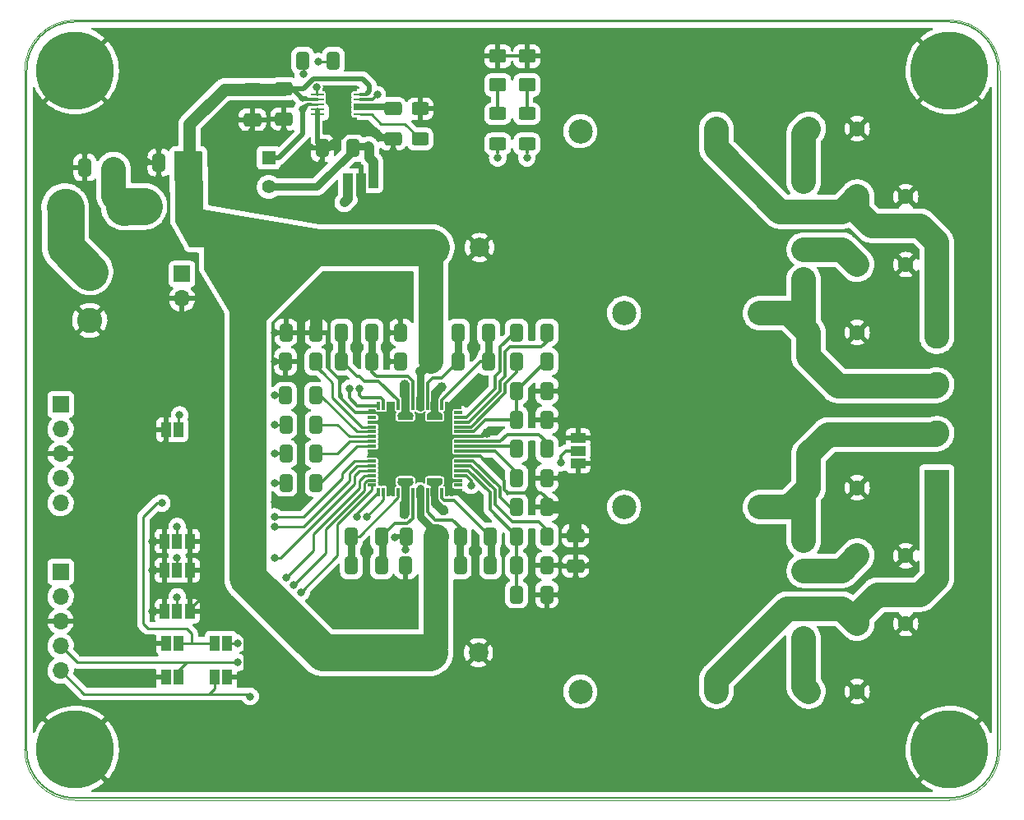
<source format=gbr>
%TF.GenerationSoftware,KiCad,Pcbnew,(6.0.0)*%
%TF.CreationDate,2022-01-08T20:11:28+01:00*%
%TF.ProjectId,ma12070p_amp_v06,6d613132-3037-4307-905f-616d705f7630,rev?*%
%TF.SameCoordinates,Original*%
%TF.FileFunction,Copper,L1,Top*%
%TF.FilePolarity,Positive*%
%FSLAX45Y45*%
G04 Gerber Fmt 4.5, Leading zero omitted, Abs format (unit mm)*
G04 Created by KiCad (PCBNEW (6.0.0)) date 2022-01-08 20:11:28*
%MOMM*%
%LPD*%
G01*
G04 APERTURE LIST*
G04 Aperture macros list*
%AMRoundRect*
0 Rectangle with rounded corners*
0 $1 Rounding radius*
0 $2 $3 $4 $5 $6 $7 $8 $9 X,Y pos of 4 corners*
0 Add a 4 corners polygon primitive as box body*
4,1,4,$2,$3,$4,$5,$6,$7,$8,$9,$2,$3,0*
0 Add four circle primitives for the rounded corners*
1,1,$1+$1,$2,$3*
1,1,$1+$1,$4,$5*
1,1,$1+$1,$6,$7*
1,1,$1+$1,$8,$9*
0 Add four rect primitives between the rounded corners*
20,1,$1+$1,$2,$3,$4,$5,0*
20,1,$1+$1,$4,$5,$6,$7,0*
20,1,$1+$1,$6,$7,$8,$9,0*
20,1,$1+$1,$8,$9,$2,$3,0*%
G04 Aperture macros list end*
%TA.AperFunction,NonConductor*%
%ADD10C,0.200000*%
%TD*%
%TA.AperFunction,Profile*%
%ADD11C,0.050000*%
%TD*%
%TA.AperFunction,SMDPad,CuDef*%
%ADD12R,1.500000X1.000000*%
%TD*%
%TA.AperFunction,ComponentPad*%
%ADD13C,1.600000*%
%TD*%
%TA.AperFunction,SMDPad,CuDef*%
%ADD14R,1.000000X1.500000*%
%TD*%
%TA.AperFunction,SMDPad,CuDef*%
%ADD15RoundRect,0.250000X0.412500X0.650000X-0.412500X0.650000X-0.412500X-0.650000X0.412500X-0.650000X0*%
%TD*%
%TA.AperFunction,SMDPad,CuDef*%
%ADD16RoundRect,0.250000X-0.412500X-0.650000X0.412500X-0.650000X0.412500X0.650000X-0.412500X0.650000X0*%
%TD*%
%TA.AperFunction,ComponentPad*%
%ADD17R,1.700000X1.700000*%
%TD*%
%TA.AperFunction,ComponentPad*%
%ADD18O,1.700000X1.700000*%
%TD*%
%TA.AperFunction,SMDPad,CuDef*%
%ADD19RoundRect,0.250000X-0.650000X0.412500X-0.650000X-0.412500X0.650000X-0.412500X0.650000X0.412500X0*%
%TD*%
%TA.AperFunction,ComponentPad*%
%ADD20R,2.600000X2.600000*%
%TD*%
%TA.AperFunction,ComponentPad*%
%ADD21C,2.600000*%
%TD*%
%TA.AperFunction,ComponentPad*%
%ADD22C,2.500000*%
%TD*%
%TA.AperFunction,ComponentPad*%
%ADD23C,8.000000*%
%TD*%
%TA.AperFunction,SMDPad,CuDef*%
%ADD24RoundRect,0.250000X0.625000X-0.400000X0.625000X0.400000X-0.625000X0.400000X-0.625000X-0.400000X0*%
%TD*%
%TA.AperFunction,ComponentPad*%
%ADD25R,2.000000X2.000000*%
%TD*%
%TA.AperFunction,ComponentPad*%
%ADD26C,2.000000*%
%TD*%
%TA.AperFunction,SMDPad,CuDef*%
%ADD27RoundRect,0.249999X-0.512501X-1.075001X0.512501X-1.075001X0.512501X1.075001X-0.512501X1.075001X0*%
%TD*%
%TA.AperFunction,SMDPad,CuDef*%
%ADD28RoundRect,0.250000X-0.625000X0.400000X-0.625000X-0.400000X0.625000X-0.400000X0.625000X0.400000X0*%
%TD*%
%TA.AperFunction,ComponentPad*%
%ADD29R,1.422400X1.422400*%
%TD*%
%TA.AperFunction,ComponentPad*%
%ADD30C,1.422400*%
%TD*%
%TA.AperFunction,SMDPad,CuDef*%
%ADD31RoundRect,0.250001X0.624999X-0.462499X0.624999X0.462499X-0.624999X0.462499X-0.624999X-0.462499X0*%
%TD*%
%TA.AperFunction,SMDPad,CuDef*%
%ADD32R,1.353299X0.279400*%
%TD*%
%TA.AperFunction,SMDPad,CuDef*%
%ADD33R,1.879600X2.514600*%
%TD*%
%TA.AperFunction,SMDPad,CuDef*%
%ADD34RoundRect,0.249999X-0.450001X-1.425001X0.450001X-1.425001X0.450001X1.425001X-0.450001X1.425001X0*%
%TD*%
%TA.AperFunction,SMDPad,CuDef*%
%ADD35RoundRect,0.075000X-0.075000X0.362500X-0.075000X-0.362500X0.075000X-0.362500X0.075000X0.362500X0*%
%TD*%
%TA.AperFunction,SMDPad,CuDef*%
%ADD36RoundRect,0.075000X-0.362500X0.075000X-0.362500X-0.075000X0.362500X-0.075000X0.362500X0.075000X0*%
%TD*%
%TA.AperFunction,SMDPad,CuDef*%
%ADD37R,5.450000X5.450000*%
%TD*%
%TA.AperFunction,ViaPad*%
%ADD38C,0.800000*%
%TD*%
%TA.AperFunction,ViaPad*%
%ADD39C,1.000000*%
%TD*%
%TA.AperFunction,Conductor*%
%ADD40C,0.250000*%
%TD*%
%TA.AperFunction,Conductor*%
%ADD41C,0.500000*%
%TD*%
%TA.AperFunction,Conductor*%
%ADD42C,2.540000*%
%TD*%
%TA.AperFunction,Conductor*%
%ADD43C,0.800000*%
%TD*%
%TA.AperFunction,Conductor*%
%ADD44C,0.300000*%
%TD*%
%TA.AperFunction,Conductor*%
%ADD45C,3.810000*%
%TD*%
%TA.AperFunction,Conductor*%
%ADD46C,1.000000*%
%TD*%
%TA.AperFunction,Conductor*%
%ADD47C,1.270000*%
%TD*%
G04 APERTURE END LIST*
D10*
X11000000Y-4923126D02*
X11000006Y-11900000D01*
X20500000Y-12397502D02*
G75*
G03*
X21000000Y-11897502I0J500000D01*
G01*
X20500000Y-4398126D02*
X11500000Y-4397502D01*
X11500000Y-4397502D02*
G75*
G03*
X11000000Y-4923126I0J-500625D01*
G01*
X11500000Y-12397502D02*
X20525000Y-12398126D01*
X21000000Y-11897502D02*
X20999434Y-4921909D01*
X20999434Y-4921909D02*
G75*
G03*
X20500000Y-4398126I-499434J23782D01*
G01*
X11000006Y-11900000D02*
G75*
G03*
X11500000Y-12397502I498748J1246D01*
G01*
D11*
X10980000Y-11900000D02*
G75*
G03*
X11500000Y-12420000I520000J0D01*
G01*
X20500000Y-12419376D02*
G75*
G03*
X21019375Y-11899375I0J519376D01*
G01*
X11500000Y-4380000D02*
G75*
G03*
X10980000Y-4900000I0J-520000D01*
G01*
X21019375Y-4900000D02*
G75*
G03*
X20500000Y-4380625I-519375J0D01*
G01*
X21019375Y-4900000D02*
X21019375Y-11899375D01*
X11500000Y-4380000D02*
X20500000Y-4380625D01*
X10980000Y-11900000D02*
X10980000Y-4900000D01*
X20500000Y-12419376D02*
X11500000Y-12420000D01*
X11666667Y-11900000D02*
G75*
G03*
X11666667Y-11900000I-166667J0D01*
G01*
X11250000Y-11900000D02*
X11750000Y-11900000D01*
X11500000Y-11650000D02*
X11500000Y-12150000D01*
D12*
%TO.P,JP10,1,A*%
%TO.N,GND*%
X16675750Y-8950000D03*
%TO.P,JP10,2,C*%
%TO.N,MSEL0*%
X16675750Y-8820000D03*
%TO.P,JP10,3,B*%
%TO.N,GND*%
X16675750Y-8690000D03*
%TD*%
D13*
%TO.P,C27,1*%
%TO.N,Net-(C27-Pad1)*%
X19050000Y-11300000D03*
%TO.P,C27,2*%
%TO.N,GND*%
X19550000Y-11300000D03*
%TD*%
D14*
%TO.P,JP4,1,A*%
%TO.N,GND*%
X13065000Y-11150000D03*
%TO.P,JP4,2,B*%
%TO.N,MUTE*%
X12935000Y-11150000D03*
%TD*%
D15*
%TO.P,C7,1*%
%TO.N,GND*%
X13981250Y-7600000D03*
%TO.P,C7,2*%
X13668750Y-7600000D03*
%TD*%
D16*
%TO.P,C29,1*%
%TO.N,Net-(C29-Pad1)*%
X16043750Y-9700000D03*
%TO.P,C29,2*%
%TO.N,Net-(C29-Pad2)*%
X16356250Y-9700000D03*
%TD*%
D17*
%TO.P,CONN4,1,Pin_1*%
%TO.N,Net-(C43-Pad1)*%
X11350000Y-8342500D03*
D18*
%TO.P,CONN4,2,Pin_2*%
%TO.N,Net-(C44-Pad1)*%
X11350000Y-8596500D03*
%TO.P,CONN4,3,Pin_3*%
%TO.N,GND*%
X11350000Y-8850500D03*
%TO.P,CONN4,4,Pin_4*%
%TO.N,Net-(C46-Pad2)*%
X11350000Y-9104500D03*
%TO.P,CONN4,5,Pin_5*%
%TO.N,Net-(C45-Pad1)*%
X11350000Y-9358500D03*
%TD*%
D16*
%TO.P,CIN2,1*%
%TO.N,GND*%
X12362500Y-5850000D03*
%TO.P,CIN2,2*%
%TO.N,PVDD*%
X12675000Y-5850000D03*
%TD*%
D15*
%TO.P,C36,1*%
%TO.N,GND*%
X16356250Y-8200000D03*
%TO.P,C36,2*%
%TO.N,Net-(C35-Pad1)*%
X16043750Y-8200000D03*
%TD*%
D16*
%TO.P,C10,1*%
%TO.N,Net-(C10-Pad1)*%
X15445750Y-7600000D03*
%TO.P,C10,2*%
%TO.N,Net-(C10-Pad2)*%
X15758250Y-7600000D03*
%TD*%
D15*
%TO.P,C18,1*%
%TO.N,Net-(C17-Pad1)*%
X14556250Y-7900000D03*
%TO.P,C18,2*%
%TO.N,Net-(C17-Pad2)*%
X14243750Y-7900000D03*
%TD*%
D16*
%TO.P,C40,1*%
%TO.N,Net-(C40-Pad1)*%
X16043750Y-7600000D03*
%TO.P,C40,2*%
%TO.N,Net-(C40-Pad2)*%
X16356250Y-7600000D03*
%TD*%
D15*
%TO.P,C4,1*%
%TO.N,PVDD*%
X15166250Y-7900000D03*
%TO.P,C4,2*%
%TO.N,GND*%
X14853750Y-7900000D03*
%TD*%
D19*
%TO.P,C16,1*%
%TO.N,PVDD*%
X13325000Y-5093750D03*
%TO.P,C16,2*%
%TO.N,GND*%
X13325000Y-5406250D03*
%TD*%
D16*
%TO.P,C21,1*%
%TO.N,Net-(C21-Pad1)*%
X15463750Y-10000000D03*
%TO.P,C21,2*%
%TO.N,Net-(C21-Pad2)*%
X15776250Y-10000000D03*
%TD*%
D15*
%TO.P,C20,1*%
%TO.N,IC_5V*%
X14356250Y-5700000D03*
%TO.P,C20,2*%
%TO.N,GND*%
X14043750Y-5700000D03*
%TD*%
D17*
%TO.P,CONN3,1,Pin_1*%
%TO.N,SDL*%
X11350000Y-10067500D03*
D18*
%TO.P,CONN3,2,Pin_2*%
%TO.N,SDA*%
X11350000Y-10321500D03*
%TO.P,CONN3,3,Pin_3*%
%TO.N,GND*%
X11350000Y-10575500D03*
%TO.P,CONN3,4,Pin_4*%
%TO.N,ENABLE*%
X11350000Y-10829500D03*
%TO.P,CONN3,5,Pin_5*%
%TO.N,MUTE*%
X11350000Y-11083500D03*
%TD*%
D20*
%TO.P,CONN2,1,Pin_1*%
%TO.N,Net-(C28-Pad1)*%
X20370500Y-9140000D03*
D21*
%TO.P,CONN2,2,Pin_2*%
%TO.N,Net-(C24-Pad2)*%
X20370500Y-8640000D03*
%TO.P,CONN2,3,Pin_3*%
%TO.N,Net-(C13-Pad1)*%
X20370500Y-8140000D03*
%TO.P,CONN2,4,Pin_4*%
%TO.N,Net-(C9-Pad2)*%
X20370500Y-7640000D03*
%TD*%
D22*
%TO.P,L2,1,1*%
%TO.N,Net-(C9-Pad2)*%
X18100000Y-5525000D03*
%TO.P,L2,2,2*%
%TO.N,OUT0B*%
X16700000Y-5525000D03*
%TD*%
D13*
%TO.P,C23,1*%
%TO.N,Net-(C23-Pad1)*%
X19550000Y-9900000D03*
%TO.P,C23,2*%
%TO.N,GND*%
X20050000Y-9900000D03*
%TD*%
D19*
%TO.P,C42,1*%
%TO.N,GND*%
X16650000Y-9693750D03*
%TO.P,C42,2*%
X16650000Y-10006250D03*
%TD*%
D16*
%TO.P,C34,1*%
%TO.N,Net-(C34-Pad1)*%
X16045750Y-8800000D03*
%TO.P,C34,2*%
%TO.N,Net-(C34-Pad2)*%
X16358250Y-8800000D03*
%TD*%
D19*
%TO.P,C15,1*%
%TO.N,PVDD*%
X13650000Y-5087500D03*
%TO.P,C15,2*%
%TO.N,GND*%
X13650000Y-5400000D03*
%TD*%
D15*
%TO.P,C25,1*%
%TO.N,Net-(C25-Pad1)*%
X14656250Y-10000000D03*
%TO.P,C25,2*%
%TO.N,Net-(C25-Pad2)*%
X14343750Y-10000000D03*
%TD*%
D17*
%TO.P,CONN5,1,Pin_1*%
%TO.N,Ext_supply_5V*%
X12600000Y-6997500D03*
D18*
%TO.P,CONN5,2,Pin_2*%
%TO.N,GND*%
X12600000Y-7251500D03*
%TD*%
D22*
%TO.P,L4,1,1*%
%TO.N,Net-(C13-Pad1)*%
X18550000Y-7400000D03*
%TO.P,L4,2,2*%
%TO.N,OUT0A*%
X17150000Y-7400000D03*
%TD*%
D23*
%TO.P,H2,1,1*%
%TO.N,GND*%
X11500000Y-4898126D03*
%TD*%
D13*
%TO.P,C12,1*%
%TO.N,Net-(C12-Pad1)*%
X19550000Y-6900000D03*
%TO.P,C12,2*%
%TO.N,GND*%
X20050000Y-6900000D03*
%TD*%
D15*
%TO.P,C17,1*%
%TO.N,Net-(C17-Pad1)*%
X14556250Y-7600000D03*
%TO.P,C17,2*%
%TO.N,Net-(C17-Pad2)*%
X14243750Y-7600000D03*
%TD*%
D19*
%TO.P,C19,1*%
%TO.N,Net-(C19-Pad1)*%
X14770000Y-5293750D03*
%TO.P,C19,2*%
%TO.N,GND*%
X14770000Y-5606250D03*
%TD*%
D24*
%TO.P,R7,1*%
%TO.N,Net-(C27-Pad1)*%
X19000000Y-10755000D03*
%TO.P,R7,2*%
%TO.N,Net-(C28-Pad1)*%
X19000000Y-10445000D03*
%TD*%
D23*
%TO.P,H4,1,1*%
%TO.N,GND*%
X20500000Y-4898126D03*
%TD*%
D15*
%TO.P,C37,1*%
%TO.N,GND*%
X16356250Y-9400000D03*
%TO.P,C37,2*%
%TO.N,Net-(C37-Pad2)*%
X16043750Y-9400000D03*
%TD*%
%TO.P,C26,1*%
%TO.N,Net-(C25-Pad1)*%
X14656250Y-9700000D03*
%TO.P,C26,2*%
%TO.N,Net-(C25-Pad2)*%
X14343750Y-9700000D03*
%TD*%
D16*
%TO.P,C30,1*%
%TO.N,Net-(C29-Pad1)*%
X16043750Y-10000000D03*
%TO.P,C30,2*%
%TO.N,GND*%
X16356250Y-10000000D03*
%TD*%
%TO.P,C45,1*%
%TO.N,Net-(C45-Pad1)*%
X13668750Y-9150000D03*
%TO.P,C45,2*%
%TO.N,IN1B*%
X13981250Y-9150000D03*
%TD*%
D14*
%TO.P,JP2,1,A*%
%TO.N,GND*%
X12435000Y-11150000D03*
%TO.P,JP2,2,B*%
%TO.N,ENABLE*%
X12565000Y-11150000D03*
%TD*%
%TO.P,JP3,1,A*%
%TO.N,GND*%
X12420000Y-10475000D03*
%TO.P,JP3,2,C*%
%TO.N,CLKMS*%
X12550000Y-10475000D03*
%TO.P,JP3,3,B*%
%TO.N,GND*%
X12680000Y-10475000D03*
%TD*%
D13*
%TO.P,C8,1*%
%TO.N,Net-(C8-Pad1)*%
X19050000Y-5500000D03*
%TO.P,C8,2*%
%TO.N,GND*%
X19550000Y-5500000D03*
%TD*%
D24*
%TO.P,R8,1*%
%TO.N,ERR*%
X15850000Y-5656250D03*
%TO.P,R8,2*%
%TO.N,Net-(LED2-Pad1)*%
X15850000Y-5346250D03*
%TD*%
D16*
%TO.P,C44,1*%
%TO.N,Net-(C44-Pad1)*%
X13668750Y-8550000D03*
%TO.P,C44,2*%
%TO.N,IN0B*%
X13981250Y-8550000D03*
%TD*%
D15*
%TO.P,C31,1*%
%TO.N,GND*%
X16356250Y-10300000D03*
%TO.P,C31,2*%
%TO.N,Net-(C29-Pad1)*%
X16043750Y-10300000D03*
%TD*%
D14*
%TO.P,JP5,1,A*%
%TO.N,GND*%
X12420000Y-9750000D03*
%TO.P,JP5,2,C*%
%TO.N,AD0*%
X12550000Y-9750000D03*
%TO.P,JP5,3,B*%
%TO.N,GND*%
X12680000Y-9750000D03*
%TD*%
D15*
%TO.P,C6,1*%
%TO.N,PVDD*%
X15166250Y-7600000D03*
%TO.P,C6,2*%
%TO.N,GND*%
X14853750Y-7600000D03*
%TD*%
D25*
%TO.P,C2,1*%
%TO.N,PVDD*%
X15163232Y-6725000D03*
D26*
%TO.P,C2,2*%
%TO.N,GND*%
X15663232Y-6725000D03*
%TD*%
D16*
%TO.P,C35,1*%
%TO.N,Net-(C35-Pad1)*%
X16043750Y-8500000D03*
%TO.P,C35,2*%
%TO.N,GND*%
X16356250Y-8500000D03*
%TD*%
D15*
%TO.P,C5,1*%
%TO.N,PVDD*%
X15220000Y-9700000D03*
%TO.P,C5,2*%
%TO.N,GND*%
X14907500Y-9700000D03*
%TD*%
D16*
%TO.P,CIN1,1*%
%TO.N,GND*%
X11600000Y-5900000D03*
%TO.P,CIN1,2*%
%TO.N,Net-(CIN1-Pad2)*%
X11912500Y-5900000D03*
%TD*%
D27*
%TO.P,L1,1,1*%
%TO.N,Net-(CIN1-Pad2)*%
X12207500Y-6300000D03*
%TO.P,L1,2,2*%
%TO.N,PVDD*%
X12675000Y-6300000D03*
%TD*%
D28*
%TO.P,R4,1*%
%TO.N,Net-(C12-Pad1)*%
X19000000Y-6745000D03*
%TO.P,R4,2*%
%TO.N,Net-(C13-Pad1)*%
X19000000Y-7055000D03*
%TD*%
D22*
%TO.P,L6,1,1*%
%TO.N,Net-(C28-Pad1)*%
X18100000Y-11300000D03*
%TO.P,L6,2,2*%
%TO.N,OUT1B*%
X16700000Y-11300000D03*
%TD*%
D13*
%TO.P,C24,1*%
%TO.N,GND*%
X19550000Y-9200000D03*
%TO.P,C24,2*%
%TO.N,Net-(C24-Pad2)*%
X19050000Y-9200000D03*
%TD*%
D23*
%TO.P,H3,1,1*%
%TO.N,GND*%
X11500000Y-11897502D03*
%TD*%
D25*
%TO.P,C1,1*%
%TO.N,PVDD*%
X15150000Y-10900000D03*
D26*
%TO.P,C1,2*%
%TO.N,GND*%
X15650000Y-10900000D03*
%TD*%
D28*
%TO.P,R5,1*%
%TO.N,Net-(C24-Pad2)*%
X19000000Y-9745000D03*
%TO.P,R5,2*%
%TO.N,Net-(C23-Pad1)*%
X19000000Y-10055000D03*
%TD*%
D14*
%TO.P,JP8,1,A*%
%TO.N,CLKIO*%
X13065000Y-10800000D03*
%TO.P,JP8,2,B*%
%TO.N,Net-(C45-Pad1)*%
X12935000Y-10800000D03*
%TD*%
D28*
%TO.P,R3,1*%
%TO.N,GND*%
X15050000Y-5295000D03*
%TO.P,R3,2*%
%TO.N,Net-(R3-Pad2)*%
X15050000Y-5605000D03*
%TD*%
D14*
%TO.P,JP6,1,A*%
%TO.N,GND*%
X12435000Y-8600000D03*
%TO.P,JP6,2,B*%
%TO.N,Net-(C44-Pad1)*%
X12565000Y-8600000D03*
%TD*%
D22*
%TO.P,L5,1,1*%
%TO.N,Net-(C24-Pad2)*%
X18550000Y-9400000D03*
%TO.P,L5,2,2*%
%TO.N,OUT1A*%
X17150000Y-9400000D03*
%TD*%
D16*
%TO.P,C43,1*%
%TO.N,Net-(C43-Pad1)*%
X13663750Y-8250000D03*
%TO.P,C43,2*%
%TO.N,IN0A*%
X13976250Y-8250000D03*
%TD*%
D13*
%TO.P,C9,1*%
%TO.N,GND*%
X20050000Y-6200000D03*
%TO.P,C9,2*%
%TO.N,Net-(C9-Pad2)*%
X19550000Y-6200000D03*
%TD*%
%TO.P,C28,1*%
%TO.N,Net-(C28-Pad1)*%
X19550000Y-10600000D03*
%TO.P,C28,2*%
%TO.N,GND*%
X20050000Y-10600000D03*
%TD*%
D23*
%TO.P,H1,1,1*%
%TO.N,GND*%
X20500000Y-11897502D03*
%TD*%
D16*
%TO.P,C22,1*%
%TO.N,Net-(C21-Pad1)*%
X15463750Y-9700000D03*
%TO.P,C22,2*%
%TO.N,Net-(C21-Pad2)*%
X15776250Y-9700000D03*
%TD*%
D15*
%TO.P,C38,1*%
%TO.N,Net-(C35-Pad1)*%
X16356250Y-7900000D03*
%TO.P,C38,2*%
%TO.N,Net-(C38-Pad2)*%
X16043750Y-7900000D03*
%TD*%
D29*
%TO.P,L3,1,1*%
%TO.N,Net-(C14-Pad2)*%
X13492527Y-5800000D03*
D30*
%TO.P,L3,2,2*%
%TO.N,IC_5V*%
X13492527Y-6100000D03*
%TD*%
D16*
%TO.P,C11,1*%
%TO.N,Net-(C10-Pad1)*%
X15445750Y-7900000D03*
%TO.P,C11,2*%
%TO.N,Net-(C10-Pad2)*%
X15758250Y-7900000D03*
%TD*%
D15*
%TO.P,C41,1*%
%TO.N,Net-(C41-Pad1)*%
X13979250Y-7900000D03*
%TO.P,C41,2*%
%TO.N,GND*%
X13666750Y-7900000D03*
%TD*%
D16*
%TO.P,C39,1*%
%TO.N,Net-(C39-Pad1)*%
X16043750Y-9100000D03*
%TO.P,C39,2*%
%TO.N,GND*%
X16356250Y-9100000D03*
%TD*%
D31*
%TO.P,LED1,1,K*%
%TO.N,Net-(LED1-Pad1)*%
X16150000Y-5050000D03*
%TO.P,LED1,2,A*%
%TO.N,GND*%
X16150000Y-4752500D03*
%TD*%
%TO.P,LED2,1,K*%
%TO.N,Net-(LED2-Pad1)*%
X15850000Y-5050000D03*
%TO.P,LED2,2,A*%
%TO.N,GND*%
X15850000Y-4752500D03*
%TD*%
D24*
%TO.P,R6,1*%
%TO.N,CLIP*%
X16150000Y-5656250D03*
%TO.P,R6,2*%
%TO.N,Net-(LED1-Pad1)*%
X16150000Y-5346250D03*
%TD*%
D15*
%TO.P,C46,1*%
%TO.N,IN1A*%
X13981250Y-8850000D03*
%TO.P,C46,2*%
%TO.N,Net-(C46-Pad2)*%
X13668750Y-8850000D03*
%TD*%
D14*
%TO.P,JP1,1,A*%
%TO.N,Ext_supply_5V*%
X14310000Y-6035750D03*
%TO.P,JP1,2,C*%
%TO.N,GND*%
X14440000Y-6035750D03*
%TO.P,JP1,3,B*%
%TO.N,IC_5V*%
X14570000Y-6035750D03*
%TD*%
D32*
%TO.P,U1,1,BST*%
%TO.N,Net-(C14-Pad1)*%
X13992750Y-5150000D03*
%TO.P,U1,2,SUP*%
%TO.N,PVDD*%
X13992750Y-5200000D03*
%TO.P,U1,3,LX*%
%TO.N,Net-(C14-Pad2)*%
X13992750Y-5250000D03*
%TO.P,U1,4,PGND*%
%TO.N,GND*%
X13992750Y-5300000D03*
%TO.P,U1,5,AGND*%
X13992750Y-5350000D03*
%TO.P,U1,6,\u002ARESET*%
%TO.N,Net-(R3-Pad2)*%
X14432879Y-5350000D03*
%TO.P,U1,7,MODE*%
%TO.N,Net-(C19-Pad1)*%
X14432879Y-5300000D03*
%TO.P,U1,8,BIAS*%
X14432879Y-5250000D03*
%TO.P,U1,9,OUT*%
%TO.N,IC_5V*%
X14432879Y-5200000D03*
%TO.P,U1,10,EN*%
%TO.N,PVDD*%
X14432879Y-5150000D03*
D33*
%TO.P,U1,EPAD,EP*%
%TO.N,GND*%
X14212814Y-5250000D03*
%TD*%
D13*
%TO.P,C13,1*%
%TO.N,Net-(C13-Pad1)*%
X19050000Y-7600000D03*
%TO.P,C13,2*%
%TO.N,GND*%
X19550000Y-7600000D03*
%TD*%
D34*
%TO.P,R1,1*%
%TO.N,Net-(CONN1-Pad1)*%
X11395000Y-6305000D03*
%TO.P,R1,2*%
%TO.N,Net-(CIN1-Pad2)*%
X12005000Y-6305000D03*
%TD*%
D35*
%TO.P,U2,1,PVSS*%
%TO.N,GND*%
X15375000Y-8354250D03*
%TO.P,U2,2,PVSS*%
X15325000Y-8354250D03*
%TO.P,U2,3,CF0AN*%
%TO.N,Net-(C10-Pad2)*%
X15275000Y-8354250D03*
%TO.P,U2,4,OUT0A*%
%TO.N,OUT0A*%
X15225000Y-8354250D03*
%TO.P,U2,5,OUT0A*%
X15175000Y-8354250D03*
%TO.P,U2,6,CF0AP*%
%TO.N,Net-(C10-Pad1)*%
X15125000Y-8354250D03*
%TO.P,U2,7,PVDD*%
%TO.N,PVDD*%
X15075000Y-8354250D03*
%TO.P,U2,8,PVDD*%
X15025000Y-8354250D03*
%TO.P,U2,9,CF0BP*%
%TO.N,Net-(C17-Pad1)*%
X14975000Y-8354250D03*
%TO.P,U2,10,OUT0B*%
%TO.N,OUT0B*%
X14925000Y-8354250D03*
%TO.P,U2,11,OUT0B*%
X14875000Y-8354250D03*
%TO.P,U2,12,CF0BN*%
%TO.N,Net-(C17-Pad2)*%
X14825000Y-8354250D03*
%TO.P,U2,13,PVSS*%
%TO.N,GND*%
X14775000Y-8354250D03*
%TO.P,U2,14,PVSS*%
X14725000Y-8354250D03*
%TO.P,U2,15,~{CLIP}*%
%TO.N,CLIP*%
X14675000Y-8354250D03*
%TO.P,U2,16,~{ERROR}*%
%TO.N,ERR*%
X14625000Y-8354250D03*
D36*
%TO.P,U2,17,AVDD*%
%TO.N,GND*%
X14556250Y-8423000D03*
%TO.P,U2,18,CMSE*%
%TO.N,unconnected-(U2-Pad18)*%
X14556250Y-8473000D03*
%TO.P,U2,19,AVSS*%
%TO.N,GND*%
X14556250Y-8523000D03*
%TO.P,U2,20,CREF*%
%TO.N,Net-(C41-Pad1)*%
X14556250Y-8573000D03*
%TO.P,U2,21,SCLK*%
%TO.N,IN0A*%
X14556250Y-8623000D03*
%TO.P,U2,22,WS*%
%TO.N,IN0B*%
X14556250Y-8673000D03*
%TO.P,U2,23,SD0*%
%TO.N,IN1A*%
X14556250Y-8723000D03*
%TO.P,U2,24,SD1*%
%TO.N,IN1B*%
X14556250Y-8773000D03*
%TO.P,U2,25,AVSS*%
%TO.N,GND*%
X14556250Y-8823000D03*
%TO.P,U2,26,DVSS*%
X14556250Y-8873000D03*
%TO.P,U2,27,SCL*%
%TO.N,SDL*%
X14556250Y-8923000D03*
%TO.P,U2,28,AD0*%
%TO.N,AD0*%
X14556250Y-8973000D03*
%TO.P,U2,29,AD1*%
%TO.N,AD1*%
X14556250Y-9023000D03*
%TO.P,U2,30,SDA*%
%TO.N,SDA*%
X14556250Y-9073000D03*
%TO.P,U2,31,CLKM/S*%
%TO.N,CLKMS*%
X14556250Y-9123000D03*
%TO.P,U2,32,CLK*%
%TO.N,CLKIO*%
X14556250Y-9173000D03*
D35*
%TO.P,U2,33,~{ENABLE}*%
%TO.N,ENABLE*%
X14625000Y-9241750D03*
%TO.P,U2,34,~{MUTE}*%
%TO.N,MUTE*%
X14675000Y-9241750D03*
%TO.P,U2,35,PVSS*%
%TO.N,GND*%
X14725000Y-9241750D03*
%TO.P,U2,36,PVSS*%
X14775000Y-9241750D03*
%TO.P,U2,37,CF1BN*%
%TO.N,Net-(C25-Pad2)*%
X14825000Y-9241750D03*
%TO.P,U2,38,OUT1B*%
%TO.N,OUT1B*%
X14875000Y-9241750D03*
%TO.P,U2,39,OUT1B*%
X14925000Y-9241750D03*
%TO.P,U2,40,CF1BP*%
%TO.N,Net-(C25-Pad1)*%
X14975000Y-9241750D03*
%TO.P,U2,41,PVDD*%
%TO.N,PVDD*%
X15025000Y-9241750D03*
%TO.P,U2,42,PVDD*%
X15075000Y-9241750D03*
%TO.P,U2,43,CF1AP*%
%TO.N,Net-(C21-Pad1)*%
X15125000Y-9241750D03*
%TO.P,U2,44,OUT1A*%
%TO.N,OUT1A*%
X15175000Y-9241750D03*
%TO.P,U2,45,OUT1A*%
X15225000Y-9241750D03*
%TO.P,U2,46,CF1AN*%
%TO.N,Net-(C21-Pad2)*%
X15275000Y-9241750D03*
%TO.P,U2,47,PVSS*%
%TO.N,GND*%
X15325000Y-9241750D03*
%TO.P,U2,48,PVSS*%
X15375000Y-9241750D03*
D36*
%TO.P,U2,49,NC*%
%TO.N,unconnected-(U2-Pad49)*%
X15443750Y-9173000D03*
%TO.P,U2,50,MSEL1*%
%TO.N,GND*%
X15443750Y-9123000D03*
%TO.P,U2,51,MSEL0*%
%TO.N,MSEL0*%
X15443750Y-9073000D03*
%TO.P,U2,52,CGD1N*%
%TO.N,Net-(C29-Pad1)*%
X15443750Y-9023000D03*
%TO.P,U2,53,CGD1P*%
%TO.N,Net-(C29-Pad2)*%
X15443750Y-8973000D03*
%TO.P,U2,54,VGDC*%
%TO.N,Net-(C37-Pad2)*%
X15443750Y-8923000D03*
%TO.P,U2,55,DVDD*%
%TO.N,GND*%
X15443750Y-8873000D03*
%TO.P,U2,56,CDC*%
%TO.N,Net-(C39-Pad1)*%
X15443750Y-8823000D03*
%TO.P,U2,57,CFDCP*%
%TO.N,Net-(C34-Pad1)*%
X15443750Y-8773000D03*
%TO.P,U2,58,CFDCN*%
%TO.N,Net-(C34-Pad2)*%
X15443750Y-8723000D03*
%TO.P,U2,59,DVSS*%
%TO.N,GND*%
X15443750Y-8673000D03*
%TO.P,U2,60,CGD0P*%
%TO.N,Net-(C35-Pad1)*%
X15443750Y-8623000D03*
%TO.P,U2,61,CGD0N*%
%TO.N,Net-(C38-Pad2)*%
X15443750Y-8573000D03*
%TO.P,U2,62,CFGDP*%
%TO.N,Net-(C40-Pad2)*%
X15443750Y-8523000D03*
%TO.P,U2,63,CFGDN*%
%TO.N,Net-(C40-Pad1)*%
X15443750Y-8473000D03*
%TO.P,U2,64,NC*%
%TO.N,unconnected-(U2-Pad64)*%
X15443750Y-8423000D03*
D37*
%TO.P,U2,65,PAD*%
%TO.N,GND*%
X15000000Y-8798000D03*
%TD*%
D14*
%TO.P,JP7,1,A*%
%TO.N,GND*%
X12435000Y-10800000D03*
%TO.P,JP7,2,B*%
%TO.N,Net-(C45-Pad1)*%
X12565000Y-10800000D03*
%TD*%
D15*
%TO.P,C3,1*%
%TO.N,PVDD*%
X15216250Y-10000000D03*
%TO.P,C3,2*%
%TO.N,GND*%
X14903750Y-10000000D03*
%TD*%
%TO.P,C14,1*%
%TO.N,Net-(C14-Pad1)*%
X14156250Y-4800000D03*
%TO.P,C14,2*%
%TO.N,Net-(C14-Pad2)*%
X13843750Y-4800000D03*
%TD*%
D14*
%TO.P,JP9,1,A*%
%TO.N,GND*%
X12420000Y-10050000D03*
%TO.P,JP9,2,C*%
%TO.N,AD1*%
X12550000Y-10050000D03*
%TO.P,JP9,3,B*%
%TO.N,GND*%
X12680000Y-10050000D03*
%TD*%
D20*
%TO.P,CONN1,1,Pin_1*%
%TO.N,Net-(CONN1-Pad1)*%
X11650000Y-6975000D03*
D21*
%TO.P,CONN1,2,Pin_2*%
%TO.N,GND*%
X11650000Y-7475000D03*
%TD*%
D24*
%TO.P,R2,1*%
%TO.N,Net-(C9-Pad2)*%
X19000000Y-6355000D03*
%TO.P,R2,2*%
%TO.N,Net-(C8-Pad1)*%
X19000000Y-6045000D03*
%TD*%
D38*
%TO.N,GND*%
X12000000Y-6600000D03*
X14792500Y-9005000D03*
X15202500Y-9005000D03*
D39*
X12990000Y-5940000D03*
D38*
X14600000Y-11725000D03*
X12975000Y-9750000D03*
X14040000Y-5850000D03*
X14840000Y-7440000D03*
X17080000Y-8370000D03*
X13800000Y-6325000D03*
X11880000Y-7300000D03*
D39*
X13150000Y-5400000D03*
D38*
X11600000Y-5740000D03*
D39*
X18225000Y-9875000D03*
D38*
X11125000Y-10575000D03*
X11800000Y-6600000D03*
X15550000Y-5770000D03*
X15070000Y-8730000D03*
X13825000Y-8075000D03*
X15205000Y-8730000D03*
X19700000Y-5000000D03*
X14025000Y-6350000D03*
X14900000Y-9840000D03*
X12300000Y-6900000D03*
X13400000Y-12200000D03*
X12025000Y-10050000D03*
D39*
X12300000Y-10800000D03*
D38*
X15640000Y-6390000D03*
X18500000Y-5000000D03*
X11125000Y-9375000D03*
X15400000Y-7400000D03*
D39*
X17450000Y-7900000D03*
X11450000Y-5900000D03*
D38*
X16400000Y-4900000D03*
X15067500Y-8870000D03*
X19700000Y-4600000D03*
D39*
X12300000Y-10475000D03*
D38*
X18200000Y-12200000D03*
D39*
X14100000Y-5500000D03*
D38*
X12975000Y-8400000D03*
X11900000Y-7800000D03*
D39*
X12300000Y-11150000D03*
X12990000Y-5590000D03*
X14220000Y-7340000D03*
D38*
X13550000Y-7900000D03*
D39*
X14770000Y-5740000D03*
X14825000Y-10550000D03*
X17050000Y-6000000D03*
D38*
X14162814Y-5187186D03*
X12360000Y-6000000D03*
X15200000Y-12200000D03*
X14720000Y-7900000D03*
X14670000Y-9005000D03*
X12300000Y-6600000D03*
X15200000Y-11725000D03*
X11270000Y-5580000D03*
X18800000Y-11775000D03*
X12800000Y-12200000D03*
X11600000Y-8200000D03*
X13825000Y-7740000D03*
X11990000Y-5550000D03*
X16840000Y-9690000D03*
X15640000Y-6950000D03*
X15202500Y-8870000D03*
X11625000Y-10475000D03*
D39*
X18730000Y-7900000D03*
D38*
X12975000Y-8700000D03*
X15070000Y-8595000D03*
X19100000Y-5000000D03*
X13320000Y-5530000D03*
X16400000Y-6700000D03*
D39*
X17400000Y-5075000D03*
X17825000Y-10850000D03*
D38*
X17300000Y-4600000D03*
D39*
X16500000Y-9100000D03*
X17800000Y-7900000D03*
D38*
X13400000Y-11725000D03*
X18500000Y-4600000D03*
X11625000Y-10000000D03*
X14400000Y-4600000D03*
X15205000Y-8595000D03*
X11125000Y-11175000D03*
X14795000Y-8730000D03*
X14720000Y-7600000D03*
X14790000Y-9710000D03*
X13650000Y-5520000D03*
X15120000Y-11250000D03*
X12975000Y-7775000D03*
X11125000Y-8175000D03*
D39*
X16500000Y-10300000D03*
D38*
X13125000Y-6200000D03*
X11880000Y-7620000D03*
D39*
X15520000Y-5200000D03*
D38*
X14930000Y-8730000D03*
D39*
X18750000Y-8975000D03*
D38*
X14000000Y-12200000D03*
X16490000Y-10000000D03*
D39*
X17825000Y-9875000D03*
D38*
X17900000Y-4600000D03*
X14000000Y-11725000D03*
X15650000Y-11240000D03*
D39*
X17425000Y-10850000D03*
D38*
X13550000Y-9350000D03*
X12975000Y-10100000D03*
X15322500Y-8730000D03*
D39*
X17450000Y-6975000D03*
D38*
X12300000Y-7500000D03*
X12050000Y-9750000D03*
X12975000Y-8100000D03*
X14262814Y-5312186D03*
X12900000Y-4820000D03*
D39*
X17800000Y-6975000D03*
X16675000Y-9100000D03*
D38*
X13310000Y-4620000D03*
X15650000Y-10630000D03*
D39*
X16675000Y-8525000D03*
X16500000Y-8500000D03*
D38*
X15950000Y-7400000D03*
D39*
X17825000Y-8950000D03*
D38*
X11575000Y-8950000D03*
X12300000Y-7800000D03*
X12975000Y-9325000D03*
X11125000Y-8775000D03*
X14675000Y-8595000D03*
D39*
X14900000Y-10200000D03*
X16500000Y-8200000D03*
X16650000Y-10150000D03*
D38*
X19100000Y-4600000D03*
X16400000Y-12200000D03*
D39*
X17425000Y-11775000D03*
X17075000Y-11775000D03*
D38*
X14262814Y-5187186D03*
X19400000Y-11775000D03*
X14940000Y-6420000D03*
X14672500Y-8870000D03*
D39*
X14450000Y-10600000D03*
D38*
X15800000Y-12200000D03*
X12025000Y-10475000D03*
X14600000Y-12200000D03*
D39*
X17800000Y-5075000D03*
X18200000Y-6975000D03*
X17400000Y-6000000D03*
X17825000Y-11775000D03*
D38*
X13225000Y-10500000D03*
X16400000Y-5700000D03*
D39*
X18225000Y-8950000D03*
D38*
X13550000Y-7600000D03*
X16400000Y-5300000D03*
X15067500Y-9005000D03*
X14932500Y-8592500D03*
X13800000Y-4600000D03*
X12360000Y-5700000D03*
X12575000Y-8100000D03*
X15320000Y-9005000D03*
X16800000Y-10000000D03*
D39*
X14830000Y-6030000D03*
D38*
X15325000Y-8595000D03*
X14672500Y-8730000D03*
X15800000Y-11725000D03*
X12050000Y-9250000D03*
X12425000Y-8750000D03*
X14930000Y-8867500D03*
D39*
X18200000Y-7900000D03*
D38*
X12975000Y-9000000D03*
X14927500Y-9005000D03*
X17000000Y-12200000D03*
X13920000Y-5690000D03*
X11500000Y-7800000D03*
X11675000Y-11200000D03*
D39*
X17800000Y-6000000D03*
D38*
X11600000Y-6060000D03*
X14162814Y-5312186D03*
X12240000Y-5840000D03*
D39*
X17475000Y-9875000D03*
D38*
X11600000Y-8475000D03*
X14700000Y-6410000D03*
D39*
X14840000Y-7060000D03*
D38*
X17600000Y-12200000D03*
X16400000Y-6100000D03*
X16700000Y-4600000D03*
X11200000Y-7800000D03*
D39*
X12300000Y-10050000D03*
D38*
X14450000Y-5450000D03*
D39*
X18725000Y-6980000D03*
X15735000Y-8635000D03*
D38*
X11125000Y-9975000D03*
X12300000Y-7200000D03*
X14795000Y-8870000D03*
D39*
X17050000Y-5075000D03*
D38*
X11575000Y-9225000D03*
X19400000Y-12200000D03*
D39*
X18725000Y-9900000D03*
D38*
X17080000Y-8750000D03*
X11420000Y-7620000D03*
D39*
X16680000Y-7360000D03*
D38*
X12800000Y-11725000D03*
X15322500Y-8870000D03*
X12050000Y-8900000D03*
X16400000Y-11725000D03*
D39*
X17075000Y-10850000D03*
D38*
X11625000Y-10725000D03*
X16400000Y-6900000D03*
X13825000Y-9350000D03*
D39*
X12300000Y-9750000D03*
D38*
X15280000Y-6390000D03*
X16200000Y-7150000D03*
X12360000Y-5540000D03*
X12560000Y-5130000D03*
X14797500Y-8595000D03*
X17080000Y-8090000D03*
X11420000Y-7300000D03*
X18800000Y-12200000D03*
D39*
X17475000Y-8950000D03*
D38*
%TO.N,Net-(C14-Pad1)*%
X13990000Y-5070000D03*
X14000000Y-4810000D03*
%TO.N,Net-(C14-Pad2)*%
X13840000Y-5300000D03*
X13850000Y-4940000D03*
%TO.N,AD1*%
X13550000Y-9925000D03*
X12550000Y-9925000D03*
%TO.N,AD0*%
X13550000Y-9600000D03*
X12550000Y-9600000D03*
D39*
%TO.N,OUT0B*%
X14890000Y-8140000D03*
X14890000Y-8240000D03*
D38*
X14940000Y-8460000D03*
X14860000Y-8460000D03*
D39*
%TO.N,OUT0A*%
X15210000Y-8240000D03*
X15270000Y-8160000D03*
D38*
X15240000Y-8460000D03*
X15160000Y-8460000D03*
D39*
%TO.N,OUT1A*%
X15290000Y-9430000D03*
D38*
X15240000Y-9140000D03*
D39*
X15210000Y-9360000D03*
D38*
X15160000Y-9140000D03*
%TO.N,OUT1B*%
X14940000Y-9140000D03*
D39*
X14890000Y-9470000D03*
X14890000Y-9370000D03*
D38*
X14860000Y-9140000D03*
%TO.N,ENABLE*%
X13175000Y-11000000D03*
X14400000Y-9500000D03*
%TO.N,MUTE*%
X13300000Y-11350000D03*
X14500000Y-9500000D03*
%TO.N,SDL*%
X13550000Y-9500000D03*
%TO.N,SDA*%
X13675000Y-10125000D03*
D39*
%TO.N,GND*%
X14100000Y-7025000D03*
X12850000Y-7525000D03*
X14510000Y-6250000D03*
%TO.N,Ext_supply_5V*%
X14270000Y-6260000D03*
D38*
%TO.N,IC_5V*%
X14610000Y-5150000D03*
D39*
X14520000Y-5680000D03*
D38*
%TO.N,ERR*%
X14325000Y-8175000D03*
X15850000Y-5800000D03*
%TO.N,CLIP*%
X16150000Y-5800000D03*
X14425000Y-8175000D03*
%TO.N,CLKMS*%
X13750000Y-10200000D03*
X12550000Y-10325000D03*
%TO.N,CLKIO*%
X13825000Y-10275000D03*
X13175000Y-10800000D03*
%TO.N,Net-(C43-Pad1)*%
X13550000Y-8250000D03*
%TO.N,Net-(C44-Pad1)*%
X13550000Y-8550000D03*
X12575000Y-8450000D03*
%TO.N,Net-(C45-Pad1)*%
X13550000Y-9150000D03*
X12391500Y-9358500D03*
%TO.N,Net-(C46-Pad2)*%
X13550000Y-8850000D03*
%TO.N,MSEL0*%
X15575000Y-9175000D03*
X16500000Y-8940000D03*
%TD*%
D40*
%TO.N,ENABLE*%
X14400000Y-9466750D02*
X14400000Y-9500000D01*
X14625000Y-9241750D02*
X14400000Y-9466750D01*
%TO.N,MUTE*%
X14675000Y-9325000D02*
X14675000Y-9241750D01*
X14500000Y-9500000D02*
X14675000Y-9325000D01*
D41*
%TO.N,Net-(C14-Pad2)*%
X13840000Y-5300000D02*
X13877500Y-5262500D01*
D42*
%TO.N,Net-(C28-Pad1)*%
X18828223Y-10445000D02*
X19000000Y-10445000D01*
X18100000Y-11173223D02*
X18828223Y-10445000D01*
X18100000Y-11300000D02*
X18100000Y-11173223D01*
D43*
%TO.N,GND*%
X14280000Y-5520000D02*
X14100000Y-5700000D01*
X14580000Y-5520000D02*
X14280000Y-5520000D01*
X14646250Y-5586250D02*
X14580000Y-5520000D01*
X14770000Y-5586250D02*
X14646250Y-5586250D01*
X14100000Y-5700000D02*
X14043750Y-5700000D01*
D40*
X13992750Y-5649000D02*
X14043750Y-5700000D01*
D41*
X13992750Y-5350000D02*
X13992750Y-5308921D01*
D40*
X13668750Y-7600000D02*
X13550000Y-7600000D01*
D41*
X13992750Y-5350000D02*
X13992750Y-5649000D01*
X14903750Y-9836250D02*
X14900000Y-9840000D01*
X14903750Y-9700000D02*
X14800000Y-9700000D01*
D44*
X15443750Y-8673000D02*
X15697000Y-8673000D01*
D41*
X14903750Y-9700000D02*
X14903750Y-9836250D01*
D40*
X13550000Y-7900000D02*
X13666750Y-7900000D01*
D44*
X15697000Y-8673000D02*
X15735000Y-8635000D01*
D41*
X14800000Y-9700000D02*
X14790000Y-9710000D01*
D44*
X15750000Y-8625000D02*
X15725000Y-8625000D01*
D42*
%TO.N,Net-(C8-Pad1)*%
X19000000Y-5550000D02*
X19050000Y-5500000D01*
X19000000Y-6045000D02*
X19000000Y-5550000D01*
%TO.N,Net-(C9-Pad2)*%
X18100000Y-5500000D02*
X18100000Y-5700000D01*
X19550000Y-6350000D02*
X19700000Y-6500000D01*
X19550000Y-6200000D02*
X19550000Y-6350000D01*
X20369500Y-6669500D02*
X20369500Y-7639000D01*
X18755000Y-6355000D02*
X19000000Y-6355000D01*
X19395000Y-6355000D02*
X19550000Y-6200000D01*
X20200000Y-6500000D02*
X20369500Y-6669500D01*
X18100000Y-5700000D02*
X18755000Y-6355000D01*
X19700000Y-6500000D02*
X20200000Y-6500000D01*
X19000000Y-6355000D02*
X19395000Y-6355000D01*
D44*
%TO.N,Net-(C10-Pad1)*%
X15125000Y-8122500D02*
X15125000Y-8354250D01*
X15445750Y-7900000D02*
X15275750Y-8070000D01*
X15177500Y-8070000D02*
X15125000Y-8122500D01*
X15275750Y-8070000D02*
X15177500Y-8070000D01*
D43*
X15445750Y-7600000D02*
X15445750Y-7900000D01*
D44*
%TO.N,Net-(C10-Pad2)*%
X15275000Y-8300000D02*
X15675000Y-7900000D01*
X15675000Y-7900000D02*
X15758250Y-7900000D01*
X15275000Y-8354250D02*
X15275000Y-8300000D01*
D43*
X15758250Y-7600000D02*
X15758250Y-7900000D01*
D42*
%TO.N,Net-(C12-Pad1)*%
X19395000Y-6745000D02*
X19550000Y-6900000D01*
X19000000Y-6745000D02*
X19395000Y-6745000D01*
%TO.N,Net-(C13-Pad1)*%
X19000000Y-7055000D02*
X19000000Y-7550000D01*
X20360500Y-8150000D02*
X20370500Y-8140000D01*
X19350000Y-8150000D02*
X20360500Y-8150000D01*
X19050000Y-7600000D02*
X19050000Y-7850000D01*
X18850000Y-7400000D02*
X19050000Y-7600000D01*
X19050000Y-7850000D02*
X19350000Y-8150000D01*
X18550000Y-7400000D02*
X18850000Y-7400000D01*
D40*
%TO.N,Net-(C14-Pad1)*%
X13990000Y-5147250D02*
X13992750Y-5150000D01*
X13990000Y-5070000D02*
X13990000Y-5147250D01*
X14000000Y-4810000D02*
X14146250Y-4810000D01*
X14146250Y-4810000D02*
X14156250Y-4800000D01*
D41*
%TO.N,Net-(C14-Pad2)*%
X13840000Y-5552500D02*
X13840000Y-5300000D01*
D40*
X13897500Y-5250000D02*
X13896421Y-5251079D01*
X13850000Y-4940000D02*
X13850000Y-4806250D01*
D41*
X13492527Y-5800000D02*
X13592500Y-5800000D01*
D40*
X13992750Y-5250000D02*
X13897500Y-5250000D01*
D41*
X13592500Y-5800000D02*
X13840000Y-5552500D01*
D40*
X13850000Y-4806250D02*
X13843750Y-4800000D01*
D44*
X13885000Y-5262500D02*
X13896421Y-5251079D01*
X13896421Y-5251079D02*
X13925000Y-5251079D01*
%TO.N,Net-(C17-Pad1)*%
X14556250Y-8006250D02*
X14556250Y-7900000D01*
X14925000Y-8050000D02*
X14600000Y-8050000D01*
X14975000Y-8100000D02*
X14925000Y-8050000D01*
X14600000Y-8050000D02*
X14556250Y-8006250D01*
D43*
X14556250Y-7600000D02*
X14556250Y-7900000D01*
D44*
X14975000Y-8354250D02*
X14975000Y-8100000D01*
D40*
%TO.N,AD1*%
X14427000Y-9023000D02*
X14556250Y-9023000D01*
X14375000Y-9075000D02*
X14427000Y-9023000D01*
X13612500Y-9925000D02*
X14375000Y-9162500D01*
X14375000Y-9162500D02*
X14375000Y-9075000D01*
X12550000Y-9925000D02*
X12550000Y-10050000D01*
X13550000Y-9925000D02*
X13612500Y-9925000D01*
%TO.N,AD0*%
X14325000Y-9050000D02*
X14402000Y-8973000D01*
X12550000Y-9600000D02*
X12550000Y-9750000D01*
X14402000Y-8973000D02*
X14556250Y-8973000D01*
X13550000Y-9600000D02*
X13850000Y-9600000D01*
X13850000Y-9600000D02*
X14325000Y-9125000D01*
X14325000Y-9125000D02*
X14325000Y-9050000D01*
D42*
%TO.N,Net-(C23-Pad1)*%
X19395000Y-10055000D02*
X19550000Y-9900000D01*
X19000000Y-10055000D02*
X19395000Y-10055000D01*
%TO.N,Net-(C24-Pad2)*%
X19050000Y-8850000D02*
X19250000Y-8650000D01*
X19000000Y-9745000D02*
X19000000Y-9250000D01*
X20360500Y-8650000D02*
X20370500Y-8640000D01*
X19250000Y-8650000D02*
X20360500Y-8650000D01*
X19050000Y-9200000D02*
X19050000Y-8850000D01*
X18850000Y-9400000D02*
X19050000Y-9200000D01*
X18550000Y-9400000D02*
X18850000Y-9400000D01*
D44*
%TO.N,Net-(C29-Pad1)*%
X16043750Y-9700000D02*
X16043750Y-10300000D01*
X15548000Y-9023000D02*
X15770000Y-9245000D01*
X15770000Y-9245000D02*
X15770000Y-9426250D01*
X15443750Y-9023000D02*
X15548000Y-9023000D01*
X15770000Y-9426250D02*
X16043750Y-9700000D01*
D40*
%TO.N,ENABLE*%
X11350000Y-10829500D02*
X11520500Y-11000000D01*
X12565000Y-11150000D02*
X12565000Y-11085000D01*
X12565000Y-11085000D02*
X12650000Y-11000000D01*
X13175000Y-11000000D02*
X12650000Y-11000000D01*
X11520500Y-11000000D02*
X12650000Y-11000000D01*
%TO.N,MUTE*%
X11591500Y-11325000D02*
X12875000Y-11325000D01*
X13300000Y-11350000D02*
X13275000Y-11325000D01*
X13275000Y-11325000D02*
X12875000Y-11325000D01*
X11350000Y-11083500D02*
X11591500Y-11325000D01*
X12935000Y-11265000D02*
X12875000Y-11325000D01*
X12935000Y-11150000D02*
X12935000Y-11265000D01*
%TO.N,SDL*%
X14250000Y-9100000D02*
X14250000Y-9050000D01*
X14377000Y-8923000D02*
X14556250Y-8923000D01*
X14250000Y-9050000D02*
X14377000Y-8923000D01*
X13850000Y-9500000D02*
X14250000Y-9100000D01*
X13550000Y-9500000D02*
X13850000Y-9500000D01*
%TO.N,SDA*%
X14477000Y-9073000D02*
X14556250Y-9073000D01*
X13950000Y-9675000D02*
X14425000Y-9200000D01*
X14425000Y-9125000D02*
X14477000Y-9073000D01*
X14425000Y-9200000D02*
X14425000Y-9125000D01*
X13675000Y-10125000D02*
X13950000Y-9850000D01*
X13950000Y-9850000D02*
X13950000Y-9675000D01*
D44*
%TO.N,Net-(C29-Pad2)*%
X16275000Y-9550000D02*
X16000000Y-9550000D01*
X15820000Y-9220000D02*
X15573000Y-8973000D01*
X15573000Y-8973000D02*
X15443750Y-8973000D01*
X15820000Y-9370000D02*
X15820000Y-9220000D01*
X16356250Y-9631250D02*
X16275000Y-9550000D01*
X16000000Y-9550000D02*
X15820000Y-9370000D01*
%TO.N,Net-(C34-Pad1)*%
X15443750Y-8773000D02*
X16009750Y-8773000D01*
%TO.N,Net-(C35-Pad1)*%
X16343750Y-7900000D02*
X16043750Y-8200000D01*
X16043750Y-8200000D02*
X16043750Y-8500000D01*
X15602000Y-8623000D02*
X15725000Y-8500000D01*
X15443750Y-8623000D02*
X15602000Y-8623000D01*
X15725000Y-8500000D02*
X16043750Y-8500000D01*
%TO.N,Net-(C17-Pad2)*%
X14475000Y-8100000D02*
X14425000Y-8050000D01*
X14625000Y-8100000D02*
X14475000Y-8100000D01*
X14825000Y-8300000D02*
X14625000Y-8100000D01*
X14825000Y-8354250D02*
X14825000Y-8300000D01*
D43*
X14243750Y-7600000D02*
X14243750Y-7900000D01*
D44*
X14400000Y-8050000D02*
X14250000Y-7900000D01*
X14425000Y-8050000D02*
X14400000Y-8050000D01*
D40*
%TO.N,Net-(R3-Pad2)*%
X14432879Y-5350000D02*
X14550000Y-5350000D01*
X14895000Y-5450000D02*
X15050000Y-5605000D01*
X14550000Y-5350000D02*
X14650000Y-5450000D01*
X14650000Y-5450000D02*
X14895000Y-5450000D01*
D45*
%TO.N,Net-(CIN1-Pad2)*%
X12207500Y-6300000D02*
X12010000Y-6300000D01*
D42*
X11896250Y-6196250D02*
X12005000Y-6305000D01*
X11896250Y-5916250D02*
X11896250Y-6196250D01*
D45*
X12010000Y-6300000D02*
X12005000Y-6305000D01*
D46*
%TO.N,PVDD*%
X15058250Y-8000000D02*
X15158250Y-7900000D01*
D41*
X13852361Y-5087500D02*
X13954812Y-4985049D01*
D44*
X15025000Y-9241750D02*
X15025000Y-9300000D01*
D45*
X15150000Y-10900000D02*
X14050000Y-10900000D01*
D44*
X15075000Y-9300000D02*
X15075000Y-9241750D01*
D41*
X13846202Y-5192548D02*
X13877634Y-5192548D01*
D47*
X15158250Y-7900000D02*
X15158250Y-7600000D01*
D42*
X15216250Y-9703750D02*
X15220000Y-9700000D01*
D41*
X13650000Y-5087500D02*
X13852361Y-5087500D01*
D43*
X15050000Y-8250000D02*
X15050000Y-8375000D01*
D45*
X13950000Y-6725000D02*
X15163232Y-6725000D01*
D41*
X14530000Y-5054371D02*
X14530000Y-5100000D01*
D47*
X13325000Y-5093750D02*
X13643750Y-5093750D01*
D44*
X15050000Y-8250000D02*
X15075000Y-8275000D01*
D42*
X15216250Y-10833750D02*
X15216250Y-9703750D01*
D41*
X13954812Y-4985049D02*
X14460678Y-4985049D01*
D46*
X15050000Y-8000000D02*
X15058250Y-8000000D01*
D41*
X14530000Y-5109861D02*
X14504930Y-5134931D01*
D44*
X15050000Y-9325000D02*
X15075000Y-9300000D01*
D47*
X13036250Y-5093750D02*
X12675000Y-5455000D01*
D45*
X13275000Y-10125000D02*
X13275000Y-7400000D01*
D41*
X14460678Y-4985049D02*
X14530000Y-5054371D01*
D42*
X15163232Y-6725000D02*
X15163232Y-7896982D01*
D43*
X15050000Y-9325000D02*
X15050000Y-9500000D01*
D44*
X15025000Y-8354250D02*
X15025000Y-8275000D01*
D45*
X14050000Y-10900000D02*
X13275000Y-10125000D01*
X13275000Y-7400000D02*
X13950000Y-6725000D01*
D43*
X15050000Y-8000000D02*
X15050000Y-8250000D01*
D41*
X13737500Y-5087500D02*
X13844375Y-5194375D01*
D47*
X13325000Y-5093750D02*
X13036250Y-5093750D01*
D43*
X15050000Y-9500000D02*
X15220000Y-9670000D01*
D47*
X12675000Y-5455000D02*
X12675000Y-5850000D01*
D41*
X14530000Y-5100000D02*
X14530000Y-5109861D01*
D44*
X14432879Y-5150000D02*
X14500000Y-5150000D01*
D43*
X15050000Y-9325000D02*
X15050000Y-9200000D01*
D44*
X15075000Y-8275000D02*
X15075000Y-8354250D01*
X13992750Y-5200000D02*
X13885086Y-5200000D01*
D41*
X13844375Y-5194375D02*
X13846202Y-5192548D01*
D42*
X12675000Y-6300000D02*
X12675000Y-5850000D01*
D44*
X15025000Y-9300000D02*
X15050000Y-9325000D01*
D42*
X15150000Y-10900000D02*
X15216250Y-10833750D01*
D47*
X13643750Y-5093750D02*
X13650000Y-5087500D01*
D44*
X15025000Y-8275000D02*
X15050000Y-8250000D01*
%TO.N,Net-(C21-Pad1)*%
X15205000Y-9530000D02*
X15125000Y-9450000D01*
X15125000Y-9450000D02*
X15125000Y-9241750D01*
X15380000Y-9530000D02*
X15205000Y-9530000D01*
X15463750Y-9613750D02*
X15380000Y-9530000D01*
D43*
X15460000Y-9710000D02*
X15460000Y-10010000D01*
D44*
X15463750Y-9700000D02*
X15463750Y-9613750D01*
%TO.N,GND*%
X14556250Y-8423000D02*
X14383000Y-8423000D01*
D47*
X16643750Y-9431250D02*
X16612500Y-9400000D01*
D44*
X14225000Y-8085000D02*
X14100000Y-7960000D01*
X14100000Y-7625000D02*
X14075000Y-7600000D01*
D47*
X15196250Y-5980000D02*
X15930000Y-5980000D01*
D44*
X16150000Y-4752500D02*
X15647500Y-4752500D01*
X14225000Y-8265000D02*
X14225000Y-8085000D01*
D46*
X14926250Y-6250000D02*
X14936250Y-6240000D01*
D47*
X14100000Y-7025000D02*
X13981250Y-7143750D01*
X16643750Y-9431250D02*
X16880000Y-9195000D01*
D40*
X12680000Y-10475000D02*
X12680000Y-10445000D01*
D44*
X14383000Y-8423000D02*
X14225000Y-8265000D01*
D40*
X12680000Y-10445000D02*
X12825000Y-10300000D01*
D44*
X15920000Y-9125000D02*
X15920000Y-9220000D01*
X12825000Y-10325000D02*
X12825000Y-10300000D01*
X15300000Y-5290000D02*
X15130000Y-5290000D01*
X13249951Y-10749951D02*
X12825000Y-10325000D01*
D40*
X13190000Y-11150000D02*
X13065000Y-11150000D01*
D44*
X15300000Y-5100000D02*
X15300000Y-5290000D01*
X14100000Y-7960000D02*
X14100000Y-7625000D01*
X16675750Y-8690000D02*
X16870000Y-8690000D01*
X15950000Y-9250000D02*
X16300000Y-9250000D01*
D47*
X13981250Y-7143750D02*
X13981250Y-7600000D01*
D40*
X12680000Y-10050000D02*
X12825000Y-10050000D01*
D47*
X16880000Y-9195000D02*
X16880000Y-6930000D01*
D44*
X13220000Y-11120000D02*
X13249951Y-11090049D01*
D47*
X16643750Y-9687500D02*
X16643750Y-9431250D01*
X16880000Y-6930000D02*
X15930000Y-5980000D01*
D46*
X14510000Y-6250000D02*
X14440000Y-6180000D01*
D44*
X15300000Y-5955049D02*
X15275049Y-5980000D01*
D41*
X12850000Y-7525000D02*
X12825000Y-7550000D01*
D44*
X15920000Y-9220000D02*
X15950000Y-9250000D01*
X14075000Y-7600000D02*
X13981250Y-7600000D01*
X15668000Y-8873000D02*
X15443750Y-8873000D01*
D41*
X12825000Y-7550000D02*
X12825000Y-10300000D01*
D40*
X12680000Y-9750000D02*
X12825000Y-9750000D01*
D44*
X16300000Y-9250000D02*
X16356250Y-9306250D01*
X15668000Y-8873000D02*
X15920000Y-9125000D01*
D46*
X14940000Y-6240000D02*
X15200000Y-5980000D01*
D44*
X13249951Y-11090049D02*
X13249951Y-10749951D01*
D46*
X14440000Y-6180000D02*
X14440000Y-6035750D01*
D47*
X16612500Y-9400000D02*
X16356250Y-9400000D01*
D46*
X14510000Y-6250000D02*
X14926250Y-6250000D01*
D40*
X13220000Y-11120000D02*
X13190000Y-11150000D01*
D44*
X15300000Y-5290000D02*
X15300000Y-5955049D01*
X16356250Y-9306250D02*
X16356250Y-9400000D01*
X15647500Y-4752500D02*
X15300000Y-5100000D01*
D46*
%TO.N,Ext_supply_5V*%
X14270000Y-6260000D02*
X14310000Y-6220000D01*
X14310000Y-6220000D02*
X14310000Y-6035750D01*
D40*
%TO.N,IN0A*%
X14403000Y-8623000D02*
X14040000Y-8260000D01*
X14040000Y-8260000D02*
X13976250Y-8260000D01*
X14556250Y-8623000D02*
X14403000Y-8623000D01*
D44*
%TO.N,Net-(C39-Pad1)*%
X15443750Y-8823000D02*
X15823000Y-8823000D01*
X15823000Y-8823000D02*
X16043750Y-9043750D01*
D40*
%TO.N,IN0B*%
X14200000Y-8550000D02*
X13989250Y-8550000D01*
X14556250Y-8673000D02*
X14323000Y-8673000D01*
X14323000Y-8673000D02*
X14200000Y-8550000D01*
D43*
%TO.N,IC_5V*%
X14376250Y-5680000D02*
X14356250Y-5700000D01*
X14520000Y-5680000D02*
X14376250Y-5680000D01*
D44*
X14560000Y-5200000D02*
X14432879Y-5200000D01*
D46*
X14520000Y-5680000D02*
X14530000Y-5690000D01*
D43*
X14356250Y-5733750D02*
X13990000Y-6100000D01*
D46*
X14570000Y-5840000D02*
X14570000Y-6035750D01*
X14530000Y-5800000D02*
X14570000Y-5840000D01*
D43*
X13990000Y-6100000D02*
X13492527Y-6100000D01*
D46*
X14530000Y-5690000D02*
X14530000Y-5800000D01*
D44*
X14610000Y-5150000D02*
X14560000Y-5200000D01*
D43*
X14356250Y-5700000D02*
X14356250Y-5733750D01*
D44*
%TO.N,Net-(C40-Pad1)*%
X15875000Y-7750000D02*
X16025000Y-7600000D01*
X15825000Y-8050000D02*
X15875000Y-8000000D01*
X15825000Y-8175000D02*
X15825000Y-8050000D01*
X15443750Y-8473000D02*
X15527000Y-8473000D01*
X15527000Y-8473000D02*
X15825000Y-8175000D01*
X15875000Y-8000000D02*
X15875000Y-7750000D01*
D40*
%TO.N,IN1B*%
X14556250Y-8773000D02*
X14397000Y-8773000D01*
X14397000Y-8773000D02*
X14020000Y-9150000D01*
%TO.N,IN1A*%
X14556250Y-8723000D02*
X14325000Y-8723000D01*
X14198000Y-8850000D02*
X13981250Y-8850000D01*
X14325000Y-8723000D02*
X14198000Y-8850000D01*
D44*
%TO.N,Net-(C21-Pad2)*%
X15275000Y-9241750D02*
X15275000Y-9305000D01*
X15400000Y-9330000D02*
X15750000Y-9680000D01*
X15300000Y-9330000D02*
X15400000Y-9330000D01*
X15275000Y-9305000D02*
X15300000Y-9330000D01*
D43*
X15780000Y-9700000D02*
X15780000Y-10000000D01*
D44*
%TO.N,ERR*%
X15850000Y-5750000D02*
X15850000Y-5656250D01*
X14325000Y-8175000D02*
X14325000Y-8275000D01*
X14325000Y-8275000D02*
X14404250Y-8354250D01*
X14404250Y-8354250D02*
X14625000Y-8354250D01*
%TO.N,CLIP*%
X14425000Y-8250000D02*
X14450000Y-8275000D01*
X16150000Y-5751250D02*
X16150000Y-5656250D01*
X14675000Y-8295000D02*
X14675000Y-8354250D01*
X14650000Y-8275000D02*
X14670000Y-8295000D01*
X14425000Y-8175000D02*
X14425000Y-8250000D01*
X14670000Y-8295000D02*
X14675000Y-8295000D01*
X14450000Y-8275000D02*
X14650000Y-8275000D01*
D45*
%TO.N,Net-(CONN1-Pad1)*%
X11650000Y-6975000D02*
X11400000Y-6725000D01*
X11400000Y-6310000D02*
X11395000Y-6305000D01*
X11400000Y-6725000D02*
X11400000Y-6310000D01*
D40*
%TO.N,CLKMS*%
X14502000Y-9123000D02*
X14556250Y-9123000D01*
X13750000Y-10200000D02*
X14075000Y-9875000D01*
X14075000Y-9625000D02*
X14475000Y-9225000D01*
X14475000Y-9225000D02*
X14475000Y-9150000D01*
X12550000Y-10325000D02*
X12550000Y-10475000D01*
X14075000Y-9875000D02*
X14075000Y-9625000D01*
X14475000Y-9150000D02*
X14502000Y-9123000D01*
%TO.N,CLKIO*%
X14200000Y-9900000D02*
X14200000Y-9575000D01*
X13825000Y-10275000D02*
X14200000Y-9900000D01*
X13175000Y-10800000D02*
X13065000Y-10800000D01*
X14200000Y-9575000D02*
X14556250Y-9218750D01*
X14556250Y-9218750D02*
X14556250Y-9173000D01*
D44*
%TO.N,Net-(LED1-Pad1)*%
X16150000Y-5346250D02*
X16150000Y-5050000D01*
%TO.N,Net-(LED2-Pad1)*%
X15850000Y-5346250D02*
X15850000Y-5050000D01*
%TO.N,Net-(C25-Pad1)*%
X14786250Y-9570000D02*
X14656250Y-9700000D01*
D43*
X14660000Y-9700000D02*
X14660000Y-10000000D01*
D44*
X14975000Y-9241750D02*
X14975000Y-9515000D01*
X14920000Y-9570000D02*
X14786250Y-9570000D01*
X14975000Y-9515000D02*
X14920000Y-9570000D01*
D43*
%TO.N,Net-(C25-Pad2)*%
X14340000Y-9700000D02*
X14340000Y-10000000D01*
D40*
X14425000Y-9700000D02*
X14343750Y-9700000D01*
X14825000Y-9241750D02*
X14825000Y-9300000D01*
X14825000Y-9300000D02*
X14425000Y-9700000D01*
D42*
%TO.N,Net-(C27-Pad1)*%
X19000000Y-10755000D02*
X19000000Y-11250000D01*
X19000000Y-11250000D02*
X19050000Y-11300000D01*
%TO.N,Net-(C28-Pad1)*%
X19000000Y-10445000D02*
X19395000Y-10445000D01*
X19550000Y-10510000D02*
X19760000Y-10300000D01*
X19550000Y-10600000D02*
X19550000Y-10510000D01*
X20200000Y-10300000D02*
X20369500Y-10130500D01*
X19395000Y-10445000D02*
X19550000Y-10600000D01*
X19760000Y-10300000D02*
X20200000Y-10300000D01*
X20369500Y-10130500D02*
X20369500Y-9141000D01*
D44*
%TO.N,Net-(C34-Pad2)*%
X15443750Y-8723000D02*
X15877000Y-8723000D01*
X15877000Y-8723000D02*
X15950000Y-8650000D01*
X16275000Y-8650000D02*
X16358250Y-8733250D01*
X15950000Y-8650000D02*
X16275000Y-8650000D01*
%TO.N,Net-(C37-Pad2)*%
X15443750Y-8923000D02*
X15598000Y-8923000D01*
X15870000Y-9195000D02*
X15870000Y-9295000D01*
X15870000Y-9295000D02*
X15975000Y-9400000D01*
X15598000Y-8923000D02*
X15870000Y-9195000D01*
X15975000Y-9400000D02*
X16043750Y-9400000D01*
%TO.N,Net-(C38-Pad2)*%
X15577000Y-8573000D02*
X15925000Y-8225000D01*
X15925000Y-8125000D02*
X16043750Y-8006250D01*
X16043750Y-8006250D02*
X16043750Y-7900000D01*
X15443750Y-8573000D02*
X15577000Y-8573000D01*
X15925000Y-8225000D02*
X15925000Y-8125000D01*
%TO.N,Net-(C40-Pad2)*%
X15925000Y-7800000D02*
X15975000Y-7750000D01*
X15443750Y-8523000D02*
X15552000Y-8523000D01*
X15975000Y-7750000D02*
X16300000Y-7750000D01*
X15925000Y-8050000D02*
X15925000Y-7800000D01*
X16356250Y-7693750D02*
X16356250Y-7600000D01*
X16300000Y-7750000D02*
X16356250Y-7693750D01*
X15875000Y-8100000D02*
X15925000Y-8050000D01*
X15875000Y-8200000D02*
X15875000Y-8100000D01*
X15552000Y-8523000D02*
X15875000Y-8200000D01*
D40*
%TO.N,Net-(C41-Pad1)*%
X14453000Y-8573000D02*
X14150000Y-8270000D01*
D44*
X14060000Y-8030000D02*
X13979250Y-7949250D01*
D40*
X14556250Y-8573000D02*
X14453000Y-8573000D01*
X14150000Y-8120000D02*
X14060000Y-8030000D01*
X14150000Y-8270000D02*
X14150000Y-8120000D01*
D44*
%TO.N,Net-(C43-Pad1)*%
X13550000Y-8250000D02*
X13653750Y-8250000D01*
D40*
%TO.N,Net-(C44-Pad1)*%
X12565000Y-8460000D02*
X12565000Y-8600000D01*
X13668750Y-8550000D02*
X13550000Y-8550000D01*
X12575000Y-8450000D02*
X12565000Y-8460000D01*
%TO.N,Net-(C45-Pad1)*%
X12700000Y-10800000D02*
X12935000Y-10800000D01*
X12565000Y-10800000D02*
X12700000Y-10800000D01*
X12700000Y-10700000D02*
X12650000Y-10650000D01*
X12250000Y-10650000D02*
X12200000Y-10600000D01*
X12200000Y-9500000D02*
X12341500Y-9358500D01*
D44*
X13550000Y-9150000D02*
X13668750Y-9150000D01*
D40*
X12650000Y-10650000D02*
X12250000Y-10650000D01*
X12200000Y-10600000D02*
X12200000Y-9500000D01*
X12700000Y-10800000D02*
X12700000Y-10700000D01*
X12341500Y-9358500D02*
X12391500Y-9358500D01*
D44*
%TO.N,Net-(C46-Pad2)*%
X13550000Y-8850000D02*
X13623750Y-8850000D01*
%TO.N,MSEL0*%
X16675750Y-8820000D02*
X16550000Y-8820000D01*
X15443750Y-9073000D02*
X15523000Y-9073000D01*
X16550000Y-8820000D02*
X16500000Y-8870000D01*
X15575000Y-9125000D02*
X15575000Y-9175000D01*
X16500000Y-8870000D02*
X16500000Y-8940000D01*
X15523000Y-9073000D02*
X15575000Y-9125000D01*
%TD*%
%TA.AperFunction,Conductor*%
%TO.N,GND*%
G36*
X14397814Y-5115980D02*
G01*
X14363240Y-5115980D01*
X14362633Y-5116101D01*
X14358608Y-5116901D01*
X14358608Y-5116901D01*
X14357391Y-5117143D01*
X14350759Y-5121575D01*
X14346328Y-5128207D01*
X14346086Y-5129424D01*
X14346086Y-5129424D01*
X14345684Y-5131444D01*
X14345164Y-5134055D01*
X14345164Y-5165945D01*
X14345285Y-5166552D01*
X14346328Y-5171793D01*
X14346099Y-5171838D01*
X14346680Y-5177237D01*
X14346448Y-5178027D01*
X14346328Y-5178207D01*
X14345164Y-5184055D01*
X14345164Y-5215945D01*
X14345285Y-5216552D01*
X14346328Y-5221793D01*
X14346099Y-5221839D01*
X14346679Y-5227238D01*
X14346448Y-5228027D01*
X14346328Y-5228207D01*
X14345164Y-5234055D01*
X14345164Y-5265945D01*
X14345285Y-5266552D01*
X14346328Y-5271793D01*
X14346099Y-5271839D01*
X14346679Y-5277238D01*
X14346448Y-5278027D01*
X14346328Y-5278207D01*
X14345164Y-5284055D01*
X14345164Y-5315945D01*
X14345285Y-5316552D01*
X14346328Y-5321793D01*
X14346099Y-5321838D01*
X14346680Y-5327237D01*
X14346448Y-5328027D01*
X14346328Y-5328207D01*
X14345164Y-5334055D01*
X14345164Y-5365945D01*
X14346328Y-5371793D01*
X14350759Y-5378425D01*
X14357391Y-5382857D01*
X14358608Y-5383099D01*
X14358608Y-5383099D01*
X14362633Y-5383899D01*
X14363240Y-5384020D01*
X14397814Y-5384020D01*
X14397814Y-5437186D01*
X14045000Y-5437186D01*
X14045000Y-5427370D01*
X14047000Y-5420558D01*
X14052366Y-5415909D01*
X14057600Y-5414770D01*
X14064881Y-5414770D01*
X14065564Y-5414733D01*
X14070650Y-5414181D01*
X14072175Y-5413818D01*
X14084220Y-5409303D01*
X14085779Y-5408449D01*
X14095987Y-5400799D01*
X14097243Y-5399543D01*
X14104893Y-5389335D01*
X14105747Y-5387776D01*
X14110262Y-5375731D01*
X14110625Y-5374205D01*
X14111178Y-5369119D01*
X14111215Y-5368437D01*
X14111215Y-5365782D01*
X14110510Y-5363383D01*
X14110000Y-5359834D01*
X14110000Y-5341352D01*
X14110785Y-5338678D01*
X14110364Y-5338586D01*
X14111214Y-5334675D01*
X14111214Y-5331563D01*
X14111177Y-5330881D01*
X14110687Y-5326361D01*
X14110687Y-5323640D01*
X14111178Y-5319119D01*
X14111215Y-5318437D01*
X14111215Y-5315781D01*
X14110510Y-5313383D01*
X14110000Y-5309833D01*
X14110000Y-5291352D01*
X14110785Y-5288678D01*
X14110364Y-5288586D01*
X14111214Y-5284675D01*
X14111214Y-5281563D01*
X14111177Y-5280881D01*
X14110625Y-5275795D01*
X14110262Y-5274270D01*
X14105747Y-5262225D01*
X14104893Y-5260665D01*
X14097243Y-5250458D01*
X14095987Y-5249202D01*
X14085146Y-5241077D01*
X14080894Y-5235391D01*
X14080345Y-5233452D01*
X14079301Y-5228207D01*
X14079530Y-5228162D01*
X14078949Y-5222763D01*
X14079181Y-5221973D01*
X14079301Y-5221793D01*
X14080465Y-5215945D01*
X14080465Y-5184055D01*
X14079301Y-5178207D01*
X14079530Y-5178162D01*
X14078949Y-5172763D01*
X14079181Y-5171973D01*
X14079301Y-5171793D01*
X14080465Y-5165945D01*
X14080465Y-5134055D01*
X14079945Y-5131444D01*
X14079543Y-5129424D01*
X14079543Y-5129424D01*
X14079301Y-5128207D01*
X14074870Y-5121575D01*
X14068238Y-5117143D01*
X14067021Y-5116901D01*
X14067021Y-5116901D01*
X14062996Y-5116101D01*
X14062389Y-5115980D01*
X14054809Y-5115980D01*
X14047997Y-5113980D01*
X14043348Y-5108614D01*
X14042338Y-5101587D01*
X14043168Y-5098558D01*
X14044152Y-5096183D01*
X14048504Y-5085676D01*
X14050568Y-5070000D01*
X14050065Y-5066182D01*
X14048881Y-5057186D01*
X14397814Y-5057186D01*
X14397814Y-5115980D01*
G37*
%TD.AperFunction*%
%TD*%
%TA.AperFunction,Conductor*%
%TO.N,OUT0B*%
G36*
X14911593Y-8092000D02*
G01*
X14913690Y-8093690D01*
X14936259Y-8116259D01*
X14939662Y-8122491D01*
X14939950Y-8125169D01*
X14939950Y-8357161D01*
X14939950Y-8357162D01*
X14939950Y-8393213D01*
X14939983Y-8393380D01*
X14940000Y-8393720D01*
X14940000Y-8420000D01*
X14941519Y-8420760D01*
X14973035Y-8436518D01*
X14978233Y-8441353D01*
X14980000Y-8447787D01*
X14980000Y-8487400D01*
X14978000Y-8494212D01*
X14972634Y-8498861D01*
X14967400Y-8500000D01*
X14832600Y-8500000D01*
X14825788Y-8498000D01*
X14821139Y-8492634D01*
X14820000Y-8487400D01*
X14820000Y-8447787D01*
X14822000Y-8440975D01*
X14826965Y-8436518D01*
X14858380Y-8420810D01*
X14860000Y-8420000D01*
X14860000Y-8393721D01*
X14860017Y-8393381D01*
X14860050Y-8393213D01*
X14860050Y-8305082D01*
X14860253Y-8303172D01*
X14860276Y-8302692D01*
X14860495Y-8301674D01*
X14860137Y-8298651D01*
X14860106Y-8298125D01*
X14860093Y-8298126D01*
X14860050Y-8297609D01*
X14860050Y-8297088D01*
X14860017Y-8296888D01*
X14860000Y-8296484D01*
X14860000Y-8270000D01*
X14843690Y-8253690D01*
X14840288Y-8247459D01*
X14840000Y-8244781D01*
X14840000Y-8134200D01*
X14842000Y-8127388D01*
X14842520Y-8126640D01*
X14866220Y-8095040D01*
X14871907Y-8090790D01*
X14876300Y-8090000D01*
X14904781Y-8090000D01*
X14911593Y-8092000D01*
G37*
%TD.AperFunction*%
%TD*%
%TA.AperFunction,Conductor*%
%TO.N,PVDD*%
G36*
X12804420Y-5732000D02*
G01*
X12809070Y-5737366D01*
X12810206Y-5742390D01*
X12820000Y-6330000D01*
X12821000Y-6330172D01*
X14073440Y-6545435D01*
X14079815Y-6548560D01*
X14083489Y-6554636D01*
X14083294Y-6561733D01*
X14079467Y-6567453D01*
X13111228Y-7390456D01*
X13104742Y-7393344D01*
X13097724Y-7392267D01*
X13092316Y-7387426D01*
X12826849Y-6953025D01*
X12825000Y-6946455D01*
X12825000Y-6725000D01*
X12682468Y-6725000D01*
X12675656Y-6723000D01*
X12671415Y-6718448D01*
X12666033Y-6708613D01*
X12531497Y-6462736D01*
X12529952Y-6456882D01*
X12527997Y-6330000D01*
X12518947Y-5742794D01*
X12520842Y-5735952D01*
X12526135Y-5731221D01*
X12531546Y-5730000D01*
X12797608Y-5730000D01*
X12804420Y-5732000D01*
G37*
%TD.AperFunction*%
%TD*%
%TA.AperFunction,Conductor*%
%TO.N,GND*%
G36*
X20318743Y-4458914D02*
G01*
X20325555Y-4460914D01*
X20330204Y-4466280D01*
X20331214Y-4473308D01*
X20328264Y-4479766D01*
X20323422Y-4483213D01*
X20313839Y-4487045D01*
X20313319Y-4487281D01*
X20277348Y-4505610D01*
X20276851Y-4505892D01*
X20242690Y-4527404D01*
X20242220Y-4527731D01*
X20210149Y-4552251D01*
X20209711Y-4552618D01*
X20200991Y-4560637D01*
X20200172Y-4561998D01*
X20200174Y-4562041D01*
X20200710Y-4562915D01*
X20835069Y-5197274D01*
X20836413Y-5198008D01*
X20837397Y-5197316D01*
X20857361Y-5173692D01*
X20857710Y-5173239D01*
X20880866Y-5140169D01*
X20881172Y-5139687D01*
X20901235Y-5104654D01*
X20901496Y-5104146D01*
X20914591Y-5075545D01*
X20919245Y-5070184D01*
X20926059Y-5068191D01*
X20932869Y-5070197D01*
X20937513Y-5075567D01*
X20938647Y-5080789D01*
X20939185Y-11716419D01*
X20937186Y-11723231D01*
X20931821Y-11727881D01*
X20924793Y-11728892D01*
X20918335Y-11725943D01*
X20915022Y-11721424D01*
X20905723Y-11699935D01*
X20905472Y-11699422D01*
X20886147Y-11663977D01*
X20885851Y-11663488D01*
X20863393Y-11629940D01*
X20863054Y-11629480D01*
X20837683Y-11598150D01*
X20836396Y-11597424D01*
X20836260Y-11597432D01*
X20835527Y-11597896D01*
X20200772Y-12232650D01*
X20200011Y-12234045D01*
X20200019Y-12234158D01*
X20200517Y-12234915D01*
X20202540Y-12236855D01*
X20202968Y-12237230D01*
X20234522Y-12262419D01*
X20234980Y-12262752D01*
X20268687Y-12284977D01*
X20269176Y-12285269D01*
X20304754Y-12304346D01*
X20305272Y-12304594D01*
X20325343Y-12313114D01*
X20330832Y-12317617D01*
X20333015Y-12324372D01*
X20331200Y-12331236D01*
X20325961Y-12336028D01*
X20320419Y-12337312D01*
X11681103Y-12336714D01*
X11674291Y-12334713D01*
X11669642Y-12329347D01*
X11668632Y-12322320D01*
X11671582Y-12315862D01*
X11676019Y-12312586D01*
X11700395Y-12301835D01*
X11700905Y-12301581D01*
X11736214Y-12282009D01*
X11736702Y-12281709D01*
X11770090Y-12259019D01*
X11770551Y-12258674D01*
X11799183Y-12235155D01*
X11800029Y-12233912D01*
X11799404Y-12232827D01*
X11464192Y-11897615D01*
X11536441Y-11897615D01*
X11536454Y-11897798D01*
X11536879Y-11898460D01*
X11835069Y-12196649D01*
X11836413Y-12197384D01*
X11837397Y-12196692D01*
X11857361Y-12173067D01*
X11857710Y-12172615D01*
X11880866Y-12139544D01*
X11881172Y-12139062D01*
X11901235Y-12104030D01*
X11901496Y-12103521D01*
X11918302Y-12066814D01*
X11918516Y-12066285D01*
X11931925Y-12028206D01*
X11932091Y-12027659D01*
X11941994Y-11988522D01*
X11942109Y-11987962D01*
X11948424Y-11948087D01*
X11948488Y-11947521D01*
X11950783Y-11912965D01*
X20048996Y-11912965D01*
X20049016Y-11913536D01*
X20052254Y-11953777D01*
X20052326Y-11954345D01*
X20059197Y-11994124D01*
X20059320Y-11994684D01*
X20069769Y-12033680D01*
X20069941Y-12034223D01*
X20083882Y-12072112D01*
X20084103Y-12072638D01*
X20101419Y-12109107D01*
X20101688Y-12109611D01*
X20122239Y-12144362D01*
X20122550Y-12144837D01*
X20146167Y-12177583D01*
X20146521Y-12178029D01*
X20162553Y-12196472D01*
X20163866Y-12197313D01*
X20164857Y-12196724D01*
X20462798Y-11898783D01*
X20463559Y-11897388D01*
X20463546Y-11897205D01*
X20463121Y-11896544D01*
X20165042Y-11598465D01*
X20163648Y-11597704D01*
X20163629Y-11597705D01*
X20162747Y-11598303D01*
X20152474Y-11609631D01*
X20152109Y-11610073D01*
X20127814Y-11642314D01*
X20127491Y-11642786D01*
X20106217Y-11677096D01*
X20105938Y-11677596D01*
X20087862Y-11713692D01*
X20087629Y-11714216D01*
X20072899Y-11751802D01*
X20072715Y-11752344D01*
X20061452Y-11791112D01*
X20061318Y-11791667D01*
X20053614Y-11831297D01*
X20053531Y-11831861D01*
X20049451Y-11872025D01*
X20049419Y-11872597D01*
X20048996Y-11912965D01*
X11950783Y-11912965D01*
X11951171Y-11907128D01*
X11951184Y-11906777D01*
X11951280Y-11897679D01*
X11951273Y-11897324D01*
X11949437Y-11856886D01*
X11949385Y-11856318D01*
X11943906Y-11816319D01*
X11943804Y-11815759D01*
X11934722Y-11776421D01*
X11934568Y-11775872D01*
X11921959Y-11737520D01*
X11921756Y-11736986D01*
X11905723Y-11699935D01*
X11905472Y-11699422D01*
X11886147Y-11663977D01*
X11885851Y-11663488D01*
X11863393Y-11629940D01*
X11863054Y-11629480D01*
X11837683Y-11598150D01*
X11836396Y-11597424D01*
X11836260Y-11597432D01*
X11835527Y-11597896D01*
X11537202Y-11896220D01*
X11536441Y-11897615D01*
X11464192Y-11897615D01*
X11165042Y-11598465D01*
X11163648Y-11597704D01*
X11163629Y-11597705D01*
X11162747Y-11598303D01*
X11152474Y-11609631D01*
X11152109Y-11610073D01*
X11127814Y-11642314D01*
X11127491Y-11642786D01*
X11106217Y-11677096D01*
X11105938Y-11677596D01*
X11087862Y-11713692D01*
X11087629Y-11714215D01*
X11085137Y-11720574D01*
X11080789Y-11726187D01*
X11074097Y-11728558D01*
X11067186Y-11726934D01*
X11062249Y-11721832D01*
X11060806Y-11715977D01*
X11060806Y-11642786D01*
X11060806Y-11561373D01*
X11200172Y-11561373D01*
X11200173Y-11561416D01*
X11200710Y-11562291D01*
X11498719Y-11860299D01*
X11500113Y-11861061D01*
X11500296Y-11861048D01*
X11500958Y-11860623D01*
X11799094Y-11562486D01*
X11799702Y-11561373D01*
X20200172Y-11561373D01*
X20200174Y-11561416D01*
X20200710Y-11562291D01*
X20498719Y-11860299D01*
X20500113Y-11861061D01*
X20500297Y-11861048D01*
X20500958Y-11860623D01*
X20799094Y-11562486D01*
X20799835Y-11561130D01*
X20799161Y-11560164D01*
X20778053Y-11542073D01*
X20777604Y-11541722D01*
X20744697Y-11518336D01*
X20744215Y-11518025D01*
X20709324Y-11497718D01*
X20708818Y-11497453D01*
X20672230Y-11480392D01*
X20671700Y-11480174D01*
X20633717Y-11466499D01*
X20633171Y-11466330D01*
X20594104Y-11456154D01*
X20593545Y-11456035D01*
X20553715Y-11449441D01*
X20553149Y-11449374D01*
X20512885Y-11446417D01*
X20512315Y-11446401D01*
X20471949Y-11447106D01*
X20471380Y-11447141D01*
X20431246Y-11451501D01*
X20430679Y-11451589D01*
X20391106Y-11459568D01*
X20390551Y-11459707D01*
X20351863Y-11471240D01*
X20351322Y-11471428D01*
X20313840Y-11486420D01*
X20313319Y-11486657D01*
X20277348Y-11504985D01*
X20276851Y-11505267D01*
X20242690Y-11526780D01*
X20242220Y-11527106D01*
X20210149Y-11551626D01*
X20209711Y-11551993D01*
X20200991Y-11560012D01*
X20200172Y-11561373D01*
X11799702Y-11561373D01*
X11799835Y-11561130D01*
X11799161Y-11560164D01*
X11778053Y-11542073D01*
X11777604Y-11541722D01*
X11744697Y-11518336D01*
X11744215Y-11518025D01*
X11709324Y-11497718D01*
X11708818Y-11497453D01*
X11672230Y-11480392D01*
X11671700Y-11480174D01*
X11633717Y-11466499D01*
X11633171Y-11466330D01*
X11594104Y-11456154D01*
X11593545Y-11456035D01*
X11553715Y-11449441D01*
X11553149Y-11449374D01*
X11512885Y-11446417D01*
X11512315Y-11446401D01*
X11471949Y-11447106D01*
X11471380Y-11447141D01*
X11431246Y-11451501D01*
X11430679Y-11451589D01*
X11391106Y-11459568D01*
X11390551Y-11459707D01*
X11351863Y-11471240D01*
X11351322Y-11471428D01*
X11313840Y-11486420D01*
X11313319Y-11486657D01*
X11277347Y-11504985D01*
X11276851Y-11505267D01*
X11242690Y-11526780D01*
X11242220Y-11527106D01*
X11210149Y-11551626D01*
X11209711Y-11551993D01*
X11200991Y-11560012D01*
X11200172Y-11561373D01*
X11060806Y-11561373D01*
X11060806Y-11080170D01*
X11213725Y-11080170D01*
X11213755Y-11080685D01*
X11213755Y-11080685D01*
X11214675Y-11096638D01*
X11215011Y-11102472D01*
X11215125Y-11102976D01*
X11215125Y-11102977D01*
X11217227Y-11112307D01*
X11219922Y-11124264D01*
X11224880Y-11136474D01*
X11226938Y-11141542D01*
X11228327Y-11144962D01*
X11233494Y-11153394D01*
X11239353Y-11162956D01*
X11239999Y-11164009D01*
X11254625Y-11180894D01*
X11271813Y-11195163D01*
X11291100Y-11206434D01*
X11311969Y-11214403D01*
X11312476Y-11214506D01*
X11312476Y-11214506D01*
X11323201Y-11216688D01*
X11333860Y-11218857D01*
X11334377Y-11218876D01*
X11334377Y-11218876D01*
X11355667Y-11219656D01*
X11355668Y-11219656D01*
X11356184Y-11219675D01*
X11356696Y-11219610D01*
X11356696Y-11219610D01*
X11377829Y-11216902D01*
X11377829Y-11216902D01*
X11378342Y-11216837D01*
X11378837Y-11216688D01*
X11378837Y-11216688D01*
X11382983Y-11215444D01*
X11390082Y-11215403D01*
X11395513Y-11218603D01*
X11471828Y-11294918D01*
X11541135Y-11364225D01*
X11541889Y-11365054D01*
X11542300Y-11365702D01*
X11547008Y-11370123D01*
X11547265Y-11370364D01*
X11547549Y-11370640D01*
X11549523Y-11372613D01*
X11549843Y-11372861D01*
X11550745Y-11373632D01*
X11553968Y-11376659D01*
X11554662Y-11377040D01*
X11554663Y-11377041D01*
X11555743Y-11377635D01*
X11557395Y-11378720D01*
X11558996Y-11379961D01*
X11559723Y-11380276D01*
X11559723Y-11380276D01*
X11563054Y-11381717D01*
X11564119Y-11382239D01*
X11567994Y-11384369D01*
X11568761Y-11384567D01*
X11568762Y-11384567D01*
X11569956Y-11384873D01*
X11571827Y-11385514D01*
X11573685Y-11386318D01*
X11574468Y-11386442D01*
X11574469Y-11386442D01*
X11578052Y-11387010D01*
X11579214Y-11387250D01*
X11582729Y-11388153D01*
X11583497Y-11388350D01*
X11585522Y-11388350D01*
X11587493Y-11388505D01*
X11589494Y-11388822D01*
X11590283Y-11388747D01*
X11592158Y-11388570D01*
X11593896Y-11388406D01*
X11595082Y-11388350D01*
X12867123Y-11388350D01*
X12868242Y-11388403D01*
X12868991Y-11388570D01*
X12869783Y-11388545D01*
X12869784Y-11388545D01*
X12875799Y-11388356D01*
X12876194Y-11388350D01*
X13209962Y-11388350D01*
X13216774Y-11390350D01*
X13220874Y-11394650D01*
X13226096Y-11403694D01*
X13226538Y-11404185D01*
X13226538Y-11404185D01*
X13236898Y-11415691D01*
X13238875Y-11417887D01*
X13254325Y-11429112D01*
X13254928Y-11429380D01*
X13254928Y-11429380D01*
X13271168Y-11436611D01*
X13271771Y-11436879D01*
X13279880Y-11438603D01*
X13289806Y-11440713D01*
X13289806Y-11440713D01*
X13290451Y-11440850D01*
X13309549Y-11440850D01*
X13310194Y-11440713D01*
X13310194Y-11440713D01*
X13320120Y-11438603D01*
X13328229Y-11436879D01*
X13328832Y-11436611D01*
X13345072Y-11429380D01*
X13345072Y-11429380D01*
X13345675Y-11429112D01*
X13361125Y-11417887D01*
X13363102Y-11415691D01*
X13373462Y-11404185D01*
X13373462Y-11404185D01*
X13373904Y-11403694D01*
X13382674Y-11388505D01*
X13383122Y-11387728D01*
X13383122Y-11387728D01*
X13383453Y-11387156D01*
X13389354Y-11368993D01*
X13389790Y-11364850D01*
X13391281Y-11350656D01*
X13391350Y-11350000D01*
X13390268Y-11339700D01*
X13389423Y-11331663D01*
X13389423Y-11331663D01*
X13389354Y-11331007D01*
X13383453Y-11312844D01*
X13381241Y-11309014D01*
X13377669Y-11302827D01*
X13373904Y-11296306D01*
X13373074Y-11295384D01*
X16523717Y-11295384D01*
X16523740Y-11295850D01*
X16523740Y-11295851D01*
X16524020Y-11301688D01*
X16524971Y-11321491D01*
X16530070Y-11347126D01*
X16538903Y-11371725D01*
X16542279Y-11378009D01*
X16547835Y-11388350D01*
X16551274Y-11394749D01*
X16551553Y-11395123D01*
X16551553Y-11395124D01*
X16566633Y-11415318D01*
X16566633Y-11415318D01*
X16566912Y-11415691D01*
X16567243Y-11416019D01*
X16567244Y-11416020D01*
X16582609Y-11431252D01*
X16585474Y-11434092D01*
X16585850Y-11434368D01*
X16585851Y-11434368D01*
X16602283Y-11446417D01*
X16606552Y-11449547D01*
X16606967Y-11449765D01*
X16606967Y-11449765D01*
X16629268Y-11461499D01*
X16629269Y-11461499D01*
X16629683Y-11461717D01*
X16639529Y-11465155D01*
X16648367Y-11468242D01*
X16654359Y-11470334D01*
X16654818Y-11470422D01*
X16679578Y-11475122D01*
X16679579Y-11475122D01*
X16680037Y-11475209D01*
X16693096Y-11475723D01*
X16705687Y-11476217D01*
X16705688Y-11476217D01*
X16706154Y-11476236D01*
X16714098Y-11475366D01*
X16731671Y-11473441D01*
X16731671Y-11473441D01*
X16732136Y-11473390D01*
X16739587Y-11471428D01*
X16756959Y-11466855D01*
X16756960Y-11466855D01*
X16757412Y-11466736D01*
X16760278Y-11465504D01*
X16769720Y-11461447D01*
X16781426Y-11456418D01*
X16782046Y-11456035D01*
X16803255Y-11442910D01*
X16803255Y-11442910D01*
X16803652Y-11442665D01*
X16804008Y-11442363D01*
X16804009Y-11442363D01*
X16823244Y-11426079D01*
X16823244Y-11426079D01*
X16823601Y-11425777D01*
X16825905Y-11423149D01*
X16840526Y-11406477D01*
X16840526Y-11406477D01*
X16840834Y-11406126D01*
X16854973Y-11384144D01*
X16865708Y-11360313D01*
X16867889Y-11352579D01*
X16872676Y-11335608D01*
X16872676Y-11335607D01*
X16872803Y-11335157D01*
X16874483Y-11321950D01*
X16876062Y-11309542D01*
X16876062Y-11309542D01*
X16876101Y-11309229D01*
X16876161Y-11306944D01*
X16876249Y-11303598D01*
X16876343Y-11300000D01*
X16876112Y-11296887D01*
X16874441Y-11274400D01*
X16874441Y-11274400D01*
X16874406Y-11273935D01*
X16873805Y-11271276D01*
X16868741Y-11248898D01*
X16868638Y-11248442D01*
X16868035Y-11246891D01*
X16859334Y-11224518D01*
X16859334Y-11224517D01*
X16859165Y-11224082D01*
X16846195Y-11201390D01*
X16830014Y-11180864D01*
X16813621Y-11165444D01*
X17921821Y-11165444D01*
X17921922Y-11168748D01*
X17922144Y-11176019D01*
X17922150Y-11176403D01*
X17922150Y-11306711D01*
X17922167Y-11306943D01*
X17922167Y-11306944D01*
X17922841Y-11316011D01*
X17923610Y-11326362D01*
X17929444Y-11352144D01*
X17929614Y-11352579D01*
X17929614Y-11352579D01*
X17938088Y-11374370D01*
X17939025Y-11376781D01*
X17939257Y-11377186D01*
X17939257Y-11377187D01*
X17942145Y-11382240D01*
X17952142Y-11399731D01*
X17968508Y-11420491D01*
X17987762Y-11438603D01*
X17988146Y-11438870D01*
X18009097Y-11453404D01*
X18009098Y-11453404D01*
X18009481Y-11453670D01*
X18009900Y-11453877D01*
X18009900Y-11453877D01*
X18032771Y-11465155D01*
X18032771Y-11465156D01*
X18033189Y-11465362D01*
X18033634Y-11465504D01*
X18033634Y-11465504D01*
X18041213Y-11467930D01*
X18058365Y-11473421D01*
X18072618Y-11475742D01*
X18083995Y-11477595D01*
X18083995Y-11477595D01*
X18084456Y-11477670D01*
X18097672Y-11477843D01*
X18110420Y-11478010D01*
X18110421Y-11478010D01*
X18110888Y-11478016D01*
X18137081Y-11474451D01*
X18137530Y-11474320D01*
X18137530Y-11474320D01*
X18148327Y-11471173D01*
X18162459Y-11467054D01*
X18162884Y-11466858D01*
X18162884Y-11466858D01*
X18174510Y-11461499D01*
X18186465Y-11455987D01*
X18195955Y-11449765D01*
X18208181Y-11441750D01*
X18208181Y-11441750D01*
X18208572Y-11441493D01*
X18220884Y-11430504D01*
X18227944Y-11424203D01*
X18227944Y-11424203D01*
X18228293Y-11423891D01*
X18242045Y-11407357D01*
X18244898Y-11403927D01*
X18244898Y-11403927D01*
X18245196Y-11403568D01*
X18258910Y-11380969D01*
X18259091Y-11380538D01*
X18268951Y-11357022D01*
X18268952Y-11357022D01*
X18269132Y-11356591D01*
X18270262Y-11352144D01*
X18274461Y-11335608D01*
X18275639Y-11330970D01*
X18277850Y-11309014D01*
X18277850Y-11252110D01*
X18279850Y-11245298D01*
X18281541Y-11243201D01*
X18802023Y-10722719D01*
X18808254Y-10719316D01*
X18815335Y-10719823D01*
X18821019Y-10724077D01*
X18823500Y-10730729D01*
X18823469Y-10732891D01*
X18822150Y-10745986D01*
X18822150Y-11244452D01*
X18822130Y-11245166D01*
X18821705Y-11252645D01*
X18821705Y-11252646D01*
X18821679Y-11253113D01*
X18821721Y-11253579D01*
X18822735Y-11264611D01*
X18822753Y-11264830D01*
X18823576Y-11275895D01*
X18823576Y-11275896D01*
X18823610Y-11276362D01*
X18823713Y-11276817D01*
X18823713Y-11276817D01*
X18823773Y-11277079D01*
X18824030Y-11278706D01*
X18824097Y-11279436D01*
X18824209Y-11279890D01*
X18826843Y-11290658D01*
X18826894Y-11290872D01*
X18829444Y-11302144D01*
X18829710Y-11302828D01*
X18830206Y-11304399D01*
X18830380Y-11305113D01*
X18831935Y-11308913D01*
X18834756Y-11315807D01*
X18834837Y-11316011D01*
X18839025Y-11326781D01*
X18839257Y-11327186D01*
X18839257Y-11327187D01*
X18839389Y-11327418D01*
X18840112Y-11328899D01*
X18840212Y-11329145D01*
X18840213Y-11329146D01*
X18840390Y-11329579D01*
X18840629Y-11329981D01*
X18846298Y-11339510D01*
X18846409Y-11339699D01*
X18852142Y-11349731D01*
X18852597Y-11350308D01*
X18853530Y-11351665D01*
X18853905Y-11352297D01*
X18854201Y-11352658D01*
X18854202Y-11352659D01*
X18861217Y-11361246D01*
X18861355Y-11361418D01*
X18868218Y-11370123D01*
X18868218Y-11370124D01*
X18868508Y-11370491D01*
X18875064Y-11376659D01*
X18876215Y-11377741D01*
X18876491Y-11378009D01*
X18928986Y-11430504D01*
X18929162Y-11430655D01*
X18929162Y-11430656D01*
X18936074Y-11436611D01*
X18943914Y-11443367D01*
X18944309Y-11443616D01*
X18944310Y-11443616D01*
X18953271Y-11449271D01*
X18966270Y-11457473D01*
X18990466Y-11468119D01*
X19015969Y-11475072D01*
X19016433Y-11475127D01*
X19016433Y-11475127D01*
X19029095Y-11476625D01*
X19042221Y-11478179D01*
X19063221Y-11477537D01*
X19068175Y-11477386D01*
X19068175Y-11477386D01*
X19068643Y-11477372D01*
X19078601Y-11475571D01*
X19094195Y-11472751D01*
X19094195Y-11472751D01*
X19094655Y-11472668D01*
X19101983Y-11470180D01*
X19119244Y-11464321D01*
X19119244Y-11464321D01*
X19119686Y-11464171D01*
X19143187Y-11452067D01*
X19164640Y-11436623D01*
X19180872Y-11420811D01*
X19183240Y-11418504D01*
X19183241Y-11418503D01*
X19183575Y-11418177D01*
X19185216Y-11416020D01*
X19190853Y-11408606D01*
X19477849Y-11408606D01*
X19478779Y-11409808D01*
X19483899Y-11413393D01*
X19484849Y-11413941D01*
X19504595Y-11423149D01*
X19505624Y-11423524D01*
X19526669Y-11429162D01*
X19527748Y-11429353D01*
X19549453Y-11431252D01*
X19550548Y-11431252D01*
X19572252Y-11429353D01*
X19573331Y-11429162D01*
X19594376Y-11423524D01*
X19595405Y-11423149D01*
X19615151Y-11413941D01*
X19616101Y-11413393D01*
X19621305Y-11409749D01*
X19622142Y-11408701D01*
X19621436Y-11407357D01*
X19551281Y-11337202D01*
X19549887Y-11336441D01*
X19549704Y-11336454D01*
X19549042Y-11336879D01*
X19478492Y-11407429D01*
X19477849Y-11408606D01*
X19190853Y-11408606D01*
X19199294Y-11397507D01*
X19199294Y-11397507D01*
X19199576Y-11397136D01*
X19212290Y-11373960D01*
X19221440Y-11349160D01*
X19226823Y-11323279D01*
X19227777Y-11306476D01*
X19228114Y-11300547D01*
X19418748Y-11300547D01*
X19420647Y-11322252D01*
X19420838Y-11323331D01*
X19426476Y-11344376D01*
X19426851Y-11345405D01*
X19436059Y-11365151D01*
X19436607Y-11366101D01*
X19440251Y-11371305D01*
X19441299Y-11372142D01*
X19442643Y-11371436D01*
X19512798Y-11301281D01*
X19513436Y-11300113D01*
X19586441Y-11300113D01*
X19586454Y-11300296D01*
X19586879Y-11300958D01*
X19657429Y-11371508D01*
X19658606Y-11372151D01*
X19659808Y-11371221D01*
X19663393Y-11366101D01*
X19663941Y-11365151D01*
X19673149Y-11345405D01*
X19673524Y-11344376D01*
X19679163Y-11323331D01*
X19679353Y-11322252D01*
X19681252Y-11300547D01*
X19681252Y-11299452D01*
X19679353Y-11277748D01*
X19679163Y-11276669D01*
X19673524Y-11255624D01*
X19673149Y-11254595D01*
X19663941Y-11234849D01*
X19663393Y-11233899D01*
X19659749Y-11228695D01*
X19658701Y-11227858D01*
X19657357Y-11228564D01*
X19587202Y-11298719D01*
X19586441Y-11300113D01*
X19513436Y-11300113D01*
X19513559Y-11299887D01*
X19513546Y-11299703D01*
X19513121Y-11299042D01*
X19442571Y-11228492D01*
X19441394Y-11227849D01*
X19440192Y-11228779D01*
X19436607Y-11233899D01*
X19436059Y-11234849D01*
X19426851Y-11254595D01*
X19426476Y-11255624D01*
X19420838Y-11276669D01*
X19420647Y-11277748D01*
X19418748Y-11299452D01*
X19418748Y-11300547D01*
X19228114Y-11300547D01*
X19228295Y-11297355D01*
X19228295Y-11297354D01*
X19228322Y-11296887D01*
X19225903Y-11270564D01*
X19219620Y-11244887D01*
X19209610Y-11220421D01*
X19196095Y-11197703D01*
X19195799Y-11197342D01*
X19195799Y-11197341D01*
X19190862Y-11191299D01*
X19477858Y-11191299D01*
X19478564Y-11192643D01*
X19548719Y-11262798D01*
X19550113Y-11263559D01*
X19550297Y-11263546D01*
X19550958Y-11263121D01*
X19621508Y-11192571D01*
X19622151Y-11191394D01*
X19621221Y-11190192D01*
X19616101Y-11186607D01*
X19615151Y-11186059D01*
X19595405Y-11176851D01*
X19594376Y-11176476D01*
X19573331Y-11170838D01*
X19572252Y-11170647D01*
X19550548Y-11168748D01*
X19549453Y-11168748D01*
X19527748Y-11170647D01*
X19526669Y-11170838D01*
X19505624Y-11176476D01*
X19504595Y-11176851D01*
X19484849Y-11186059D01*
X19483899Y-11186607D01*
X19478695Y-11190251D01*
X19477858Y-11191299D01*
X19190862Y-11191299D01*
X19182333Y-11180860D01*
X19182133Y-11180615D01*
X19181541Y-11180023D01*
X19178138Y-11173791D01*
X19177850Y-11171113D01*
X19177850Y-10748289D01*
X19177745Y-10746877D01*
X19176424Y-10729104D01*
X19176424Y-10729103D01*
X19176390Y-10728638D01*
X19170556Y-10702856D01*
X19170239Y-10702041D01*
X19161144Y-10678654D01*
X19161144Y-10678654D01*
X19160975Y-10678219D01*
X19158541Y-10673960D01*
X19154049Y-10666101D01*
X19147858Y-10655269D01*
X19138384Y-10643251D01*
X19135737Y-10636663D01*
X19137072Y-10629690D01*
X19141966Y-10624546D01*
X19148279Y-10622850D01*
X19316113Y-10622850D01*
X19322925Y-10624850D01*
X19325023Y-10626541D01*
X19416249Y-10717767D01*
X19417235Y-10718876D01*
X19418508Y-10720491D01*
X19422320Y-10724077D01*
X19426215Y-10727741D01*
X19426491Y-10728009D01*
X19428986Y-10730504D01*
X19429162Y-10730656D01*
X19429163Y-10730657D01*
X19430752Y-10732026D01*
X19431160Y-10732394D01*
X19437420Y-10738282D01*
X19437421Y-10738282D01*
X19437762Y-10738603D01*
X19438822Y-10739339D01*
X19440420Y-10740447D01*
X19441463Y-10741255D01*
X19443914Y-10743367D01*
X19451581Y-10748204D01*
X19452034Y-10748504D01*
X19459481Y-10753670D01*
X19460582Y-10754213D01*
X19462383Y-10755102D01*
X19463534Y-10755746D01*
X19466270Y-10757473D01*
X19474566Y-10761123D01*
X19475058Y-10761352D01*
X19483189Y-10765362D01*
X19483635Y-10765505D01*
X19483635Y-10765505D01*
X19486271Y-10766349D01*
X19487505Y-10766816D01*
X19490466Y-10768119D01*
X19495864Y-10769591D01*
X19499208Y-10770502D01*
X19499735Y-10770658D01*
X19502027Y-10771392D01*
X19508365Y-10773421D01*
X19511560Y-10773941D01*
X19512847Y-10774221D01*
X19515518Y-10774949D01*
X19515520Y-10774949D01*
X19515969Y-10775072D01*
X19516433Y-10775127D01*
X19516433Y-10775127D01*
X19520158Y-10775568D01*
X19524971Y-10776137D01*
X19525511Y-10776213D01*
X19534456Y-10777670D01*
X19537691Y-10777712D01*
X19539006Y-10777799D01*
X19541756Y-10778124D01*
X19541757Y-10778124D01*
X19542221Y-10778179D01*
X19551279Y-10777902D01*
X19551829Y-10777897D01*
X19560420Y-10778010D01*
X19560421Y-10778010D01*
X19560888Y-10778016D01*
X19564095Y-10777580D01*
X19565407Y-10777471D01*
X19567701Y-10777401D01*
X19568175Y-10777386D01*
X19568175Y-10777386D01*
X19568643Y-10777372D01*
X19577559Y-10775759D01*
X19578101Y-10775674D01*
X19587081Y-10774451D01*
X19590189Y-10773546D01*
X19591471Y-10773244D01*
X19591730Y-10773197D01*
X19594655Y-10772668D01*
X19595098Y-10772518D01*
X19595098Y-10772517D01*
X19603233Y-10769756D01*
X19603758Y-10769591D01*
X19604951Y-10769243D01*
X19612459Y-10767054D01*
X19613554Y-10766550D01*
X19615398Y-10765700D01*
X19616623Y-10765211D01*
X19619686Y-10764171D01*
X19627741Y-10760022D01*
X19628235Y-10759781D01*
X19636040Y-10756183D01*
X19636041Y-10756183D01*
X19636465Y-10755987D01*
X19636856Y-10755731D01*
X19636857Y-10755731D01*
X19639172Y-10754213D01*
X19640310Y-10753549D01*
X19642770Y-10752282D01*
X19642771Y-10752282D01*
X19643187Y-10752067D01*
X19643566Y-10751794D01*
X19643567Y-10751794D01*
X19650541Y-10746773D01*
X19650994Y-10746462D01*
X19658181Y-10741750D01*
X19658572Y-10741494D01*
X19658921Y-10741182D01*
X19658921Y-10741182D01*
X19660986Y-10739339D01*
X19662015Y-10738513D01*
X19664261Y-10736896D01*
X19664640Y-10736623D01*
X19671132Y-10730299D01*
X19671533Y-10729925D01*
X19671668Y-10729805D01*
X19678293Y-10723891D01*
X19680362Y-10721404D01*
X19681257Y-10720435D01*
X19683240Y-10718504D01*
X19683241Y-10718503D01*
X19683575Y-10718177D01*
X19685018Y-10716280D01*
X19686637Y-10714151D01*
X19689062Y-10710962D01*
X19689404Y-10710533D01*
X19689731Y-10710140D01*
X19691006Y-10708606D01*
X19977849Y-10708606D01*
X19978779Y-10709808D01*
X19983899Y-10713393D01*
X19984849Y-10713941D01*
X20004595Y-10723149D01*
X20005624Y-10723524D01*
X20026669Y-10729163D01*
X20027748Y-10729353D01*
X20049453Y-10731252D01*
X20050548Y-10731252D01*
X20072252Y-10729353D01*
X20073331Y-10729163D01*
X20094376Y-10723524D01*
X20095405Y-10723149D01*
X20115151Y-10713941D01*
X20116101Y-10713393D01*
X20121305Y-10709749D01*
X20122142Y-10708701D01*
X20121436Y-10707357D01*
X20051281Y-10637202D01*
X20049887Y-10636441D01*
X20049704Y-10636454D01*
X20049042Y-10636879D01*
X19978492Y-10707429D01*
X19977849Y-10708606D01*
X19691006Y-10708606D01*
X19695196Y-10703568D01*
X19696875Y-10700802D01*
X19697617Y-10699712D01*
X19699293Y-10697508D01*
X19699293Y-10697508D01*
X19699576Y-10697136D01*
X19703935Y-10689191D01*
X19704209Y-10688715D01*
X19705376Y-10686792D01*
X19708910Y-10680969D01*
X19710162Y-10677983D01*
X19710734Y-10676797D01*
X19712065Y-10674371D01*
X19712065Y-10674370D01*
X19712290Y-10673960D01*
X19712961Y-10672142D01*
X19715427Y-10665459D01*
X19715628Y-10664948D01*
X19716279Y-10663397D01*
X19717576Y-10660303D01*
X19718952Y-10657021D01*
X19718952Y-10657021D01*
X19719132Y-10656591D01*
X19719247Y-10656140D01*
X19719247Y-10656139D01*
X19719929Y-10653454D01*
X19720320Y-10652194D01*
X19721278Y-10649599D01*
X19721440Y-10649160D01*
X19723081Y-10641270D01*
X19723285Y-10640288D01*
X19723409Y-10639752D01*
X19725524Y-10631423D01*
X19725524Y-10631423D01*
X19725639Y-10630970D01*
X19725768Y-10629690D01*
X19725963Y-10627750D01*
X19726164Y-10626447D01*
X19726823Y-10623279D01*
X19727337Y-10614233D01*
X19727380Y-10613686D01*
X19727818Y-10609329D01*
X19727818Y-10609328D01*
X19727850Y-10609014D01*
X19727850Y-10605548D01*
X19727870Y-10604834D01*
X19728114Y-10600548D01*
X19918748Y-10600548D01*
X19920647Y-10622252D01*
X19920838Y-10623331D01*
X19926476Y-10644376D01*
X19926851Y-10645405D01*
X19936059Y-10665151D01*
X19936607Y-10666101D01*
X19940251Y-10671305D01*
X19941299Y-10672142D01*
X19942643Y-10671436D01*
X20012798Y-10601281D01*
X20013436Y-10600113D01*
X20086441Y-10600113D01*
X20086454Y-10600297D01*
X20086879Y-10600958D01*
X20157429Y-10671508D01*
X20158606Y-10672151D01*
X20159808Y-10671221D01*
X20163393Y-10666101D01*
X20163941Y-10665151D01*
X20173149Y-10645405D01*
X20173524Y-10644376D01*
X20179163Y-10623331D01*
X20179353Y-10622252D01*
X20181252Y-10600548D01*
X20181252Y-10599453D01*
X20179353Y-10577748D01*
X20179163Y-10576669D01*
X20173524Y-10555624D01*
X20173149Y-10554595D01*
X20163941Y-10534849D01*
X20163393Y-10533899D01*
X20159749Y-10528695D01*
X20158701Y-10527858D01*
X20157357Y-10528564D01*
X20087202Y-10598719D01*
X20086441Y-10600113D01*
X20013436Y-10600113D01*
X20013559Y-10599887D01*
X20013546Y-10599704D01*
X20013121Y-10599042D01*
X19942571Y-10528492D01*
X19941394Y-10527849D01*
X19940192Y-10528779D01*
X19936607Y-10533899D01*
X19936059Y-10534849D01*
X19926851Y-10554595D01*
X19926476Y-10555624D01*
X19920838Y-10576669D01*
X19920647Y-10577748D01*
X19918748Y-10599453D01*
X19918748Y-10600548D01*
X19728114Y-10600548D01*
X19728295Y-10597355D01*
X19728295Y-10597354D01*
X19728322Y-10596887D01*
X19727903Y-10592332D01*
X19727850Y-10591179D01*
X19727850Y-10588887D01*
X19729850Y-10582075D01*
X19731541Y-10579977D01*
X19829977Y-10481541D01*
X19836209Y-10478138D01*
X19838887Y-10477850D01*
X19965144Y-10477850D01*
X19971956Y-10479850D01*
X19976605Y-10485216D01*
X19977488Y-10490596D01*
X19978564Y-10492643D01*
X20048719Y-10562798D01*
X20050113Y-10563559D01*
X20050297Y-10563546D01*
X20050958Y-10563121D01*
X20121508Y-10492571D01*
X20122352Y-10491026D01*
X20123790Y-10484412D01*
X20128811Y-10479391D01*
X20134849Y-10477850D01*
X20194452Y-10477850D01*
X20195167Y-10477870D01*
X20202645Y-10478295D01*
X20202646Y-10478295D01*
X20203113Y-10478322D01*
X20206916Y-10477972D01*
X20214611Y-10477265D01*
X20214830Y-10477247D01*
X20225895Y-10476425D01*
X20225896Y-10476424D01*
X20226362Y-10476390D01*
X20226817Y-10476287D01*
X20227079Y-10476228D01*
X20228706Y-10475970D01*
X20229436Y-10475903D01*
X20231799Y-10475325D01*
X20240658Y-10473157D01*
X20240872Y-10473106D01*
X20249087Y-10471247D01*
X20252144Y-10470556D01*
X20252828Y-10470290D01*
X20254399Y-10469794D01*
X20255113Y-10469620D01*
X20265808Y-10465244D01*
X20266012Y-10465163D01*
X20276781Y-10460975D01*
X20277186Y-10460744D01*
X20277187Y-10460743D01*
X20277418Y-10460611D01*
X20278899Y-10459888D01*
X20279145Y-10459788D01*
X20279146Y-10459788D01*
X20279579Y-10459610D01*
X20289510Y-10453702D01*
X20289700Y-10453591D01*
X20299325Y-10448090D01*
X20299325Y-10448090D01*
X20299731Y-10447858D01*
X20300308Y-10447403D01*
X20301666Y-10446470D01*
X20301895Y-10446334D01*
X20301895Y-10446334D01*
X20302297Y-10446095D01*
X20302658Y-10445799D01*
X20302659Y-10445798D01*
X20311246Y-10438783D01*
X20311418Y-10438645D01*
X20311488Y-10438590D01*
X20316749Y-10434442D01*
X20320123Y-10431782D01*
X20320124Y-10431782D01*
X20320491Y-10431493D01*
X20327741Y-10423785D01*
X20328009Y-10423509D01*
X20491335Y-10260183D01*
X20491855Y-10259692D01*
X20497444Y-10254703D01*
X20497444Y-10254703D01*
X20497793Y-10254391D01*
X20505182Y-10245508D01*
X20505322Y-10245343D01*
X20512562Y-10236940D01*
X20512562Y-10236939D01*
X20512867Y-10236586D01*
X20513259Y-10235965D01*
X20514227Y-10234632D01*
X20514397Y-10234428D01*
X20514397Y-10234427D01*
X20514696Y-10234068D01*
X20515454Y-10232818D01*
X20520693Y-10224186D01*
X20520809Y-10223999D01*
X20526723Y-10214625D01*
X20526723Y-10214625D01*
X20526973Y-10214230D01*
X20527161Y-10213802D01*
X20527161Y-10213801D01*
X20527268Y-10213559D01*
X20528028Y-10212097D01*
X20528168Y-10211868D01*
X20528410Y-10211469D01*
X20530028Y-10207610D01*
X20532880Y-10200809D01*
X20532967Y-10200607D01*
X20537431Y-10190462D01*
X20537431Y-10190462D01*
X20537619Y-10190034D01*
X20537812Y-10189327D01*
X20538348Y-10187768D01*
X20538632Y-10187091D01*
X20541478Y-10175885D01*
X20541531Y-10175683D01*
X20544572Y-10164531D01*
X20544627Y-10164068D01*
X20544627Y-10164066D01*
X20544658Y-10163801D01*
X20544959Y-10162181D01*
X20545024Y-10161924D01*
X20545024Y-10161923D01*
X20545139Y-10161470D01*
X20546297Y-10149970D01*
X20546320Y-10149763D01*
X20547679Y-10138280D01*
X20547356Y-10127705D01*
X20547350Y-10127320D01*
X20547350Y-9292184D01*
X20548152Y-9287761D01*
X20550397Y-9281771D01*
X20550397Y-9281771D01*
X20550675Y-9281032D01*
X20550801Y-9279871D01*
X20551313Y-9275153D01*
X20551350Y-9274813D01*
X20551350Y-9005187D01*
X20550675Y-8998968D01*
X20545562Y-8985330D01*
X20536826Y-8973674D01*
X20525171Y-8964939D01*
X20511532Y-8959826D01*
X20505313Y-8959150D01*
X20235687Y-8959150D01*
X20229468Y-8959826D01*
X20215830Y-8964939D01*
X20204174Y-8973674D01*
X20195439Y-8985330D01*
X20190326Y-8998968D01*
X20189650Y-9005187D01*
X20189650Y-9274813D01*
X20189687Y-9275153D01*
X20190200Y-9279871D01*
X20190326Y-9281032D01*
X20190603Y-9281771D01*
X20190603Y-9281771D01*
X20190848Y-9282426D01*
X20191650Y-9286849D01*
X20191650Y-9837435D01*
X20189650Y-9844247D01*
X20184284Y-9848897D01*
X20177257Y-9849907D01*
X20170799Y-9846958D01*
X20167631Y-9842760D01*
X20163941Y-9834849D01*
X20163393Y-9833899D01*
X20159749Y-9828695D01*
X20158701Y-9827858D01*
X20157357Y-9828564D01*
X20087202Y-9898719D01*
X20086441Y-9900113D01*
X20086454Y-9900297D01*
X20086879Y-9900958D01*
X20157429Y-9971508D01*
X20158606Y-9972151D01*
X20159808Y-9971221D01*
X20163393Y-9966101D01*
X20163941Y-9965151D01*
X20167631Y-9957240D01*
X20172322Y-9951911D01*
X20179150Y-9949965D01*
X20185946Y-9952019D01*
X20190553Y-9957422D01*
X20191650Y-9962565D01*
X20191650Y-10051613D01*
X20189650Y-10058425D01*
X20187960Y-10060523D01*
X20130023Y-10118460D01*
X20123791Y-10121862D01*
X20121113Y-10122150D01*
X19765547Y-10122150D01*
X19764833Y-10122130D01*
X19757355Y-10121705D01*
X19757354Y-10121705D01*
X19756887Y-10121679D01*
X19752350Y-10122095D01*
X19745389Y-10122735D01*
X19745170Y-10122753D01*
X19734105Y-10123576D01*
X19734104Y-10123576D01*
X19733638Y-10123610D01*
X19733183Y-10123713D01*
X19733183Y-10123713D01*
X19732921Y-10123773D01*
X19731294Y-10124030D01*
X19730564Y-10124097D01*
X19730110Y-10124208D01*
X19730109Y-10124209D01*
X19719341Y-10126843D01*
X19719127Y-10126894D01*
X19716397Y-10127512D01*
X19707856Y-10129444D01*
X19707421Y-10129614D01*
X19707421Y-10129614D01*
X19707173Y-10129710D01*
X19705601Y-10130206D01*
X19704887Y-10130380D01*
X19704455Y-10130557D01*
X19704454Y-10130557D01*
X19694190Y-10134757D01*
X19693985Y-10134838D01*
X19683655Y-10138856D01*
X19683654Y-10138856D01*
X19683219Y-10139025D01*
X19682813Y-10139257D01*
X19682581Y-10139390D01*
X19681101Y-10140111D01*
X19680854Y-10140213D01*
X19680854Y-10140213D01*
X19680421Y-10140390D01*
X19679476Y-10140952D01*
X19670489Y-10146299D01*
X19670300Y-10146409D01*
X19660269Y-10152142D01*
X19659901Y-10152432D01*
X19659901Y-10152432D01*
X19659692Y-10152597D01*
X19658335Y-10153530D01*
X19657703Y-10153905D01*
X19657341Y-10154201D01*
X19657340Y-10154202D01*
X19648750Y-10161220D01*
X19648579Y-10161358D01*
X19645327Y-10163921D01*
X19639509Y-10168508D01*
X19639190Y-10168847D01*
X19639189Y-10168848D01*
X19632259Y-10176215D01*
X19631991Y-10176491D01*
X19511852Y-10296630D01*
X19505621Y-10300032D01*
X19498540Y-10299526D01*
X19496406Y-10298492D01*
X19488686Y-10293807D01*
X19488499Y-10293691D01*
X19479125Y-10287777D01*
X19479125Y-10287777D01*
X19478730Y-10287528D01*
X19478302Y-10287339D01*
X19478301Y-10287339D01*
X19478059Y-10287232D01*
X19476597Y-10286472D01*
X19476368Y-10286332D01*
X19475969Y-10286090D01*
X19471913Y-10284389D01*
X19465309Y-10281620D01*
X19465107Y-10281533D01*
X19454962Y-10277070D01*
X19454962Y-10277069D01*
X19454534Y-10276881D01*
X19454083Y-10276758D01*
X19454083Y-10276758D01*
X19453827Y-10276688D01*
X19452268Y-10276152D01*
X19451591Y-10275868D01*
X19440385Y-10273022D01*
X19440183Y-10272969D01*
X19429031Y-10269928D01*
X19428568Y-10269873D01*
X19428566Y-10269873D01*
X19428301Y-10269842D01*
X19426681Y-10269542D01*
X19426424Y-10269476D01*
X19426423Y-10269476D01*
X19425970Y-10269361D01*
X19414470Y-10268203D01*
X19414263Y-10268180D01*
X19402780Y-10266821D01*
X19392676Y-10267130D01*
X19392205Y-10267144D01*
X19391820Y-10267150D01*
X18833771Y-10267150D01*
X18833057Y-10267130D01*
X18825578Y-10266705D01*
X18825578Y-10266705D01*
X18825111Y-10266679D01*
X18821307Y-10267028D01*
X18813612Y-10267735D01*
X18813393Y-10267753D01*
X18802329Y-10268576D01*
X18802327Y-10268576D01*
X18801862Y-10268610D01*
X18801406Y-10268713D01*
X18801406Y-10268713D01*
X18801145Y-10268773D01*
X18799518Y-10269030D01*
X18798787Y-10269097D01*
X18797711Y-10269361D01*
X18787565Y-10271843D01*
X18787351Y-10271894D01*
X18779136Y-10273753D01*
X18776079Y-10274444D01*
X18775395Y-10274710D01*
X18773824Y-10275206D01*
X18773111Y-10275380D01*
X18766531Y-10278072D01*
X18762416Y-10279756D01*
X18762212Y-10279837D01*
X18751442Y-10284025D01*
X18751037Y-10284257D01*
X18751036Y-10284257D01*
X18750805Y-10284389D01*
X18749324Y-10285112D01*
X18749078Y-10285212D01*
X18749077Y-10285213D01*
X18748645Y-10285390D01*
X18748242Y-10285629D01*
X18738714Y-10291298D01*
X18738524Y-10291409D01*
X18731438Y-10295459D01*
X18728492Y-10297142D01*
X18727916Y-10297597D01*
X18726558Y-10298530D01*
X18725927Y-10298905D01*
X18725565Y-10299201D01*
X18725564Y-10299202D01*
X18716977Y-10306217D01*
X18716806Y-10306355D01*
X18708100Y-10313218D01*
X18708100Y-10313218D01*
X18707733Y-10313508D01*
X18707413Y-10313848D01*
X18700482Y-10321215D01*
X18700214Y-10321491D01*
X17978165Y-11043541D01*
X17977645Y-11044032D01*
X17971707Y-11049332D01*
X17964948Y-11057459D01*
X17964321Y-11058213D01*
X17964181Y-11058378D01*
X17962646Y-11060160D01*
X17956938Y-11066784D01*
X17956938Y-11066784D01*
X17956633Y-11067138D01*
X17956384Y-11067533D01*
X17956241Y-11067759D01*
X17955273Y-11069091D01*
X17955103Y-11069296D01*
X17954804Y-11069656D01*
X17954561Y-11070055D01*
X17948807Y-11079538D01*
X17948691Y-11079725D01*
X17944091Y-11087017D01*
X17942528Y-11089494D01*
X17942339Y-11089922D01*
X17942339Y-11089922D01*
X17942232Y-11090165D01*
X17941472Y-11091626D01*
X17941090Y-11092255D01*
X17940909Y-11092686D01*
X17940909Y-11092686D01*
X17936620Y-11102914D01*
X17936533Y-11103116D01*
X17932715Y-11111794D01*
X17931881Y-11113689D01*
X17931758Y-11114140D01*
X17931758Y-11114141D01*
X17931688Y-11114397D01*
X17931152Y-11115955D01*
X17930868Y-11116633D01*
X17928022Y-11127839D01*
X17927969Y-11128040D01*
X17924928Y-11139193D01*
X17924873Y-11139656D01*
X17924873Y-11139657D01*
X17924842Y-11139922D01*
X17924542Y-11141542D01*
X17924482Y-11141777D01*
X17924361Y-11142254D01*
X17923203Y-11153754D01*
X17923180Y-11153961D01*
X17921821Y-11165444D01*
X16813621Y-11165444D01*
X16810976Y-11162956D01*
X16789501Y-11148058D01*
X16789082Y-11147851D01*
X16766478Y-11136704D01*
X16766478Y-11136704D01*
X16766059Y-11136498D01*
X16761445Y-11135020D01*
X16741612Y-11128672D01*
X16741166Y-11128529D01*
X16715369Y-11124328D01*
X16703994Y-11124179D01*
X16689702Y-11123992D01*
X16689702Y-11123992D01*
X16689234Y-11123986D01*
X16663336Y-11127510D01*
X16662888Y-11127641D01*
X16662887Y-11127641D01*
X16661260Y-11128116D01*
X16638243Y-11134824D01*
X16637818Y-11135020D01*
X16637818Y-11135020D01*
X16634537Y-11136533D01*
X16614507Y-11145767D01*
X16610607Y-11148324D01*
X16593040Y-11159841D01*
X16593040Y-11159841D01*
X16592649Y-11160098D01*
X16573149Y-11177502D01*
X16556436Y-11197597D01*
X16556193Y-11197997D01*
X16543524Y-11218876D01*
X16542877Y-11219942D01*
X16532770Y-11244045D01*
X16526336Y-11269378D01*
X16526289Y-11269843D01*
X16526289Y-11269844D01*
X16526170Y-11271030D01*
X16523717Y-11295384D01*
X13373074Y-11295384D01*
X13361125Y-11282113D01*
X13345675Y-11270888D01*
X13345072Y-11270620D01*
X13345072Y-11270620D01*
X13328832Y-11263389D01*
X13328832Y-11263389D01*
X13328229Y-11263121D01*
X13318509Y-11261055D01*
X13310194Y-11259287D01*
X13310194Y-11259287D01*
X13309549Y-11259150D01*
X13290451Y-11259150D01*
X13289806Y-11259287D01*
X13289806Y-11259287D01*
X13281491Y-11261055D01*
X13278475Y-11261324D01*
X13277789Y-11261302D01*
X13277006Y-11261178D01*
X13276216Y-11261253D01*
X13276216Y-11261253D01*
X13272604Y-11261594D01*
X13271418Y-11261650D01*
X13173697Y-11261650D01*
X13166885Y-11259650D01*
X13162236Y-11254284D01*
X13161225Y-11247257D01*
X13161899Y-11244627D01*
X13164848Y-11236761D01*
X13165210Y-11235235D01*
X13165763Y-11230149D01*
X13165800Y-11229467D01*
X13165800Y-11177212D01*
X13165352Y-11175688D01*
X13165213Y-11175567D01*
X13164445Y-11175400D01*
X13052200Y-11175400D01*
X13045388Y-11173400D01*
X13040739Y-11168034D01*
X13039600Y-11162800D01*
X13039600Y-11137200D01*
X13041600Y-11130388D01*
X13046966Y-11125739D01*
X13052200Y-11124600D01*
X13163988Y-11124600D01*
X13165512Y-11124153D01*
X13165633Y-11124014D01*
X13165800Y-11123245D01*
X13165800Y-11103450D01*
X13167800Y-11096638D01*
X13173166Y-11091989D01*
X13178400Y-11090850D01*
X13184549Y-11090850D01*
X13185194Y-11090713D01*
X13185194Y-11090713D01*
X13193889Y-11088865D01*
X13203229Y-11086879D01*
X13203850Y-11086603D01*
X13220072Y-11079380D01*
X13220072Y-11079380D01*
X13220675Y-11079112D01*
X13224722Y-11076172D01*
X13227354Y-11074259D01*
X13236125Y-11067887D01*
X13239785Y-11063822D01*
X13248462Y-11054185D01*
X13248462Y-11054185D01*
X13248904Y-11053694D01*
X13258453Y-11037156D01*
X13264354Y-11018993D01*
X13264602Y-11016638D01*
X13266281Y-11000657D01*
X13266350Y-11000000D01*
X13264354Y-10981007D01*
X13258453Y-10962844D01*
X13248904Y-10946306D01*
X13236125Y-10932113D01*
X13220675Y-10920888D01*
X13220072Y-10920620D01*
X13220072Y-10920620D01*
X13203832Y-10913389D01*
X13203832Y-10913389D01*
X13203229Y-10913121D01*
X13199484Y-10912325D01*
X13193237Y-10908952D01*
X13189805Y-10902737D01*
X13190278Y-10895653D01*
X13194505Y-10889949D01*
X13199484Y-10887675D01*
X13203229Y-10886879D01*
X13206922Y-10885235D01*
X13220072Y-10879380D01*
X13220072Y-10879380D01*
X13220675Y-10879112D01*
X13236125Y-10867887D01*
X13240033Y-10863546D01*
X13248462Y-10854185D01*
X13248462Y-10854185D01*
X13248904Y-10853694D01*
X13255927Y-10841530D01*
X13258122Y-10837728D01*
X13258122Y-10837728D01*
X13258453Y-10837156D01*
X13264354Y-10818993D01*
X13266350Y-10800000D01*
X13264455Y-10781966D01*
X13264423Y-10781664D01*
X13264423Y-10781663D01*
X13264354Y-10781007D01*
X13258453Y-10762844D01*
X13248904Y-10746306D01*
X13246570Y-10743714D01*
X13236567Y-10732605D01*
X13236567Y-10732604D01*
X13236125Y-10732113D01*
X13220675Y-10720888D01*
X13220072Y-10720620D01*
X13220072Y-10720620D01*
X13203832Y-10713389D01*
X13203832Y-10713389D01*
X13203229Y-10713121D01*
X13193889Y-10711135D01*
X13185194Y-10709287D01*
X13185194Y-10709287D01*
X13184549Y-10709150D01*
X13172101Y-10709150D01*
X13165289Y-10707150D01*
X13160639Y-10701784D01*
X13160410Y-10701231D01*
X13160377Y-10701170D01*
X13160061Y-10700330D01*
X13151326Y-10688674D01*
X13139670Y-10679939D01*
X13126032Y-10674826D01*
X13119813Y-10674150D01*
X13010187Y-10674150D01*
X13003968Y-10674826D01*
X13003228Y-10675103D01*
X13002915Y-10675178D01*
X12997085Y-10675178D01*
X12996771Y-10675103D01*
X12996032Y-10674826D01*
X12989813Y-10674150D01*
X12880187Y-10674150D01*
X12873968Y-10674826D01*
X12860329Y-10679939D01*
X12848674Y-10688674D01*
X12839938Y-10700330D01*
X12834825Y-10713968D01*
X12834150Y-10720187D01*
X12834150Y-10724050D01*
X12832150Y-10730862D01*
X12826784Y-10735511D01*
X12821550Y-10736650D01*
X12775950Y-10736650D01*
X12769138Y-10734650D01*
X12764489Y-10729284D01*
X12763350Y-10724050D01*
X12763350Y-10707877D01*
X12763403Y-10706759D01*
X12763570Y-10706009D01*
X12763498Y-10703720D01*
X12763356Y-10699200D01*
X12763350Y-10698804D01*
X12763350Y-10696014D01*
X12763300Y-10695615D01*
X12763206Y-10694431D01*
X12763186Y-10693789D01*
X12763067Y-10690011D01*
X12762846Y-10689250D01*
X12762846Y-10689249D01*
X12762502Y-10688066D01*
X12762101Y-10686130D01*
X12761947Y-10684906D01*
X12761847Y-10684120D01*
X12761556Y-10683384D01*
X12761556Y-10683383D01*
X12760220Y-10680009D01*
X12759835Y-10678887D01*
X12758823Y-10675402D01*
X12758602Y-10674641D01*
X12757939Y-10673521D01*
X12757571Y-10672897D01*
X12756701Y-10671122D01*
X12755955Y-10669238D01*
X12753356Y-10665661D01*
X12752705Y-10664669D01*
X12750858Y-10661547D01*
X12750858Y-10661546D01*
X12750454Y-10660864D01*
X12749022Y-10659432D01*
X12747738Y-10657928D01*
X12747013Y-10656931D01*
X12746547Y-10656289D01*
X12743141Y-10653471D01*
X12742263Y-10652672D01*
X12711900Y-10622309D01*
X12708497Y-10616078D01*
X12709004Y-10608997D01*
X12713259Y-10603313D01*
X12719911Y-10600832D01*
X12720809Y-10600800D01*
X12734467Y-10600800D01*
X12735149Y-10600763D01*
X12740235Y-10600211D01*
X12741760Y-10599848D01*
X12753805Y-10595332D01*
X12755365Y-10594479D01*
X12765572Y-10586829D01*
X12766828Y-10585572D01*
X12774479Y-10575365D01*
X12775332Y-10573805D01*
X12779848Y-10561761D01*
X12780210Y-10560235D01*
X12780763Y-10555149D01*
X12780800Y-10554467D01*
X12780800Y-10502212D01*
X12780352Y-10500688D01*
X12780213Y-10500567D01*
X12779445Y-10500400D01*
X12667200Y-10500400D01*
X12660388Y-10498400D01*
X12655739Y-10493034D01*
X12654600Y-10487800D01*
X12654600Y-10447789D01*
X12705400Y-10447789D01*
X12705847Y-10449312D01*
X12705986Y-10449433D01*
X12706755Y-10449600D01*
X12778988Y-10449600D01*
X12780512Y-10449153D01*
X12780633Y-10449014D01*
X12780800Y-10448245D01*
X12780800Y-10395533D01*
X12780763Y-10394851D01*
X12780210Y-10389765D01*
X12779848Y-10388240D01*
X12775332Y-10376195D01*
X12774479Y-10374635D01*
X12766828Y-10364428D01*
X12765572Y-10363172D01*
X12755365Y-10355521D01*
X12753805Y-10354668D01*
X12741761Y-10350152D01*
X12740235Y-10349790D01*
X12735149Y-10349237D01*
X12734467Y-10349200D01*
X12707211Y-10349200D01*
X12705688Y-10349648D01*
X12705567Y-10349787D01*
X12705400Y-10350555D01*
X12705400Y-10447789D01*
X12654600Y-10447789D01*
X12654600Y-10351012D01*
X12654152Y-10349488D01*
X12654013Y-10349367D01*
X12653245Y-10349200D01*
X12652801Y-10349200D01*
X12645988Y-10347200D01*
X12641339Y-10341834D01*
X12640270Y-10335283D01*
X12641281Y-10325656D01*
X12641350Y-10325000D01*
X12640632Y-10318170D01*
X12639423Y-10306664D01*
X12639423Y-10306663D01*
X12639354Y-10306007D01*
X12633453Y-10287844D01*
X12633099Y-10287232D01*
X12627123Y-10276881D01*
X12623904Y-10271306D01*
X12621916Y-10269097D01*
X12611567Y-10257605D01*
X12611567Y-10257604D01*
X12611125Y-10257113D01*
X12595675Y-10245888D01*
X12595072Y-10245620D01*
X12595072Y-10245620D01*
X12578832Y-10238389D01*
X12578832Y-10238389D01*
X12578229Y-10238121D01*
X12566906Y-10235714D01*
X12560194Y-10234287D01*
X12560194Y-10234287D01*
X12559549Y-10234150D01*
X12540451Y-10234150D01*
X12539806Y-10234287D01*
X12539806Y-10234287D01*
X12533094Y-10235714D01*
X12521771Y-10238121D01*
X12521168Y-10238389D01*
X12521168Y-10238389D01*
X12504928Y-10245620D01*
X12504928Y-10245620D01*
X12504325Y-10245888D01*
X12488875Y-10257113D01*
X12488433Y-10257604D01*
X12488432Y-10257605D01*
X12478084Y-10269097D01*
X12476096Y-10271306D01*
X12472877Y-10276881D01*
X12466901Y-10287232D01*
X12466547Y-10287844D01*
X12460646Y-10306007D01*
X12460577Y-10306663D01*
X12460577Y-10306664D01*
X12459367Y-10318170D01*
X12458650Y-10325000D01*
X12458719Y-10325656D01*
X12459730Y-10335283D01*
X12458453Y-10342267D01*
X12453603Y-10347451D01*
X12447373Y-10349153D01*
X12445688Y-10349648D01*
X12445567Y-10349787D01*
X12445400Y-10350555D01*
X12445400Y-10487800D01*
X12443400Y-10494612D01*
X12438034Y-10499261D01*
X12432800Y-10500400D01*
X12321012Y-10500400D01*
X12319488Y-10500848D01*
X12319367Y-10500987D01*
X12319200Y-10501755D01*
X12319200Y-10554467D01*
X12319237Y-10555149D01*
X12319789Y-10560235D01*
X12320152Y-10561760D01*
X12323101Y-10569627D01*
X12323619Y-10576708D01*
X12320227Y-10582945D01*
X12314002Y-10586358D01*
X12311303Y-10586650D01*
X12281459Y-10586650D01*
X12274647Y-10584650D01*
X12272550Y-10582960D01*
X12267040Y-10577450D01*
X12263638Y-10571219D01*
X12263350Y-10568540D01*
X12263350Y-10447789D01*
X12319200Y-10447789D01*
X12319647Y-10449312D01*
X12319786Y-10449433D01*
X12320555Y-10449600D01*
X12392788Y-10449600D01*
X12394312Y-10449153D01*
X12394433Y-10449014D01*
X12394600Y-10448245D01*
X12394600Y-10351012D01*
X12394152Y-10349488D01*
X12394013Y-10349367D01*
X12393245Y-10349200D01*
X12365533Y-10349200D01*
X12364851Y-10349237D01*
X12359765Y-10349790D01*
X12358240Y-10350152D01*
X12346195Y-10354668D01*
X12344635Y-10355521D01*
X12334428Y-10363172D01*
X12333171Y-10364428D01*
X12325521Y-10374635D01*
X12324668Y-10376195D01*
X12320152Y-10388239D01*
X12319789Y-10389765D01*
X12319237Y-10394851D01*
X12319200Y-10395533D01*
X12319200Y-10447789D01*
X12263350Y-10447789D01*
X12263350Y-10129467D01*
X12319200Y-10129467D01*
X12319237Y-10130149D01*
X12319789Y-10135235D01*
X12320152Y-10136760D01*
X12324668Y-10148805D01*
X12325521Y-10150365D01*
X12333171Y-10160572D01*
X12334428Y-10161829D01*
X12344635Y-10169479D01*
X12346195Y-10170332D01*
X12358239Y-10174848D01*
X12359765Y-10175211D01*
X12364851Y-10175763D01*
X12365533Y-10175800D01*
X12392788Y-10175800D01*
X12394312Y-10175353D01*
X12394433Y-10175214D01*
X12394600Y-10174445D01*
X12394600Y-10173988D01*
X12445400Y-10173988D01*
X12445847Y-10175512D01*
X12445986Y-10175633D01*
X12446755Y-10175800D01*
X12474467Y-10175800D01*
X12475149Y-10175763D01*
X12480235Y-10175211D01*
X12481976Y-10174797D01*
X12487806Y-10174797D01*
X12488228Y-10174897D01*
X12488968Y-10175175D01*
X12495187Y-10175850D01*
X12604813Y-10175850D01*
X12611032Y-10175175D01*
X12611772Y-10174897D01*
X12612194Y-10174797D01*
X12618024Y-10174797D01*
X12619765Y-10175211D01*
X12624851Y-10175763D01*
X12625533Y-10175800D01*
X12652788Y-10175800D01*
X12654312Y-10175353D01*
X12654433Y-10175214D01*
X12654600Y-10174445D01*
X12654600Y-10173988D01*
X12705400Y-10173988D01*
X12705847Y-10175512D01*
X12705986Y-10175633D01*
X12706755Y-10175800D01*
X12734467Y-10175800D01*
X12735149Y-10175763D01*
X12740235Y-10175211D01*
X12741760Y-10174848D01*
X12753805Y-10170332D01*
X12755365Y-10169479D01*
X12765572Y-10161829D01*
X12766828Y-10160572D01*
X12774479Y-10150365D01*
X12775332Y-10148805D01*
X12779848Y-10136761D01*
X12780210Y-10135235D01*
X12780763Y-10130149D01*
X12780800Y-10129467D01*
X12780800Y-10077212D01*
X12780352Y-10075688D01*
X12780213Y-10075567D01*
X12779445Y-10075400D01*
X12707211Y-10075400D01*
X12705688Y-10075848D01*
X12705567Y-10075987D01*
X12705400Y-10076755D01*
X12705400Y-10173988D01*
X12654600Y-10173988D01*
X12654600Y-10022789D01*
X12705400Y-10022789D01*
X12705847Y-10024312D01*
X12705986Y-10024433D01*
X12706755Y-10024600D01*
X12778988Y-10024600D01*
X12780512Y-10024153D01*
X12780633Y-10024014D01*
X12780800Y-10023245D01*
X12780800Y-9970533D01*
X12780763Y-9969851D01*
X12780210Y-9964765D01*
X12779848Y-9963240D01*
X12775332Y-9951195D01*
X12774479Y-9949635D01*
X12766828Y-9939428D01*
X12765572Y-9938172D01*
X12755365Y-9930521D01*
X12753805Y-9929668D01*
X12741761Y-9925152D01*
X12740235Y-9924790D01*
X12735149Y-9924237D01*
X12734467Y-9924200D01*
X12707211Y-9924200D01*
X12705688Y-9924648D01*
X12705567Y-9924787D01*
X12705400Y-9925555D01*
X12705400Y-10022789D01*
X12654600Y-10022789D01*
X12654600Y-9926012D01*
X12654152Y-9924488D01*
X12654013Y-9924367D01*
X12653245Y-9924200D01*
X12652611Y-9924200D01*
X12645799Y-9922200D01*
X12641150Y-9916834D01*
X12640080Y-9912917D01*
X12639354Y-9906007D01*
X12634898Y-9892293D01*
X12634695Y-9885197D01*
X12638362Y-9879117D01*
X12644733Y-9875985D01*
X12646882Y-9875800D01*
X12652788Y-9875800D01*
X12654312Y-9875353D01*
X12654433Y-9875214D01*
X12654600Y-9874445D01*
X12654600Y-9873988D01*
X12705400Y-9873988D01*
X12705847Y-9875512D01*
X12705986Y-9875633D01*
X12706755Y-9875800D01*
X12734467Y-9875800D01*
X12735149Y-9875763D01*
X12740235Y-9875211D01*
X12741760Y-9874848D01*
X12753805Y-9870332D01*
X12755365Y-9869479D01*
X12765572Y-9861829D01*
X12766828Y-9860572D01*
X12774479Y-9850365D01*
X12775332Y-9848805D01*
X12779848Y-9836761D01*
X12780210Y-9835235D01*
X12780763Y-9830149D01*
X12780800Y-9829467D01*
X12780800Y-9777212D01*
X12780352Y-9775688D01*
X12780213Y-9775567D01*
X12779445Y-9775400D01*
X12707211Y-9775400D01*
X12705688Y-9775848D01*
X12705567Y-9775987D01*
X12705400Y-9776755D01*
X12705400Y-9873988D01*
X12654600Y-9873988D01*
X12654600Y-9722789D01*
X12705400Y-9722789D01*
X12705847Y-9724312D01*
X12705986Y-9724433D01*
X12706755Y-9724600D01*
X12778988Y-9724600D01*
X12780512Y-9724153D01*
X12780633Y-9724014D01*
X12780800Y-9723245D01*
X12780800Y-9670533D01*
X12780763Y-9669851D01*
X12780210Y-9664765D01*
X12779848Y-9663240D01*
X12775332Y-9651195D01*
X12774479Y-9649635D01*
X12766828Y-9639428D01*
X12765572Y-9638172D01*
X12755365Y-9630521D01*
X12753805Y-9629668D01*
X12741761Y-9625152D01*
X12740235Y-9624790D01*
X12735149Y-9624237D01*
X12734467Y-9624200D01*
X12707211Y-9624200D01*
X12705688Y-9624648D01*
X12705567Y-9624787D01*
X12705400Y-9625555D01*
X12705400Y-9722789D01*
X12654600Y-9722789D01*
X12654600Y-9626012D01*
X12654152Y-9624488D01*
X12654013Y-9624367D01*
X12653245Y-9624200D01*
X12652801Y-9624200D01*
X12645988Y-9622200D01*
X12641339Y-9616834D01*
X12640270Y-9610283D01*
X12641281Y-9600656D01*
X12641350Y-9600000D01*
X12639989Y-9587048D01*
X12639423Y-9581664D01*
X12639423Y-9581663D01*
X12639354Y-9581007D01*
X12633453Y-9562844D01*
X12623904Y-9546306D01*
X12623123Y-9545439D01*
X12611567Y-9532605D01*
X12611567Y-9532604D01*
X12611125Y-9532113D01*
X12595675Y-9520888D01*
X12595072Y-9520620D01*
X12595072Y-9520620D01*
X12578832Y-9513389D01*
X12578832Y-9513389D01*
X12578229Y-9513121D01*
X12566756Y-9510682D01*
X12560194Y-9509287D01*
X12560194Y-9509287D01*
X12559549Y-9509150D01*
X12540451Y-9509150D01*
X12539806Y-9509287D01*
X12539806Y-9509287D01*
X12533244Y-9510682D01*
X12521771Y-9513121D01*
X12521168Y-9513389D01*
X12521168Y-9513389D01*
X12504928Y-9520620D01*
X12504928Y-9520620D01*
X12504325Y-9520888D01*
X12488875Y-9532113D01*
X12488433Y-9532604D01*
X12488432Y-9532605D01*
X12476877Y-9545439D01*
X12476096Y-9546306D01*
X12466547Y-9562844D01*
X12460646Y-9581007D01*
X12460577Y-9581663D01*
X12460577Y-9581664D01*
X12460011Y-9587048D01*
X12458650Y-9600000D01*
X12458923Y-9602605D01*
X12459730Y-9610283D01*
X12458453Y-9617267D01*
X12453603Y-9622451D01*
X12447373Y-9624153D01*
X12445688Y-9624648D01*
X12445567Y-9624787D01*
X12445400Y-9625555D01*
X12445400Y-9873988D01*
X12445847Y-9875512D01*
X12445986Y-9875633D01*
X12446755Y-9875800D01*
X12453118Y-9875800D01*
X12459930Y-9877800D01*
X12464580Y-9883166D01*
X12465590Y-9890193D01*
X12465102Y-9892293D01*
X12460646Y-9906007D01*
X12459919Y-9912917D01*
X12457218Y-9919483D01*
X12451396Y-9923546D01*
X12447389Y-9924200D01*
X12447211Y-9924200D01*
X12445688Y-9924648D01*
X12445567Y-9924787D01*
X12445400Y-9925555D01*
X12445400Y-10173988D01*
X12394600Y-10173988D01*
X12394600Y-10077212D01*
X12394152Y-10075688D01*
X12394013Y-10075567D01*
X12393245Y-10075400D01*
X12321012Y-10075400D01*
X12319488Y-10075848D01*
X12319367Y-10075987D01*
X12319200Y-10076755D01*
X12319200Y-10129467D01*
X12263350Y-10129467D01*
X12263350Y-10022789D01*
X12319200Y-10022789D01*
X12319647Y-10024312D01*
X12319786Y-10024433D01*
X12320555Y-10024600D01*
X12392788Y-10024600D01*
X12394312Y-10024153D01*
X12394433Y-10024014D01*
X12394600Y-10023245D01*
X12394600Y-9926012D01*
X12394152Y-9924488D01*
X12394013Y-9924367D01*
X12393245Y-9924200D01*
X12365533Y-9924200D01*
X12364851Y-9924237D01*
X12359765Y-9924790D01*
X12358240Y-9925152D01*
X12346195Y-9929668D01*
X12344635Y-9930521D01*
X12334428Y-9938172D01*
X12333171Y-9939428D01*
X12325521Y-9949635D01*
X12324668Y-9951195D01*
X12320152Y-9963239D01*
X12319789Y-9964765D01*
X12319237Y-9969851D01*
X12319200Y-9970533D01*
X12319200Y-10022789D01*
X12263350Y-10022789D01*
X12263350Y-9829467D01*
X12319200Y-9829467D01*
X12319237Y-9830149D01*
X12319789Y-9835235D01*
X12320152Y-9836760D01*
X12324668Y-9848805D01*
X12325521Y-9850365D01*
X12333171Y-9860572D01*
X12334428Y-9861829D01*
X12344635Y-9869479D01*
X12346195Y-9870332D01*
X12358239Y-9874848D01*
X12359765Y-9875211D01*
X12364851Y-9875763D01*
X12365533Y-9875800D01*
X12392788Y-9875800D01*
X12394312Y-9875353D01*
X12394433Y-9875214D01*
X12394600Y-9874445D01*
X12394600Y-9777212D01*
X12394152Y-9775688D01*
X12394013Y-9775567D01*
X12393245Y-9775400D01*
X12321012Y-9775400D01*
X12319488Y-9775848D01*
X12319367Y-9775987D01*
X12319200Y-9776755D01*
X12319200Y-9829467D01*
X12263350Y-9829467D01*
X12263350Y-9722789D01*
X12319200Y-9722789D01*
X12319647Y-9724312D01*
X12319786Y-9724433D01*
X12320555Y-9724600D01*
X12392788Y-9724600D01*
X12394312Y-9724153D01*
X12394433Y-9724014D01*
X12394600Y-9723245D01*
X12394600Y-9626012D01*
X12394152Y-9624488D01*
X12394013Y-9624367D01*
X12393245Y-9624200D01*
X12365533Y-9624200D01*
X12364851Y-9624237D01*
X12359765Y-9624790D01*
X12358240Y-9625152D01*
X12346195Y-9629668D01*
X12344635Y-9630521D01*
X12334428Y-9638172D01*
X12333171Y-9639428D01*
X12325521Y-9649635D01*
X12324668Y-9651195D01*
X12320152Y-9663239D01*
X12319789Y-9664765D01*
X12319237Y-9669851D01*
X12319200Y-9670533D01*
X12319200Y-9722789D01*
X12263350Y-9722789D01*
X12263350Y-9531459D01*
X12265350Y-9524647D01*
X12267040Y-9522550D01*
X12343959Y-9445631D01*
X12350191Y-9442228D01*
X12357272Y-9442735D01*
X12357992Y-9443029D01*
X12360883Y-9444316D01*
X12362668Y-9445111D01*
X12362668Y-9445111D01*
X12363271Y-9445379D01*
X12367434Y-9446264D01*
X12381306Y-9449213D01*
X12381306Y-9449213D01*
X12381951Y-9449350D01*
X12401049Y-9449350D01*
X12401694Y-9449213D01*
X12401694Y-9449213D01*
X12412575Y-9446900D01*
X12419729Y-9445379D01*
X12420332Y-9445111D01*
X12436572Y-9437880D01*
X12436572Y-9437880D01*
X12437175Y-9437612D01*
X12439613Y-9435841D01*
X12444743Y-9432113D01*
X12452625Y-9426387D01*
X12459069Y-9419230D01*
X12464962Y-9412685D01*
X12464962Y-9412685D01*
X12465404Y-9412194D01*
X12472703Y-9399552D01*
X12474622Y-9396228D01*
X12474622Y-9396228D01*
X12474953Y-9395656D01*
X12480854Y-9377493D01*
X12481158Y-9374600D01*
X12482781Y-9359157D01*
X12482850Y-9358500D01*
X12481793Y-9348442D01*
X12480923Y-9340164D01*
X12480923Y-9340163D01*
X12480854Y-9339507D01*
X12474953Y-9321344D01*
X12474392Y-9320373D01*
X12470362Y-9313393D01*
X12465404Y-9304806D01*
X12464049Y-9303300D01*
X12453067Y-9291105D01*
X12453067Y-9291104D01*
X12452625Y-9290613D01*
X12439464Y-9281051D01*
X12437709Y-9279776D01*
X12437709Y-9279776D01*
X12437175Y-9279388D01*
X12436572Y-9279120D01*
X12436572Y-9279120D01*
X12420332Y-9271889D01*
X12420332Y-9271889D01*
X12419729Y-9271621D01*
X12410389Y-9269635D01*
X12401694Y-9267787D01*
X12401694Y-9267787D01*
X12401049Y-9267650D01*
X12381951Y-9267650D01*
X12381306Y-9267787D01*
X12381306Y-9267787D01*
X12372611Y-9269635D01*
X12363271Y-9271621D01*
X12362668Y-9271889D01*
X12362668Y-9271889D01*
X12346428Y-9279120D01*
X12346428Y-9279120D01*
X12345825Y-9279388D01*
X12345291Y-9279776D01*
X12345291Y-9279776D01*
X12339304Y-9284126D01*
X12330375Y-9290613D01*
X12329933Y-9291104D01*
X12329933Y-9291104D01*
X12326536Y-9294877D01*
X12321812Y-9298160D01*
X12321510Y-9298280D01*
X12320386Y-9298665D01*
X12316902Y-9299677D01*
X12316901Y-9299677D01*
X12316141Y-9299898D01*
X12315458Y-9300302D01*
X12315458Y-9300302D01*
X12314397Y-9300929D01*
X12312622Y-9301799D01*
X12311476Y-9302253D01*
X12311475Y-9302253D01*
X12310738Y-9302545D01*
X12309330Y-9303568D01*
X12307162Y-9305143D01*
X12306171Y-9305794D01*
X12305678Y-9306086D01*
X12302364Y-9308046D01*
X12300931Y-9309478D01*
X12299428Y-9310762D01*
X12297789Y-9311953D01*
X12296598Y-9313393D01*
X12294971Y-9315359D01*
X12294172Y-9316237D01*
X12160775Y-9449635D01*
X12159946Y-9450389D01*
X12159298Y-9450800D01*
X12158756Y-9451378D01*
X12154636Y-9455765D01*
X12154360Y-9456049D01*
X12152386Y-9458023D01*
X12152138Y-9458343D01*
X12151368Y-9459245D01*
X12148341Y-9462468D01*
X12147959Y-9463163D01*
X12147959Y-9463163D01*
X12147365Y-9464243D01*
X12146280Y-9465895D01*
X12145039Y-9467496D01*
X12144724Y-9468223D01*
X12144724Y-9468223D01*
X12143283Y-9471554D01*
X12142761Y-9472619D01*
X12140630Y-9476494D01*
X12140433Y-9477262D01*
X12140433Y-9477262D01*
X12140127Y-9478456D01*
X12139486Y-9480327D01*
X12138682Y-9482186D01*
X12138558Y-9482968D01*
X12138558Y-9482969D01*
X12137990Y-9486552D01*
X12137749Y-9487714D01*
X12137316Y-9489403D01*
X12136650Y-9491997D01*
X12136650Y-9494022D01*
X12136495Y-9495993D01*
X12136178Y-9497994D01*
X12136253Y-9498784D01*
X12136594Y-9502396D01*
X12136650Y-9503582D01*
X12136650Y-10592123D01*
X12136597Y-10593242D01*
X12136430Y-10593991D01*
X12136455Y-10594784D01*
X12136455Y-10594784D01*
X12136644Y-10600799D01*
X12136650Y-10601195D01*
X12136650Y-10603986D01*
X12136700Y-10604379D01*
X12136700Y-10604379D01*
X12136700Y-10604386D01*
X12136794Y-10605569D01*
X12136933Y-10609989D01*
X12137498Y-10611934D01*
X12137899Y-10613870D01*
X12138153Y-10615880D01*
X12138444Y-10616617D01*
X12138444Y-10616617D01*
X12139780Y-10619991D01*
X12140165Y-10621114D01*
X12141398Y-10625359D01*
X12141801Y-10626041D01*
X12141802Y-10626042D01*
X12142429Y-10627103D01*
X12143299Y-10628878D01*
X12144045Y-10630762D01*
X12144511Y-10631403D01*
X12144511Y-10631403D01*
X12146644Y-10634339D01*
X12147295Y-10635331D01*
X12147963Y-10636460D01*
X12149546Y-10639136D01*
X12150978Y-10640568D01*
X12152262Y-10642072D01*
X12153453Y-10643711D01*
X12156280Y-10646050D01*
X12156859Y-10646529D01*
X12157737Y-10647328D01*
X12199635Y-10689226D01*
X12200389Y-10690054D01*
X12200800Y-10690702D01*
X12205403Y-10695025D01*
X12205765Y-10695364D01*
X12206049Y-10695640D01*
X12208023Y-10697614D01*
X12208343Y-10697862D01*
X12209245Y-10698632D01*
X12212468Y-10701659D01*
X12213162Y-10702041D01*
X12213163Y-10702041D01*
X12214243Y-10702635D01*
X12215895Y-10703720D01*
X12217496Y-10704961D01*
X12218223Y-10705276D01*
X12218223Y-10705276D01*
X12221554Y-10706717D01*
X12222619Y-10707239D01*
X12226494Y-10709370D01*
X12227261Y-10709567D01*
X12227262Y-10709567D01*
X12228456Y-10709873D01*
X12230327Y-10710514D01*
X12231365Y-10710963D01*
X12232185Y-10711318D01*
X12232968Y-10711442D01*
X12232969Y-10711442D01*
X12236552Y-10712010D01*
X12237714Y-10712251D01*
X12240569Y-10712983D01*
X12241997Y-10713350D01*
X12244022Y-10713350D01*
X12245993Y-10713505D01*
X12247994Y-10713822D01*
X12248783Y-10713747D01*
X12252396Y-10713406D01*
X12253582Y-10713350D01*
X12321600Y-10713350D01*
X12328412Y-10715350D01*
X12333061Y-10720716D01*
X12334200Y-10725950D01*
X12334200Y-10772789D01*
X12334647Y-10774312D01*
X12334786Y-10774433D01*
X12335555Y-10774600D01*
X12447800Y-10774600D01*
X12454612Y-10776600D01*
X12459261Y-10781966D01*
X12460400Y-10787200D01*
X12460400Y-10812800D01*
X12458400Y-10819612D01*
X12453034Y-10824261D01*
X12447800Y-10825400D01*
X12336012Y-10825400D01*
X12334488Y-10825848D01*
X12334367Y-10825987D01*
X12334200Y-10826755D01*
X12334200Y-10879467D01*
X12334237Y-10880149D01*
X12334789Y-10885235D01*
X12335152Y-10886760D01*
X12339668Y-10898805D01*
X12340521Y-10900365D01*
X12348171Y-10910572D01*
X12349428Y-10911829D01*
X12352281Y-10913967D01*
X12356533Y-10919653D01*
X12357036Y-10926735D01*
X12353630Y-10932965D01*
X12347396Y-10936364D01*
X12344725Y-10936650D01*
X11551959Y-10936650D01*
X11545147Y-10934650D01*
X11543050Y-10932960D01*
X11485122Y-10875031D01*
X11481719Y-10868800D01*
X11481975Y-10862459D01*
X11483237Y-10858307D01*
X11486153Y-10836159D01*
X11486316Y-10829500D01*
X11484485Y-10807236D01*
X11479043Y-10785570D01*
X11470135Y-10765084D01*
X11462673Y-10753549D01*
X11458282Y-10746762D01*
X11458282Y-10746761D01*
X11458001Y-10746328D01*
X11442967Y-10729805D01*
X11442562Y-10729485D01*
X11442561Y-10729485D01*
X11425841Y-10716280D01*
X11425841Y-10716280D01*
X11425436Y-10715960D01*
X11421257Y-10713653D01*
X11416260Y-10708610D01*
X11414783Y-10701665D01*
X11417294Y-10695025D01*
X11420029Y-10692364D01*
X11437533Y-10679879D01*
X11438320Y-10679214D01*
X11453405Y-10664181D01*
X11454073Y-10663397D01*
X11466500Y-10646102D01*
X11467031Y-10645218D01*
X11476467Y-10626127D01*
X11476847Y-10625167D01*
X11483038Y-10604791D01*
X11483255Y-10603784D01*
X11483399Y-10602696D01*
X11483177Y-10601278D01*
X11481862Y-10600900D01*
X11218322Y-10600900D01*
X11216969Y-10601297D01*
X11216826Y-10602297D01*
X11219856Y-10615745D01*
X11220164Y-10616728D01*
X11228177Y-10636460D01*
X11228641Y-10637379D01*
X11239769Y-10655539D01*
X11240378Y-10656370D01*
X11254321Y-10672467D01*
X11255058Y-10673188D01*
X11271443Y-10686792D01*
X11272288Y-10687383D01*
X11279197Y-10691420D01*
X11284069Y-10696584D01*
X11285376Y-10703563D01*
X11282703Y-10710140D01*
X11278658Y-10713475D01*
X11277361Y-10714151D01*
X11276947Y-10714461D01*
X11276947Y-10714461D01*
X11259910Y-10727253D01*
X11259496Y-10727564D01*
X11256989Y-10730187D01*
X11246825Y-10740824D01*
X11244063Y-10743714D01*
X11243771Y-10744141D01*
X11243771Y-10744141D01*
X11237271Y-10753670D01*
X11231474Y-10762168D01*
X11228712Y-10768119D01*
X11222729Y-10781007D01*
X11222069Y-10782431D01*
X11216099Y-10803957D01*
X11213725Y-10826170D01*
X11213755Y-10826685D01*
X11213755Y-10826685D01*
X11214301Y-10836159D01*
X11215011Y-10848472D01*
X11215125Y-10848976D01*
X11215125Y-10848977D01*
X11217112Y-10857794D01*
X11219922Y-10870264D01*
X11223608Y-10879342D01*
X11228115Y-10890440D01*
X11228327Y-10890962D01*
X11228596Y-10891402D01*
X11239351Y-10908952D01*
X11239999Y-10910009D01*
X11254625Y-10926894D01*
X11271813Y-10941163D01*
X11278859Y-10945281D01*
X11279144Y-10945448D01*
X11284017Y-10950611D01*
X11285324Y-10957590D01*
X11282651Y-10964167D01*
X11278605Y-10967503D01*
X11277361Y-10968151D01*
X11276947Y-10968461D01*
X11276947Y-10968461D01*
X11260237Y-10981007D01*
X11259496Y-10981564D01*
X11244063Y-10997714D01*
X11243771Y-10998141D01*
X11243771Y-10998141D01*
X11242055Y-11000657D01*
X11231474Y-11016168D01*
X11222069Y-11036431D01*
X11216099Y-11057957D01*
X11213725Y-11080170D01*
X11060806Y-11080170D01*
X11060805Y-10318170D01*
X11213725Y-10318170D01*
X11213755Y-10318685D01*
X11213755Y-10318685D01*
X11214360Y-10329185D01*
X11215011Y-10340472D01*
X11215125Y-10340976D01*
X11215125Y-10340977D01*
X11217111Y-10349790D01*
X11219922Y-10362264D01*
X11225579Y-10376195D01*
X11227636Y-10381260D01*
X11228327Y-10382962D01*
X11228596Y-10383402D01*
X11236745Y-10396700D01*
X11239999Y-10402009D01*
X11254625Y-10418894D01*
X11271813Y-10433163D01*
X11279195Y-10437477D01*
X11284068Y-10442641D01*
X11285375Y-10449620D01*
X11282702Y-10456197D01*
X11278656Y-10459533D01*
X11277846Y-10459955D01*
X11276974Y-10460504D01*
X11259943Y-10473291D01*
X11259173Y-10473975D01*
X11244459Y-10489372D01*
X11243810Y-10490173D01*
X11231810Y-10507765D01*
X11231300Y-10508662D01*
X11222334Y-10527978D01*
X11221977Y-10528947D01*
X11216439Y-10548918D01*
X11216591Y-10549761D01*
X11217829Y-10550100D01*
X11481834Y-10550100D01*
X11483187Y-10549703D01*
X11483318Y-10548795D01*
X11479121Y-10532088D01*
X11478789Y-10531112D01*
X11470297Y-10511581D01*
X11469810Y-10510674D01*
X11458243Y-10492793D01*
X11457614Y-10491976D01*
X11443281Y-10476224D01*
X11442527Y-10475522D01*
X11425814Y-10462322D01*
X11424956Y-10461752D01*
X11421260Y-10459712D01*
X11416263Y-10454669D01*
X11414786Y-10447725D01*
X11417297Y-10441084D01*
X11420033Y-10438423D01*
X11426016Y-10434155D01*
X11437986Y-10425617D01*
X11438371Y-10425233D01*
X11453443Y-10410214D01*
X11453810Y-10409849D01*
X11459759Y-10401569D01*
X11466543Y-10392128D01*
X11466845Y-10391708D01*
X11467806Y-10389765D01*
X11476514Y-10372145D01*
X11476514Y-10372145D01*
X11476743Y-10371681D01*
X11483237Y-10350307D01*
X11486153Y-10328159D01*
X11486213Y-10325688D01*
X11486307Y-10321837D01*
X11486307Y-10321836D01*
X11486316Y-10321500D01*
X11484485Y-10299236D01*
X11479043Y-10277570D01*
X11470135Y-10257084D01*
X11465262Y-10249550D01*
X11458282Y-10238762D01*
X11458282Y-10238761D01*
X11458001Y-10238328D01*
X11456057Y-10236191D01*
X11443280Y-10222149D01*
X11440175Y-10215764D01*
X11441014Y-10208714D01*
X11445532Y-10203238D01*
X11448176Y-10201871D01*
X11458830Y-10197877D01*
X11459670Y-10197562D01*
X11471326Y-10188826D01*
X11480061Y-10177171D01*
X11485174Y-10163532D01*
X11485850Y-10157313D01*
X11485850Y-9977687D01*
X11485174Y-9971468D01*
X11480061Y-9957830D01*
X11471326Y-9946174D01*
X11459670Y-9937439D01*
X11446032Y-9932326D01*
X11439813Y-9931650D01*
X11260187Y-9931650D01*
X11253968Y-9932326D01*
X11240329Y-9937439D01*
X11228674Y-9946174D01*
X11219938Y-9957830D01*
X11214825Y-9971468D01*
X11214150Y-9977687D01*
X11214150Y-10157313D01*
X11214825Y-10163532D01*
X11219938Y-10177171D01*
X11228674Y-10188826D01*
X11240329Y-10197562D01*
X11241170Y-10197877D01*
X11241170Y-10197877D01*
X11252045Y-10201954D01*
X11257722Y-10206218D01*
X11260192Y-10212874D01*
X11258671Y-10219809D01*
X11256732Y-10222457D01*
X11255079Y-10224186D01*
X11244490Y-10235267D01*
X11244063Y-10235714D01*
X11243771Y-10236141D01*
X11243771Y-10236141D01*
X11235256Y-10248625D01*
X11231474Y-10254168D01*
X11228800Y-10259929D01*
X11224422Y-10269361D01*
X11222069Y-10274431D01*
X11216099Y-10295957D01*
X11213725Y-10318170D01*
X11060805Y-10318170D01*
X11060804Y-9355170D01*
X11213725Y-9355170D01*
X11213755Y-9355685D01*
X11213755Y-9355685D01*
X11214834Y-9374400D01*
X11215011Y-9377472D01*
X11215125Y-9377976D01*
X11215125Y-9377977D01*
X11216481Y-9383995D01*
X11219922Y-9399264D01*
X11224830Y-9411351D01*
X11227928Y-9418980D01*
X11228327Y-9419962D01*
X11231835Y-9425688D01*
X11239307Y-9437880D01*
X11239999Y-9439009D01*
X11254625Y-9455894D01*
X11265728Y-9465112D01*
X11271272Y-9469715D01*
X11271813Y-9470163D01*
X11291100Y-9481434D01*
X11291582Y-9481618D01*
X11291583Y-9481618D01*
X11297006Y-9483689D01*
X11311969Y-9489403D01*
X11312476Y-9489506D01*
X11312476Y-9489506D01*
X11318831Y-9490799D01*
X11333860Y-9493857D01*
X11334377Y-9493876D01*
X11334377Y-9493876D01*
X11355667Y-9494656D01*
X11355668Y-9494656D01*
X11356184Y-9494675D01*
X11356696Y-9494610D01*
X11356696Y-9494610D01*
X11377829Y-9491903D01*
X11377829Y-9491903D01*
X11378342Y-9491837D01*
X11378837Y-9491688D01*
X11399243Y-9485566D01*
X11399243Y-9485566D01*
X11399738Y-9485417D01*
X11419799Y-9475590D01*
X11437986Y-9462617D01*
X11438596Y-9462010D01*
X11449845Y-9450800D01*
X11453810Y-9446849D01*
X11454767Y-9445517D01*
X11466543Y-9429128D01*
X11466845Y-9428708D01*
X11467451Y-9427483D01*
X11476514Y-9409145D01*
X11476514Y-9409145D01*
X11476743Y-9408681D01*
X11483237Y-9387307D01*
X11486153Y-9365159D01*
X11486316Y-9358500D01*
X11484485Y-9336236D01*
X11479043Y-9314570D01*
X11470135Y-9294084D01*
X11463977Y-9284565D01*
X11458282Y-9275762D01*
X11458282Y-9275761D01*
X11458001Y-9275328D01*
X11442967Y-9258805D01*
X11442562Y-9258485D01*
X11442561Y-9258485D01*
X11425841Y-9245280D01*
X11425841Y-9245280D01*
X11425436Y-9244960D01*
X11421305Y-9242680D01*
X11416308Y-9237636D01*
X11414831Y-9230692D01*
X11417343Y-9224052D01*
X11420078Y-9221391D01*
X11426113Y-9217086D01*
X11437986Y-9208617D01*
X11438827Y-9207780D01*
X11447595Y-9199042D01*
X11453810Y-9192849D01*
X11455664Y-9190268D01*
X11466543Y-9175128D01*
X11466845Y-9174708D01*
X11468996Y-9170356D01*
X11476514Y-9155145D01*
X11476514Y-9155145D01*
X11476743Y-9154681D01*
X11481924Y-9137627D01*
X11483086Y-9133802D01*
X11483086Y-9133802D01*
X11483237Y-9133307D01*
X11486153Y-9111159D01*
X11486183Y-9109927D01*
X11486307Y-9104837D01*
X11486307Y-9104836D01*
X11486316Y-9104500D01*
X11484485Y-9082236D01*
X11479043Y-9060570D01*
X11470135Y-9040084D01*
X11458001Y-9021328D01*
X11442967Y-9004805D01*
X11442562Y-9004485D01*
X11442561Y-9004485D01*
X11425841Y-8991280D01*
X11425841Y-8991280D01*
X11425436Y-8990960D01*
X11421257Y-8988653D01*
X11416260Y-8983610D01*
X11414783Y-8976665D01*
X11417294Y-8970025D01*
X11420029Y-8967364D01*
X11437533Y-8954879D01*
X11438320Y-8954214D01*
X11453405Y-8939181D01*
X11454073Y-8938397D01*
X11466500Y-8921102D01*
X11467031Y-8920218D01*
X11476467Y-8901127D01*
X11476847Y-8900167D01*
X11483038Y-8879791D01*
X11483255Y-8878784D01*
X11483399Y-8877696D01*
X11483177Y-8876278D01*
X11481862Y-8875900D01*
X11218322Y-8875900D01*
X11216969Y-8876297D01*
X11216826Y-8877297D01*
X11219856Y-8890745D01*
X11220164Y-8891728D01*
X11228177Y-8911460D01*
X11228641Y-8912379D01*
X11239769Y-8930539D01*
X11240378Y-8931370D01*
X11254321Y-8947467D01*
X11255058Y-8948188D01*
X11271443Y-8961792D01*
X11272288Y-8962383D01*
X11279197Y-8966420D01*
X11284069Y-8971584D01*
X11285376Y-8978563D01*
X11282703Y-8985140D01*
X11278658Y-8988475D01*
X11277361Y-8989151D01*
X11276947Y-8989461D01*
X11276947Y-8989461D01*
X11259910Y-9002253D01*
X11259496Y-9002564D01*
X11259139Y-9002937D01*
X11247079Y-9015558D01*
X11244063Y-9018714D01*
X11243771Y-9019141D01*
X11243771Y-9019141D01*
X11239934Y-9024767D01*
X11231474Y-9037168D01*
X11227684Y-9045332D01*
X11224252Y-9052726D01*
X11222069Y-9057431D01*
X11216099Y-9078957D01*
X11213725Y-9101170D01*
X11213755Y-9101685D01*
X11213755Y-9101685D01*
X11214870Y-9121021D01*
X11215011Y-9123472D01*
X11215125Y-9123976D01*
X11215125Y-9123977D01*
X11217112Y-9132794D01*
X11219922Y-9145264D01*
X11223935Y-9155145D01*
X11227173Y-9163121D01*
X11228327Y-9165962D01*
X11231020Y-9170356D01*
X11237621Y-9181129D01*
X11239999Y-9185009D01*
X11254625Y-9201894D01*
X11271813Y-9216163D01*
X11278447Y-9220040D01*
X11279144Y-9220448D01*
X11284017Y-9225611D01*
X11285324Y-9232590D01*
X11282651Y-9239167D01*
X11278605Y-9242503D01*
X11277938Y-9242850D01*
X11277361Y-9243151D01*
X11276947Y-9243461D01*
X11276947Y-9243461D01*
X11260746Y-9255625D01*
X11259496Y-9256564D01*
X11256249Y-9259962D01*
X11245489Y-9271221D01*
X11244063Y-9272714D01*
X11243771Y-9273141D01*
X11243771Y-9273141D01*
X11239693Y-9279120D01*
X11231474Y-9291168D01*
X11228490Y-9297597D01*
X11222822Y-9309808D01*
X11222069Y-9311431D01*
X11216099Y-9332957D01*
X11213725Y-9355170D01*
X11060804Y-9355170D01*
X11060804Y-8918093D01*
X11060803Y-8593170D01*
X11213725Y-8593170D01*
X11213755Y-8593685D01*
X11213755Y-8593685D01*
X11214880Y-8613194D01*
X11215011Y-8615472D01*
X11215125Y-8615976D01*
X11215125Y-8615977D01*
X11216113Y-8620360D01*
X11219922Y-8637264D01*
X11224289Y-8648018D01*
X11227185Y-8655150D01*
X11228327Y-8657962D01*
X11239999Y-8677009D01*
X11254625Y-8693894D01*
X11271813Y-8708163D01*
X11278529Y-8712088D01*
X11279195Y-8712477D01*
X11284068Y-8717641D01*
X11285375Y-8724620D01*
X11282702Y-8731197D01*
X11278656Y-8734533D01*
X11277846Y-8734955D01*
X11276974Y-8735504D01*
X11259943Y-8748291D01*
X11259173Y-8748975D01*
X11244459Y-8764372D01*
X11243810Y-8765173D01*
X11231810Y-8782765D01*
X11231300Y-8783662D01*
X11222334Y-8802978D01*
X11221977Y-8803947D01*
X11216439Y-8823918D01*
X11216591Y-8824761D01*
X11217829Y-8825100D01*
X11481834Y-8825100D01*
X11483187Y-8824703D01*
X11483318Y-8823795D01*
X11479121Y-8807088D01*
X11478789Y-8806112D01*
X11470297Y-8786581D01*
X11469810Y-8785674D01*
X11458243Y-8767793D01*
X11457614Y-8766976D01*
X11443281Y-8751224D01*
X11442527Y-8750522D01*
X11425814Y-8737322D01*
X11424956Y-8736752D01*
X11421260Y-8734712D01*
X11416263Y-8729669D01*
X11414786Y-8722725D01*
X11417297Y-8716084D01*
X11420033Y-8713423D01*
X11426023Y-8709150D01*
X11437986Y-8700617D01*
X11439804Y-8698805D01*
X11447787Y-8690850D01*
X11453810Y-8684849D01*
X11454544Y-8683828D01*
X11457677Y-8679467D01*
X12334200Y-8679467D01*
X12334237Y-8680149D01*
X12334789Y-8685235D01*
X12335152Y-8686760D01*
X12339668Y-8698805D01*
X12340521Y-8700365D01*
X12348171Y-8710572D01*
X12349428Y-8711829D01*
X12359635Y-8719479D01*
X12361195Y-8720332D01*
X12373239Y-8724848D01*
X12374765Y-8725211D01*
X12379851Y-8725763D01*
X12380533Y-8725800D01*
X12407788Y-8725800D01*
X12409312Y-8725353D01*
X12409433Y-8725214D01*
X12409600Y-8724445D01*
X12409600Y-8723988D01*
X12460400Y-8723988D01*
X12460847Y-8725512D01*
X12460986Y-8725633D01*
X12461755Y-8725800D01*
X12489467Y-8725800D01*
X12490149Y-8725763D01*
X12495235Y-8725211D01*
X12496976Y-8724797D01*
X12502806Y-8724797D01*
X12503228Y-8724897D01*
X12503968Y-8725175D01*
X12510187Y-8725850D01*
X12619813Y-8725850D01*
X12626032Y-8725175D01*
X12639670Y-8720062D01*
X12651326Y-8711326D01*
X12660061Y-8699671D01*
X12665174Y-8686032D01*
X12665850Y-8679813D01*
X12665850Y-8520187D01*
X12665174Y-8513968D01*
X12662972Y-8508092D01*
X12660377Y-8501170D01*
X12660376Y-8501170D01*
X12660061Y-8500330D01*
X12659523Y-8499611D01*
X12659092Y-8498824D01*
X12659306Y-8498707D01*
X12657278Y-8493280D01*
X12658307Y-8487407D01*
X12658453Y-8487156D01*
X12659233Y-8484756D01*
X12662865Y-8473576D01*
X12664354Y-8468993D01*
X12664565Y-8466989D01*
X12666281Y-8450657D01*
X12666281Y-8450656D01*
X12666350Y-8450000D01*
X12665487Y-8441785D01*
X12664423Y-8431664D01*
X12664423Y-8431663D01*
X12664354Y-8431007D01*
X12658453Y-8412844D01*
X12648904Y-8396306D01*
X12642208Y-8388869D01*
X12636567Y-8382604D01*
X12636567Y-8382604D01*
X12636125Y-8382113D01*
X12624107Y-8373381D01*
X12621209Y-8371276D01*
X12621209Y-8371276D01*
X12620675Y-8370888D01*
X12620072Y-8370620D01*
X12620072Y-8370620D01*
X12603832Y-8363389D01*
X12603832Y-8363389D01*
X12603229Y-8363121D01*
X12592435Y-8360826D01*
X12585194Y-8359287D01*
X12585194Y-8359287D01*
X12584549Y-8359150D01*
X12565451Y-8359150D01*
X12564806Y-8359287D01*
X12564806Y-8359287D01*
X12557564Y-8360826D01*
X12546771Y-8363121D01*
X12546168Y-8363389D01*
X12546168Y-8363389D01*
X12529928Y-8370620D01*
X12529928Y-8370620D01*
X12529325Y-8370888D01*
X12528791Y-8371276D01*
X12528791Y-8371276D01*
X12525893Y-8373381D01*
X12513875Y-8382113D01*
X12513433Y-8382604D01*
X12513432Y-8382604D01*
X12507792Y-8388869D01*
X12501096Y-8396306D01*
X12491547Y-8412844D01*
X12485646Y-8431007D01*
X12485577Y-8431663D01*
X12485577Y-8431664D01*
X12484513Y-8441785D01*
X12483650Y-8450000D01*
X12484701Y-8460000D01*
X12484730Y-8460283D01*
X12483453Y-8467267D01*
X12478603Y-8472451D01*
X12472199Y-8474200D01*
X12462211Y-8474200D01*
X12460688Y-8474648D01*
X12460567Y-8474787D01*
X12460400Y-8475555D01*
X12460400Y-8723988D01*
X12409600Y-8723988D01*
X12409600Y-8627212D01*
X12409152Y-8625688D01*
X12409013Y-8625567D01*
X12408245Y-8625400D01*
X12336012Y-8625400D01*
X12334488Y-8625848D01*
X12334367Y-8625987D01*
X12334200Y-8626755D01*
X12334200Y-8679467D01*
X11457677Y-8679467D01*
X11466543Y-8667128D01*
X11466845Y-8666708D01*
X11468029Y-8664312D01*
X11476514Y-8647145D01*
X11476514Y-8647145D01*
X11476743Y-8646681D01*
X11480130Y-8635533D01*
X11483086Y-8625802D01*
X11483086Y-8625802D01*
X11483237Y-8625307D01*
X11486153Y-8603159D01*
X11486221Y-8600355D01*
X11486307Y-8596837D01*
X11486307Y-8596836D01*
X11486316Y-8596500D01*
X11484485Y-8574236D01*
X11484122Y-8572789D01*
X12334200Y-8572789D01*
X12334647Y-8574312D01*
X12334786Y-8574433D01*
X12335555Y-8574600D01*
X12407788Y-8574600D01*
X12409312Y-8574153D01*
X12409433Y-8574014D01*
X12409600Y-8573245D01*
X12409600Y-8476012D01*
X12409152Y-8474488D01*
X12409013Y-8474367D01*
X12408245Y-8474200D01*
X12380533Y-8474200D01*
X12379851Y-8474237D01*
X12374765Y-8474790D01*
X12373240Y-8475152D01*
X12361195Y-8479668D01*
X12359635Y-8480521D01*
X12349428Y-8488172D01*
X12348171Y-8489428D01*
X12340521Y-8499635D01*
X12339668Y-8501195D01*
X12335152Y-8513239D01*
X12334789Y-8514765D01*
X12334237Y-8519851D01*
X12334200Y-8520533D01*
X12334200Y-8572789D01*
X11484122Y-8572789D01*
X11479043Y-8552570D01*
X11470135Y-8532084D01*
X11463687Y-8522116D01*
X11458282Y-8513762D01*
X11458282Y-8513761D01*
X11458001Y-8513328D01*
X11456498Y-8511676D01*
X11443280Y-8497149D01*
X11440175Y-8490764D01*
X11441014Y-8483714D01*
X11445532Y-8478238D01*
X11448176Y-8476871D01*
X11458830Y-8472877D01*
X11459670Y-8472562D01*
X11471326Y-8463826D01*
X11480061Y-8452171D01*
X11485174Y-8438532D01*
X11485850Y-8432313D01*
X11485850Y-8252687D01*
X11485174Y-8246468D01*
X11480061Y-8232829D01*
X11471326Y-8221174D01*
X11459670Y-8212438D01*
X11446032Y-8207325D01*
X11439813Y-8206650D01*
X11260187Y-8206650D01*
X11253968Y-8207325D01*
X11240329Y-8212438D01*
X11228674Y-8221174D01*
X11219938Y-8232829D01*
X11214825Y-8246468D01*
X11214150Y-8252687D01*
X11214150Y-8432313D01*
X11214825Y-8438532D01*
X11219938Y-8452171D01*
X11228674Y-8463826D01*
X11240329Y-8472562D01*
X11241170Y-8472877D01*
X11241170Y-8472877D01*
X11252045Y-8476954D01*
X11257722Y-8481218D01*
X11260192Y-8487874D01*
X11258671Y-8494809D01*
X11256732Y-8497457D01*
X11246568Y-8508092D01*
X11244063Y-8510714D01*
X11243771Y-8511141D01*
X11243771Y-8511141D01*
X11237601Y-8520187D01*
X11231474Y-8529168D01*
X11230037Y-8532265D01*
X11222388Y-8548742D01*
X11222069Y-8549431D01*
X11216099Y-8570957D01*
X11213725Y-8593170D01*
X11060803Y-8593170D01*
X11060802Y-7619491D01*
X11541984Y-7619491D01*
X11542855Y-7620643D01*
X11553545Y-7628481D01*
X11554335Y-7628974D01*
X11577290Y-7641052D01*
X11578145Y-7641424D01*
X11602633Y-7649975D01*
X11603534Y-7650216D01*
X11629017Y-7655054D01*
X11629942Y-7655160D01*
X11655861Y-7656178D01*
X11656792Y-7656146D01*
X11682575Y-7653322D01*
X11683493Y-7653152D01*
X11708576Y-7646548D01*
X11709457Y-7646244D01*
X11733288Y-7636006D01*
X11734117Y-7635575D01*
X11756172Y-7621927D01*
X11756927Y-7621378D01*
X11757456Y-7620930D01*
X11758300Y-7619650D01*
X11757693Y-7618614D01*
X11651281Y-7512202D01*
X11649887Y-7511441D01*
X11649703Y-7511454D01*
X11649042Y-7511879D01*
X11542650Y-7618271D01*
X11541984Y-7619491D01*
X11060802Y-7619491D01*
X11060802Y-7470721D01*
X11468777Y-7470721D01*
X11470022Y-7496629D01*
X11470136Y-7497554D01*
X11475196Y-7522994D01*
X11475445Y-7523892D01*
X11484209Y-7548303D01*
X11484589Y-7549157D01*
X11496866Y-7572004D01*
X11497367Y-7572790D01*
X11504372Y-7582172D01*
X11505498Y-7583016D01*
X11506740Y-7582339D01*
X11612798Y-7476281D01*
X11613436Y-7475113D01*
X11686441Y-7475113D01*
X11686454Y-7475296D01*
X11686879Y-7475958D01*
X11793609Y-7582688D01*
X11794847Y-7583364D01*
X11795681Y-7582740D01*
X11809083Y-7561905D01*
X11809527Y-7561086D01*
X11820181Y-7537437D01*
X11820500Y-7536560D01*
X11827540Y-7511597D01*
X11827726Y-7510683D01*
X11831019Y-7484802D01*
X11831067Y-7484173D01*
X11831299Y-7475316D01*
X11831284Y-7474685D01*
X11829350Y-7448666D01*
X11829212Y-7447746D01*
X11823488Y-7422447D01*
X11823215Y-7421556D01*
X11813814Y-7397381D01*
X11813413Y-7396540D01*
X11800542Y-7374020D01*
X11800021Y-7373248D01*
X11795700Y-7367766D01*
X11794507Y-7366919D01*
X11793354Y-7367567D01*
X11687202Y-7473719D01*
X11686441Y-7475113D01*
X11613436Y-7475113D01*
X11613559Y-7474887D01*
X11613546Y-7474703D01*
X11613121Y-7474042D01*
X11506582Y-7367503D01*
X11505251Y-7366776D01*
X11504247Y-7367488D01*
X11502694Y-7369356D01*
X11502153Y-7370113D01*
X11488696Y-7392289D01*
X11488274Y-7393119D01*
X11478243Y-7417039D01*
X11477947Y-7417924D01*
X11471563Y-7443062D01*
X11471401Y-7443982D01*
X11468802Y-7469788D01*
X11468777Y-7470721D01*
X11060802Y-7470721D01*
X11060802Y-7330269D01*
X11541710Y-7330269D01*
X11542167Y-7331246D01*
X11648719Y-7437798D01*
X11650113Y-7438559D01*
X11650296Y-7438546D01*
X11650958Y-7438121D01*
X11757435Y-7331644D01*
X11758073Y-7330475D01*
X11757132Y-7329264D01*
X11742404Y-7319047D01*
X11741601Y-7318574D01*
X11718338Y-7307102D01*
X11717474Y-7306753D01*
X11692770Y-7298845D01*
X11691864Y-7298627D01*
X11666263Y-7294458D01*
X11665334Y-7294377D01*
X11639399Y-7294037D01*
X11638468Y-7294094D01*
X11612768Y-7297592D01*
X11611855Y-7297786D01*
X11586954Y-7305044D01*
X11586080Y-7305371D01*
X11562525Y-7316230D01*
X11561710Y-7316682D01*
X11542624Y-7329195D01*
X11541710Y-7330269D01*
X11060802Y-7330269D01*
X11060802Y-7278297D01*
X12466826Y-7278297D01*
X12469856Y-7291745D01*
X12470164Y-7292727D01*
X12478177Y-7312460D01*
X12478641Y-7313379D01*
X12489769Y-7331539D01*
X12490378Y-7332370D01*
X12504321Y-7348467D01*
X12505058Y-7349188D01*
X12521443Y-7362792D01*
X12522288Y-7363383D01*
X12540676Y-7374128D01*
X12541604Y-7374573D01*
X12561500Y-7382170D01*
X12562490Y-7382458D01*
X12572825Y-7384561D01*
X12574230Y-7384441D01*
X12574600Y-7383406D01*
X12574600Y-7383352D01*
X12625400Y-7383352D01*
X12625806Y-7384736D01*
X12627148Y-7384939D01*
X12627818Y-7384853D01*
X12628826Y-7384639D01*
X12649225Y-7378519D01*
X12650184Y-7378143D01*
X12669309Y-7368774D01*
X12670194Y-7368246D01*
X12687533Y-7355879D01*
X12688320Y-7355214D01*
X12703405Y-7340181D01*
X12704073Y-7339396D01*
X12716500Y-7322102D01*
X12717031Y-7321218D01*
X12726467Y-7302127D01*
X12726847Y-7301167D01*
X12733038Y-7280791D01*
X12733255Y-7279784D01*
X12733399Y-7278696D01*
X12733177Y-7277278D01*
X12731862Y-7276900D01*
X12627211Y-7276900D01*
X12625688Y-7277347D01*
X12625567Y-7277486D01*
X12625400Y-7278255D01*
X12625400Y-7383352D01*
X12574600Y-7383352D01*
X12574600Y-7278711D01*
X12574152Y-7277188D01*
X12574013Y-7277067D01*
X12573245Y-7276900D01*
X12468322Y-7276900D01*
X12466969Y-7277297D01*
X12466826Y-7278297D01*
X11060802Y-7278297D01*
X11060801Y-6289814D01*
X11153630Y-6289814D01*
X11153631Y-6290215D01*
X11153631Y-6290216D01*
X11153638Y-6298909D01*
X11153657Y-6320607D01*
X11153708Y-6321004D01*
X11153708Y-6321004D01*
X11157417Y-6349754D01*
X11157597Y-6351147D01*
X11157698Y-6351534D01*
X11157698Y-6351535D01*
X11158240Y-6353610D01*
X11158650Y-6356796D01*
X11158650Y-6709514D01*
X11158644Y-6709708D01*
X11158630Y-6709814D01*
X11158650Y-6732334D01*
X11158650Y-6732789D01*
X11158554Y-6732789D01*
X11158553Y-6732796D01*
X11158650Y-6732796D01*
X11158657Y-6740607D01*
X11159315Y-6745709D01*
X11159578Y-6747742D01*
X11159655Y-6748551D01*
X11160113Y-6755730D01*
X11160190Y-6756124D01*
X11160190Y-6756124D01*
X11161522Y-6763010D01*
X11161648Y-6763792D01*
X11162532Y-6770647D01*
X11162597Y-6771147D01*
X11162698Y-6771534D01*
X11162698Y-6771534D01*
X11164416Y-6778106D01*
X11164596Y-6778900D01*
X11165422Y-6783166D01*
X11165963Y-6785962D01*
X11166088Y-6786343D01*
X11168285Y-6793004D01*
X11168509Y-6793764D01*
X11168915Y-6795318D01*
X11170384Y-6800938D01*
X11173074Y-6807612D01*
X11173353Y-6808374D01*
X11175606Y-6815206D01*
X11175779Y-6815567D01*
X11178804Y-6821896D01*
X11179123Y-6822621D01*
X11180033Y-6824878D01*
X11181895Y-6829499D01*
X11182090Y-6829848D01*
X11182090Y-6829848D01*
X11185410Y-6835776D01*
X11185784Y-6836498D01*
X11186232Y-6837435D01*
X11188886Y-6842987D01*
X11189104Y-6843324D01*
X11189104Y-6843325D01*
X11192910Y-6849218D01*
X11193318Y-6849896D01*
X11194143Y-6851370D01*
X11196941Y-6856365D01*
X11197179Y-6856687D01*
X11201225Y-6862144D01*
X11201688Y-6862813D01*
X11202161Y-6863546D01*
X11205590Y-6868856D01*
X11210371Y-6874524D01*
X11210861Y-6875143D01*
X11212157Y-6876892D01*
X11215278Y-6881102D01*
X11220957Y-6887277D01*
X11221682Y-6888002D01*
X11222403Y-6888787D01*
X11225444Y-6892393D01*
X11225741Y-6892664D01*
X11225741Y-6892665D01*
X11232897Y-6899234D01*
X11233286Y-6899607D01*
X11484848Y-7151168D01*
X11484998Y-7151300D01*
X11484998Y-7151301D01*
X11486955Y-7153023D01*
X11502104Y-7166355D01*
X11502437Y-7166580D01*
X11527284Y-7183371D01*
X11527285Y-7183371D01*
X11527617Y-7183596D01*
X11555114Y-7197456D01*
X11555492Y-7197589D01*
X11555493Y-7197590D01*
X11583771Y-7207576D01*
X11583772Y-7207576D01*
X11584150Y-7207709D01*
X11584541Y-7207794D01*
X11584541Y-7207794D01*
X11613861Y-7214106D01*
X11613862Y-7214106D01*
X11614253Y-7214190D01*
X11614651Y-7214224D01*
X11614652Y-7214224D01*
X11633207Y-7215799D01*
X11644935Y-7216794D01*
X11645335Y-7216777D01*
X11645335Y-7216777D01*
X11659275Y-7216180D01*
X11675700Y-7215477D01*
X11706047Y-7210263D01*
X11723381Y-7204947D01*
X11735103Y-7201352D01*
X11735103Y-7201352D01*
X11735487Y-7201234D01*
X11735853Y-7201069D01*
X11735853Y-7201069D01*
X11763174Y-7188704D01*
X11763540Y-7188538D01*
X11789753Y-7172380D01*
X11813700Y-7153023D01*
X11823398Y-7142893D01*
X11834715Y-7131070D01*
X11834716Y-7131069D01*
X11834994Y-7130779D01*
X11837138Y-7127877D01*
X11853049Y-7106334D01*
X11853288Y-7106010D01*
X11863716Y-7087313D01*
X12464150Y-7087313D01*
X12464825Y-7093532D01*
X12469938Y-7107170D01*
X12478674Y-7118826D01*
X12490329Y-7127561D01*
X12491170Y-7127877D01*
X12491170Y-7127877D01*
X12502096Y-7131973D01*
X12507772Y-7136237D01*
X12510242Y-7142893D01*
X12508722Y-7149828D01*
X12506782Y-7152476D01*
X12494459Y-7165372D01*
X12493810Y-7166173D01*
X12481810Y-7183765D01*
X12481300Y-7184662D01*
X12472334Y-7203978D01*
X12471977Y-7204947D01*
X12466439Y-7224918D01*
X12466591Y-7225761D01*
X12467829Y-7226100D01*
X12731834Y-7226100D01*
X12733187Y-7225703D01*
X12733318Y-7224795D01*
X12729121Y-7208087D01*
X12728789Y-7207112D01*
X12720297Y-7187581D01*
X12719810Y-7186674D01*
X12708243Y-7168793D01*
X12707614Y-7167976D01*
X12693229Y-7152168D01*
X12690124Y-7145783D01*
X12690963Y-7138733D01*
X12695481Y-7133256D01*
X12698126Y-7131889D01*
X12708830Y-7127877D01*
X12709670Y-7127561D01*
X12721326Y-7118826D01*
X12730061Y-7107170D01*
X12735174Y-7093532D01*
X12735850Y-7087313D01*
X12735850Y-6907687D01*
X12735174Y-6901468D01*
X12730061Y-6887829D01*
X12721326Y-6876174D01*
X12709670Y-6867438D01*
X12696032Y-6862325D01*
X12689813Y-6861650D01*
X12510187Y-6861650D01*
X12503968Y-6862325D01*
X12490329Y-6867438D01*
X12478674Y-6876174D01*
X12469938Y-6887829D01*
X12464825Y-6901468D01*
X12464150Y-6907687D01*
X12464150Y-7087313D01*
X11863716Y-7087313D01*
X11868287Y-7079118D01*
X11868670Y-7078165D01*
X11879598Y-7050911D01*
X11879748Y-7050537D01*
X11887484Y-7020732D01*
X11889185Y-7007357D01*
X11891319Y-6990584D01*
X11891319Y-6990584D01*
X11891370Y-6990186D01*
X11891361Y-6979883D01*
X11891349Y-6966638D01*
X11891343Y-6959393D01*
X11891065Y-6957240D01*
X11887455Y-6929251D01*
X11887455Y-6929250D01*
X11887403Y-6928853D01*
X11879616Y-6899062D01*
X11876043Y-6890196D01*
X11868256Y-6870874D01*
X11868255Y-6870873D01*
X11868105Y-6870501D01*
X11853059Y-6843635D01*
X11834722Y-6818898D01*
X11831659Y-6815567D01*
X11829134Y-6812822D01*
X11829133Y-6812820D01*
X11829043Y-6812723D01*
X11645040Y-6628720D01*
X11641638Y-6622489D01*
X11641350Y-6619811D01*
X11641350Y-6325486D01*
X11641356Y-6325292D01*
X11641370Y-6325186D01*
X11641350Y-6302581D01*
X11641350Y-6302210D01*
X11641453Y-6302210D01*
X11641454Y-6302205D01*
X11641350Y-6302205D01*
X11641347Y-6298909D01*
X11641343Y-6294393D01*
X11640422Y-6287255D01*
X11640344Y-6286446D01*
X11640219Y-6284476D01*
X11639928Y-6279926D01*
X11639912Y-6279671D01*
X11639912Y-6279671D01*
X11639887Y-6279270D01*
X11639783Y-6278733D01*
X11638478Y-6271991D01*
X11638353Y-6271210D01*
X11637455Y-6264252D01*
X11637455Y-6264252D01*
X11637404Y-6263853D01*
X11636987Y-6262261D01*
X11636086Y-6258815D01*
X11635584Y-6256893D01*
X11635404Y-6256100D01*
X11634114Y-6249432D01*
X11634114Y-6249432D01*
X11634037Y-6249038D01*
X11633825Y-6248394D01*
X11631715Y-6241996D01*
X11631491Y-6241237D01*
X11629717Y-6234451D01*
X11629616Y-6234062D01*
X11626926Y-6227388D01*
X11626647Y-6226626D01*
X11624853Y-6221185D01*
X11624394Y-6219794D01*
X11621196Y-6213104D01*
X11620877Y-6212379D01*
X11618255Y-6205874D01*
X11618105Y-6205501D01*
X11614590Y-6199224D01*
X11614216Y-6198504D01*
X11613596Y-6197205D01*
X11611113Y-6192013D01*
X11607090Y-6185782D01*
X11606683Y-6185105D01*
X11603256Y-6178986D01*
X11603255Y-6178985D01*
X11603059Y-6178635D01*
X11602757Y-6178227D01*
X11598775Y-6172856D01*
X11598312Y-6172187D01*
X11594628Y-6166481D01*
X11594628Y-6166481D01*
X11594410Y-6166144D01*
X11592949Y-6164411D01*
X11589629Y-6160476D01*
X11589138Y-6159855D01*
X11586835Y-6156749D01*
X11584722Y-6153898D01*
X11584496Y-6153652D01*
X11579134Y-6147822D01*
X11579133Y-6147820D01*
X11579043Y-6147723D01*
X11578318Y-6146998D01*
X11577597Y-6146213D01*
X11574815Y-6142915D01*
X11574815Y-6142915D01*
X11574555Y-6142607D01*
X11567103Y-6135766D01*
X11566714Y-6135393D01*
X11560152Y-6128832D01*
X11559766Y-6128492D01*
X11545076Y-6115563D01*
X11542896Y-6113645D01*
X11523515Y-6100547D01*
X11517716Y-6096629D01*
X11517715Y-6096628D01*
X11517383Y-6096404D01*
X11489885Y-6082544D01*
X11489507Y-6082411D01*
X11489507Y-6082410D01*
X11461229Y-6072424D01*
X11461228Y-6072424D01*
X11460850Y-6072291D01*
X11441346Y-6068091D01*
X11431138Y-6065894D01*
X11431138Y-6065894D01*
X11430747Y-6065810D01*
X11430349Y-6065776D01*
X11430348Y-6065776D01*
X11411792Y-6064201D01*
X11400065Y-6063206D01*
X11399665Y-6063223D01*
X11399665Y-6063223D01*
X11385725Y-6063820D01*
X11369300Y-6064522D01*
X11368905Y-6064590D01*
X11368905Y-6064590D01*
X11363034Y-6065599D01*
X11338952Y-6069737D01*
X11332171Y-6071817D01*
X11309897Y-6078648D01*
X11309897Y-6078648D01*
X11309513Y-6078766D01*
X11309147Y-6078931D01*
X11309147Y-6078931D01*
X11294105Y-6085739D01*
X11281460Y-6091462D01*
X11255247Y-6107620D01*
X11231300Y-6126977D01*
X11231022Y-6127267D01*
X11210284Y-6148930D01*
X11210284Y-6148931D01*
X11210006Y-6149221D01*
X11209767Y-6149544D01*
X11209767Y-6149544D01*
X11199839Y-6162986D01*
X11191712Y-6173989D01*
X11191516Y-6174340D01*
X11191516Y-6174341D01*
X11187859Y-6180897D01*
X11176713Y-6200882D01*
X11176563Y-6201256D01*
X11176563Y-6201256D01*
X11171812Y-6213104D01*
X11165252Y-6229463D01*
X11157516Y-6259268D01*
X11157466Y-6259665D01*
X11157466Y-6259665D01*
X11153822Y-6288305D01*
X11153630Y-6289814D01*
X11060801Y-6289814D01*
X11060801Y-5969709D01*
X11482950Y-5969709D01*
X11482984Y-5970361D01*
X11483976Y-5979921D01*
X11484265Y-5981260D01*
X11489409Y-5996678D01*
X11490026Y-5997996D01*
X11498556Y-6011781D01*
X11499460Y-6012921D01*
X11510933Y-6024374D01*
X11512074Y-6025275D01*
X11525874Y-6033782D01*
X11527192Y-6034396D01*
X11542621Y-6039514D01*
X11543959Y-6039800D01*
X11553394Y-6040767D01*
X11554035Y-6040800D01*
X11572788Y-6040800D01*
X11574312Y-6040352D01*
X11574433Y-6040213D01*
X11574600Y-6039445D01*
X11574600Y-6038988D01*
X11625400Y-6038988D01*
X11625847Y-6040512D01*
X11625986Y-6040633D01*
X11626755Y-6040800D01*
X11645959Y-6040800D01*
X11646611Y-6040766D01*
X11656171Y-6039774D01*
X11657510Y-6039485D01*
X11672928Y-6034341D01*
X11674246Y-6033724D01*
X11688031Y-6025194D01*
X11689171Y-6024290D01*
X11696883Y-6016565D01*
X11703111Y-6013157D01*
X11710193Y-6013657D01*
X11715880Y-6017907D01*
X11718367Y-6024557D01*
X11718400Y-6025467D01*
X11718400Y-6190702D01*
X11718380Y-6191416D01*
X11717955Y-6198895D01*
X11717955Y-6198896D01*
X11717928Y-6199363D01*
X11718075Y-6200958D01*
X11718985Y-6210861D01*
X11719003Y-6211080D01*
X11719825Y-6222145D01*
X11719826Y-6222146D01*
X11719860Y-6222612D01*
X11719963Y-6223067D01*
X11719963Y-6223067D01*
X11720022Y-6223329D01*
X11720280Y-6224956D01*
X11720347Y-6225686D01*
X11720458Y-6226140D01*
X11723093Y-6236908D01*
X11723144Y-6237122D01*
X11724161Y-6241619D01*
X11725694Y-6248394D01*
X11725960Y-6249078D01*
X11726456Y-6250649D01*
X11726630Y-6251363D01*
X11730164Y-6260000D01*
X11731005Y-6262057D01*
X11731087Y-6262261D01*
X11735275Y-6273031D01*
X11735506Y-6273436D01*
X11735507Y-6273437D01*
X11735639Y-6273668D01*
X11736362Y-6275149D01*
X11736462Y-6275395D01*
X11736462Y-6275396D01*
X11736640Y-6275829D01*
X11736879Y-6276231D01*
X11742548Y-6285760D01*
X11742658Y-6285949D01*
X11748392Y-6295981D01*
X11748847Y-6296558D01*
X11749780Y-6297915D01*
X11750155Y-6298547D01*
X11750451Y-6298908D01*
X11750452Y-6298909D01*
X11757467Y-6307496D01*
X11757599Y-6307661D01*
X11761358Y-6312428D01*
X11764051Y-6319690D01*
X11764522Y-6330700D01*
X11764590Y-6331095D01*
X11764590Y-6331095D01*
X11764704Y-6331758D01*
X11769737Y-6361047D01*
X11769855Y-6361432D01*
X11774909Y-6377911D01*
X11778766Y-6390487D01*
X11778931Y-6390853D01*
X11778931Y-6390853D01*
X11783016Y-6399878D01*
X11791462Y-6418540D01*
X11807620Y-6444753D01*
X11826977Y-6468700D01*
X11827267Y-6468978D01*
X11848930Y-6489715D01*
X11848931Y-6489716D01*
X11849221Y-6489994D01*
X11849544Y-6490233D01*
X11849544Y-6490233D01*
X11863361Y-6500438D01*
X11873989Y-6508288D01*
X11874340Y-6508484D01*
X11874341Y-6508484D01*
X11881045Y-6512224D01*
X11900882Y-6523287D01*
X11901256Y-6523437D01*
X11901256Y-6523437D01*
X11917495Y-6529949D01*
X11929463Y-6534748D01*
X11959268Y-6542484D01*
X11959665Y-6542534D01*
X11959665Y-6542534D01*
X11989416Y-6546319D01*
X11989416Y-6546319D01*
X11989814Y-6546370D01*
X11990215Y-6546369D01*
X11990216Y-6546369D01*
X12005410Y-6546356D01*
X12020607Y-6546343D01*
X12021004Y-6546292D01*
X12021004Y-6546292D01*
X12050749Y-6542455D01*
X12050750Y-6542455D01*
X12051147Y-6542403D01*
X12051534Y-6542302D01*
X12051535Y-6542302D01*
X12053610Y-6541760D01*
X12056796Y-6541350D01*
X12215289Y-6541350D01*
X12227750Y-6540555D01*
X12237829Y-6539912D01*
X12237830Y-6539912D01*
X12238230Y-6539887D01*
X12238624Y-6539810D01*
X12268068Y-6534114D01*
X12268069Y-6534114D01*
X12268462Y-6534037D01*
X12289874Y-6526977D01*
X12297324Y-6524520D01*
X12297325Y-6524520D01*
X12297706Y-6524394D01*
X12325487Y-6511113D01*
X12325824Y-6510896D01*
X12325824Y-6510896D01*
X12351019Y-6494628D01*
X12351019Y-6494628D01*
X12351356Y-6494410D01*
X12364112Y-6483650D01*
X12374585Y-6474815D01*
X12374585Y-6474815D01*
X12374893Y-6474555D01*
X12390397Y-6457665D01*
X12395444Y-6452167D01*
X12395444Y-6452166D01*
X12395716Y-6451871D01*
X12413487Y-6426724D01*
X12427920Y-6399523D01*
X12438779Y-6370709D01*
X12442644Y-6354424D01*
X12445796Y-6341140D01*
X12445796Y-6341140D01*
X12445889Y-6340749D01*
X12449135Y-6310127D01*
X12449119Y-6309404D01*
X12448472Y-6279744D01*
X12448472Y-6279743D01*
X12448463Y-6279342D01*
X12443885Y-6248892D01*
X12442895Y-6245405D01*
X12438743Y-6230781D01*
X12435475Y-6219270D01*
X12433734Y-6215198D01*
X12423527Y-6191325D01*
X12423369Y-6190957D01*
X12407764Y-6164411D01*
X12388912Y-6140064D01*
X12370609Y-6121792D01*
X12367403Y-6118593D01*
X12367119Y-6118309D01*
X12362660Y-6114869D01*
X12343058Y-6099746D01*
X12343058Y-6099746D01*
X12342739Y-6099500D01*
X12330906Y-6092571D01*
X12316513Y-6084144D01*
X12316512Y-6084143D01*
X12316166Y-6083941D01*
X12315798Y-6083784D01*
X12315797Y-6083784D01*
X12298430Y-6076394D01*
X12287832Y-6071884D01*
X12272875Y-6067666D01*
X12258582Y-6063635D01*
X12258581Y-6063635D01*
X12258196Y-6063526D01*
X12242069Y-6061130D01*
X12228067Y-6059050D01*
X12228067Y-6059050D01*
X12227737Y-6059001D01*
X12227404Y-6058987D01*
X12227404Y-6058987D01*
X12223364Y-6058818D01*
X12219355Y-6058650D01*
X12086700Y-6058650D01*
X12079888Y-6056650D01*
X12075239Y-6051284D01*
X12074100Y-6046050D01*
X12074100Y-5919709D01*
X12245450Y-5919709D01*
X12245484Y-5920361D01*
X12246476Y-5929921D01*
X12246765Y-5931260D01*
X12251909Y-5946678D01*
X12252526Y-5947996D01*
X12261056Y-5961781D01*
X12261960Y-5962921D01*
X12273433Y-5974374D01*
X12274574Y-5975275D01*
X12288374Y-5983782D01*
X12289692Y-5984396D01*
X12305121Y-5989514D01*
X12306459Y-5989800D01*
X12315894Y-5990767D01*
X12316535Y-5990800D01*
X12335288Y-5990800D01*
X12336812Y-5990352D01*
X12336933Y-5990213D01*
X12337100Y-5989445D01*
X12337100Y-5988988D01*
X12387900Y-5988988D01*
X12388347Y-5990512D01*
X12388486Y-5990633D01*
X12389255Y-5990800D01*
X12408459Y-5990800D01*
X12409111Y-5990766D01*
X12418671Y-5989774D01*
X12420010Y-5989485D01*
X12435428Y-5984341D01*
X12436746Y-5983724D01*
X12450531Y-5975194D01*
X12451436Y-5974476D01*
X12458017Y-5971813D01*
X12464993Y-5973130D01*
X12470150Y-5978009D01*
X12471861Y-5984157D01*
X12477039Y-6320150D01*
X12477203Y-6330783D01*
X12479158Y-6457665D01*
X12480834Y-6469846D01*
X12480931Y-6470215D01*
X12481999Y-6474259D01*
X12482379Y-6475700D01*
X12482521Y-6476055D01*
X12482521Y-6476055D01*
X12485551Y-6483656D01*
X12486932Y-6487120D01*
X12621469Y-6732998D01*
X12621469Y-6732998D01*
X12626850Y-6742833D01*
X12634249Y-6753080D01*
X12634517Y-6753367D01*
X12634518Y-6753368D01*
X12637298Y-6756351D01*
X12638491Y-6757632D01*
X12643051Y-6761441D01*
X12647544Y-6765194D01*
X12647544Y-6765195D01*
X12648192Y-6765735D01*
X12661344Y-6771742D01*
X12662908Y-6772201D01*
X12667724Y-6773615D01*
X12667725Y-6773615D01*
X12668157Y-6773742D01*
X12668601Y-6773806D01*
X12668602Y-6773806D01*
X12682024Y-6775736D01*
X12682024Y-6775736D01*
X12682468Y-6775800D01*
X12761600Y-6775800D01*
X12768412Y-6777800D01*
X12773061Y-6783166D01*
X12774200Y-6788400D01*
X12774200Y-6946455D01*
X12776099Y-6960213D01*
X12776215Y-6960628D01*
X12776215Y-6960629D01*
X12777488Y-6965151D01*
X12777947Y-6966784D01*
X12778120Y-6967179D01*
X12778120Y-6967180D01*
X12779920Y-6971305D01*
X12783502Y-6979515D01*
X12783727Y-6979883D01*
X12783727Y-6979883D01*
X13031561Y-7385430D01*
X13033407Y-7392286D01*
X13033365Y-7393065D01*
X13033240Y-7394535D01*
X13033206Y-7394935D01*
X13033223Y-7395335D01*
X13033223Y-7395335D01*
X13033638Y-7405040D01*
X13033650Y-7405579D01*
X13033650Y-10109514D01*
X13033644Y-10109708D01*
X13033630Y-10109814D01*
X13033650Y-10132334D01*
X13033650Y-10132790D01*
X13033554Y-10132790D01*
X13033552Y-10132796D01*
X13033650Y-10132796D01*
X13033657Y-10140607D01*
X13034391Y-10146299D01*
X13034578Y-10147742D01*
X13034655Y-10148552D01*
X13035113Y-10155730D01*
X13035189Y-10156124D01*
X13035190Y-10156124D01*
X13036522Y-10163010D01*
X13036648Y-10163792D01*
X13037491Y-10170332D01*
X13037596Y-10171147D01*
X13037698Y-10171534D01*
X13037698Y-10171534D01*
X13039416Y-10178107D01*
X13039596Y-10178900D01*
X13040962Y-10185962D01*
X13041670Y-10188108D01*
X13043285Y-10193004D01*
X13043509Y-10193764D01*
X13045384Y-10200938D01*
X13048074Y-10207612D01*
X13048353Y-10208374D01*
X13049231Y-10211038D01*
X13050606Y-10215206D01*
X13052290Y-10218730D01*
X13053804Y-10221896D01*
X13054123Y-10222621D01*
X13055198Y-10225290D01*
X13056895Y-10229499D01*
X13057090Y-10229848D01*
X13057090Y-10229848D01*
X13060410Y-10235776D01*
X13060784Y-10236498D01*
X13061659Y-10238328D01*
X13063886Y-10242987D01*
X13064104Y-10243324D01*
X13064104Y-10243325D01*
X13067910Y-10249218D01*
X13068318Y-10249896D01*
X13071941Y-10256365D01*
X13072474Y-10257084D01*
X13076225Y-10262144D01*
X13076688Y-10262813D01*
X13080153Y-10268180D01*
X13080590Y-10268856D01*
X13085371Y-10274524D01*
X13085861Y-10275144D01*
X13088032Y-10278072D01*
X13090278Y-10281102D01*
X13095957Y-10287277D01*
X13096682Y-10288002D01*
X13097403Y-10288787D01*
X13099521Y-10291298D01*
X13100444Y-10292393D01*
X13100741Y-10292665D01*
X13100741Y-10292665D01*
X13107897Y-10299234D01*
X13108286Y-10299607D01*
X13868388Y-11059708D01*
X13868522Y-11059852D01*
X13868588Y-11059936D01*
X13882711Y-11074034D01*
X13884573Y-11075894D01*
X13884573Y-11075894D01*
X13884581Y-11075901D01*
X13884848Y-11076168D01*
X13884777Y-11076239D01*
X13884780Y-11076244D01*
X13884852Y-11076172D01*
X13890381Y-11081691D01*
X13896078Y-11086087D01*
X13896701Y-11086600D01*
X13902104Y-11091355D01*
X13902436Y-11091580D01*
X13902436Y-11091580D01*
X13908248Y-11095507D01*
X13908889Y-11095970D01*
X13914442Y-11100255D01*
X13914443Y-11100255D01*
X13914761Y-11100500D01*
X13915107Y-11100703D01*
X13915107Y-11100703D01*
X13920968Y-11104135D01*
X13921657Y-11104568D01*
X13927617Y-11108596D01*
X13927975Y-11108777D01*
X13927976Y-11108777D01*
X13934238Y-11111934D01*
X13934933Y-11112312D01*
X13941334Y-11116059D01*
X13947956Y-11118877D01*
X13948691Y-11119218D01*
X13955114Y-11122456D01*
X13955492Y-11122589D01*
X13955493Y-11122590D01*
X13960297Y-11124286D01*
X13962108Y-11124925D01*
X13962842Y-11125211D01*
X13969668Y-11128116D01*
X13970054Y-11128224D01*
X13970054Y-11128225D01*
X13976592Y-11130068D01*
X13977367Y-11130314D01*
X13984150Y-11132709D01*
X13991401Y-11134271D01*
X13992167Y-11134461D01*
X13999304Y-11136474D01*
X13999702Y-11136533D01*
X13999703Y-11136533D01*
X14003438Y-11137088D01*
X14006421Y-11137531D01*
X14007218Y-11137676D01*
X14014253Y-11139190D01*
X14019756Y-11139657D01*
X14021643Y-11139818D01*
X14022429Y-11139909D01*
X14029433Y-11140950D01*
X14029433Y-11140950D01*
X14029763Y-11140999D01*
X14030096Y-11141013D01*
X14030096Y-11141013D01*
X14033763Y-11141166D01*
X14038144Y-11141350D01*
X14039170Y-11141350D01*
X14040235Y-11141395D01*
X14044935Y-11141794D01*
X14045335Y-11141777D01*
X14045335Y-11141777D01*
X14055040Y-11141362D01*
X14055579Y-11141350D01*
X15157789Y-11141350D01*
X15170250Y-11140555D01*
X15180329Y-11139912D01*
X15180330Y-11139912D01*
X15180730Y-11139887D01*
X15181915Y-11139657D01*
X15210568Y-11134114D01*
X15210569Y-11134114D01*
X15210962Y-11134038D01*
X15227895Y-11128454D01*
X15239824Y-11124520D01*
X15239825Y-11124520D01*
X15240206Y-11124394D01*
X15267987Y-11111114D01*
X15268324Y-11110896D01*
X15268324Y-11110896D01*
X15293519Y-11094628D01*
X15293519Y-11094628D01*
X15293856Y-11094410D01*
X15310126Y-11080685D01*
X15317085Y-11074815D01*
X15317085Y-11074815D01*
X15317393Y-11074556D01*
X15323965Y-11067396D01*
X15337944Y-11052167D01*
X15337944Y-11052167D01*
X15338216Y-11051871D01*
X15355987Y-11026724D01*
X15357822Y-11023267D01*
X15563216Y-11023267D01*
X15563789Y-11024032D01*
X15580904Y-11034521D01*
X15581784Y-11034969D01*
X15602799Y-11043673D01*
X15603737Y-11043978D01*
X15625855Y-11049289D01*
X15626830Y-11049443D01*
X15649507Y-11051228D01*
X15650493Y-11051228D01*
X15673170Y-11049443D01*
X15674145Y-11049289D01*
X15696263Y-11043978D01*
X15697201Y-11043673D01*
X15718216Y-11034969D01*
X15719096Y-11034521D01*
X15735844Y-11024257D01*
X15736791Y-11023211D01*
X15736412Y-11022333D01*
X15651281Y-10937202D01*
X15649887Y-10936441D01*
X15649703Y-10936454D01*
X15649042Y-10936879D01*
X15563892Y-11022029D01*
X15563216Y-11023267D01*
X15357822Y-11023267D01*
X15370420Y-10999524D01*
X15381279Y-10970709D01*
X15385616Y-10952434D01*
X15388296Y-10941140D01*
X15388296Y-10941140D01*
X15388389Y-10940749D01*
X15391635Y-10910128D01*
X15391623Y-10909569D01*
X15391425Y-10900493D01*
X15498772Y-10900493D01*
X15500557Y-10923170D01*
X15500711Y-10924145D01*
X15506022Y-10946263D01*
X15506327Y-10947201D01*
X15515031Y-10968216D01*
X15515479Y-10969096D01*
X15525743Y-10985845D01*
X15526789Y-10986791D01*
X15527667Y-10986412D01*
X15612798Y-10901281D01*
X15613436Y-10900113D01*
X15686441Y-10900113D01*
X15686454Y-10900297D01*
X15686879Y-10900958D01*
X15772029Y-10986108D01*
X15773267Y-10986784D01*
X15774032Y-10986211D01*
X15784520Y-10969096D01*
X15784969Y-10968216D01*
X15793673Y-10947201D01*
X15793978Y-10946263D01*
X15799288Y-10924145D01*
X15799443Y-10923170D01*
X15801227Y-10900493D01*
X15801227Y-10899507D01*
X15799443Y-10876830D01*
X15799288Y-10875855D01*
X15793978Y-10853737D01*
X15793673Y-10852799D01*
X15784969Y-10831784D01*
X15784520Y-10830904D01*
X15774257Y-10814156D01*
X15773211Y-10813209D01*
X15772333Y-10813588D01*
X15687202Y-10898719D01*
X15686441Y-10900113D01*
X15613436Y-10900113D01*
X15613559Y-10899887D01*
X15613546Y-10899704D01*
X15613121Y-10899042D01*
X15527971Y-10813892D01*
X15526733Y-10813216D01*
X15525968Y-10813789D01*
X15515479Y-10830904D01*
X15515031Y-10831784D01*
X15506327Y-10852799D01*
X15506022Y-10853737D01*
X15500711Y-10875855D01*
X15500557Y-10876830D01*
X15498772Y-10899507D01*
X15498772Y-10900493D01*
X15391425Y-10900493D01*
X15390972Y-10879744D01*
X15390972Y-10879743D01*
X15390963Y-10879342D01*
X15390365Y-10875364D01*
X15390669Y-10870177D01*
X15391322Y-10867781D01*
X15391377Y-10867318D01*
X15391377Y-10867316D01*
X15391408Y-10867051D01*
X15391708Y-10865431D01*
X15391774Y-10865174D01*
X15391889Y-10864720D01*
X15392587Y-10857794D01*
X15393047Y-10853224D01*
X15393071Y-10853005D01*
X15394374Y-10841993D01*
X15394429Y-10841530D01*
X15394106Y-10830957D01*
X15394100Y-10830572D01*
X15394100Y-10776789D01*
X15563209Y-10776789D01*
X15563588Y-10777667D01*
X15648719Y-10862798D01*
X15650113Y-10863559D01*
X15650296Y-10863546D01*
X15650958Y-10863121D01*
X15736108Y-10777971D01*
X15736784Y-10776733D01*
X15736211Y-10775968D01*
X15719096Y-10765480D01*
X15718216Y-10765031D01*
X15697201Y-10756327D01*
X15696263Y-10756022D01*
X15674145Y-10750712D01*
X15673170Y-10750557D01*
X15650493Y-10748773D01*
X15649507Y-10748773D01*
X15626830Y-10750557D01*
X15625855Y-10750712D01*
X15603737Y-10756022D01*
X15602799Y-10756327D01*
X15581784Y-10765031D01*
X15580904Y-10765480D01*
X15564155Y-10775743D01*
X15563209Y-10776789D01*
X15394100Y-10776789D01*
X15394100Y-10152414D01*
X15396100Y-10145601D01*
X15401466Y-10140952D01*
X15407984Y-10139879D01*
X15417460Y-10140850D01*
X15510040Y-10140850D01*
X15510365Y-10140816D01*
X15510365Y-10140816D01*
X15519931Y-10139824D01*
X15519931Y-10139824D01*
X15520617Y-10139753D01*
X15521270Y-10139535D01*
X15521270Y-10139535D01*
X15535591Y-10134757D01*
X15537395Y-10134155D01*
X15552435Y-10124848D01*
X15555788Y-10121488D01*
X15564413Y-10112848D01*
X15564930Y-10112330D01*
X15568294Y-10106874D01*
X15573827Y-10097897D01*
X15573828Y-10097897D01*
X15574211Y-10097274D01*
X15577827Y-10086373D01*
X15579563Y-10081139D01*
X15579563Y-10081139D01*
X15579780Y-10080486D01*
X15580850Y-10070040D01*
X15580850Y-9929960D01*
X15580816Y-9929635D01*
X15579824Y-9920069D01*
X15579824Y-9920069D01*
X15579753Y-9919383D01*
X15574155Y-9902605D01*
X15564848Y-9887565D01*
X15554548Y-9877284D01*
X15551140Y-9871055D01*
X15550850Y-9868366D01*
X15550850Y-9831648D01*
X15552850Y-9824836D01*
X15554533Y-9822746D01*
X15554562Y-9822717D01*
X15564930Y-9812330D01*
X15565977Y-9810633D01*
X15573827Y-9797897D01*
X15573828Y-9797897D01*
X15574211Y-9797274D01*
X15578972Y-9782921D01*
X15579563Y-9781139D01*
X15579563Y-9781139D01*
X15579780Y-9780486D01*
X15580152Y-9776851D01*
X15580715Y-9771362D01*
X15580850Y-9770040D01*
X15580850Y-9634395D01*
X15582850Y-9627583D01*
X15588216Y-9622934D01*
X15595243Y-9621923D01*
X15601701Y-9624873D01*
X15602359Y-9625486D01*
X15655459Y-9678585D01*
X15658862Y-9684817D01*
X15659150Y-9687495D01*
X15659150Y-9770040D01*
X15659184Y-9770365D01*
X15659184Y-9770365D01*
X15659812Y-9776424D01*
X15660247Y-9780617D01*
X15665845Y-9797395D01*
X15675152Y-9812435D01*
X15675670Y-9812952D01*
X15685452Y-9822717D01*
X15688860Y-9828945D01*
X15689150Y-9831634D01*
X15689150Y-9868352D01*
X15687150Y-9875164D01*
X15685467Y-9877254D01*
X15675069Y-9887670D01*
X15674685Y-9888293D01*
X15674685Y-9888293D01*
X15673494Y-9890226D01*
X15665788Y-9902726D01*
X15664112Y-9907780D01*
X15660615Y-9918324D01*
X15660220Y-9919514D01*
X15659150Y-9929960D01*
X15659150Y-10070040D01*
X15659184Y-10070365D01*
X15659184Y-10070365D01*
X15660175Y-10079921D01*
X15660247Y-10080617D01*
X15660465Y-10081270D01*
X15660465Y-10081270D01*
X15663612Y-10090701D01*
X15665845Y-10097395D01*
X15675152Y-10112435D01*
X15687670Y-10124931D01*
X15688293Y-10125315D01*
X15688293Y-10125315D01*
X15702029Y-10133782D01*
X15702726Y-10134212D01*
X15704495Y-10134798D01*
X15718861Y-10139563D01*
X15718861Y-10139563D01*
X15719514Y-10139780D01*
X15720197Y-10139850D01*
X15720198Y-10139850D01*
X15724503Y-10140291D01*
X15729960Y-10140850D01*
X15822540Y-10140850D01*
X15822865Y-10140816D01*
X15822865Y-10140816D01*
X15832431Y-10139824D01*
X15832431Y-10139824D01*
X15833117Y-10139753D01*
X15833770Y-10139535D01*
X15833770Y-10139535D01*
X15848091Y-10134757D01*
X15849895Y-10134155D01*
X15864935Y-10124848D01*
X15868288Y-10121488D01*
X15876913Y-10112848D01*
X15877430Y-10112330D01*
X15880794Y-10106874D01*
X15886327Y-10097897D01*
X15886328Y-10097897D01*
X15886711Y-10097274D01*
X15890327Y-10086373D01*
X15892063Y-10081139D01*
X15892063Y-10081139D01*
X15892280Y-10080486D01*
X15893350Y-10070040D01*
X15893350Y-9929960D01*
X15893316Y-9929635D01*
X15892324Y-9920069D01*
X15892324Y-9920069D01*
X15892253Y-9919383D01*
X15886655Y-9902605D01*
X15877348Y-9887565D01*
X15876830Y-9887048D01*
X15876829Y-9887047D01*
X15874548Y-9884771D01*
X15871140Y-9878542D01*
X15870850Y-9875853D01*
X15870850Y-9824135D01*
X15872850Y-9817323D01*
X15874533Y-9815233D01*
X15876913Y-9812848D01*
X15876913Y-9812848D01*
X15877430Y-9812330D01*
X15878477Y-9810633D01*
X15886327Y-9797897D01*
X15886328Y-9797897D01*
X15886711Y-9797274D01*
X15891472Y-9782921D01*
X15892063Y-9781139D01*
X15892063Y-9781139D01*
X15892280Y-9780486D01*
X15892652Y-9776851D01*
X15893215Y-9771362D01*
X15893350Y-9770040D01*
X15893350Y-9673145D01*
X15895350Y-9666333D01*
X15900716Y-9661684D01*
X15907743Y-9660673D01*
X15914201Y-9663623D01*
X15914859Y-9664236D01*
X15922959Y-9672336D01*
X15926362Y-9678567D01*
X15926650Y-9681245D01*
X15926650Y-9770040D01*
X15926684Y-9770365D01*
X15926684Y-9770365D01*
X15927312Y-9776424D01*
X15927747Y-9780617D01*
X15933345Y-9797395D01*
X15942652Y-9812435D01*
X15955170Y-9824931D01*
X15955793Y-9825315D01*
X15955793Y-9825315D01*
X15969529Y-9833782D01*
X15970226Y-9834212D01*
X15970697Y-9834368D01*
X15975953Y-9838996D01*
X15977900Y-9845723D01*
X15977900Y-9854276D01*
X15975900Y-9861088D01*
X15970684Y-9865652D01*
X15970105Y-9865845D01*
X15969483Y-9866230D01*
X15969483Y-9866230D01*
X15956946Y-9873988D01*
X15955065Y-9875152D01*
X15942569Y-9887670D01*
X15942185Y-9888293D01*
X15942185Y-9888293D01*
X15940994Y-9890226D01*
X15933288Y-9902726D01*
X15931612Y-9907780D01*
X15928115Y-9918324D01*
X15927720Y-9919514D01*
X15926650Y-9929960D01*
X15926650Y-10070040D01*
X15926684Y-10070365D01*
X15926684Y-10070365D01*
X15927675Y-10079921D01*
X15927747Y-10080617D01*
X15927965Y-10081270D01*
X15927965Y-10081270D01*
X15931112Y-10090701D01*
X15933345Y-10097395D01*
X15942652Y-10112435D01*
X15955170Y-10124931D01*
X15955793Y-10125315D01*
X15955793Y-10125315D01*
X15969529Y-10133782D01*
X15970226Y-10134212D01*
X15970697Y-10134368D01*
X15975953Y-10138996D01*
X15977900Y-10145723D01*
X15977900Y-10154276D01*
X15975900Y-10161088D01*
X15970684Y-10165652D01*
X15970105Y-10165845D01*
X15969483Y-10166230D01*
X15969483Y-10166230D01*
X15962180Y-10170749D01*
X15955065Y-10175152D01*
X15954548Y-10175670D01*
X15953866Y-10176354D01*
X15942569Y-10187670D01*
X15942185Y-10188293D01*
X15942185Y-10188293D01*
X15934161Y-10201310D01*
X15933288Y-10202726D01*
X15930644Y-10210701D01*
X15929579Y-10213910D01*
X15927720Y-10219514D01*
X15927650Y-10220198D01*
X15927650Y-10220198D01*
X15927419Y-10222457D01*
X15926650Y-10229960D01*
X15926650Y-10370040D01*
X15926684Y-10370365D01*
X15926684Y-10370365D01*
X15927675Y-10379921D01*
X15927747Y-10380617D01*
X15927965Y-10381270D01*
X15927965Y-10381270D01*
X15928677Y-10383402D01*
X15933345Y-10397395D01*
X15942652Y-10412435D01*
X15955170Y-10424931D01*
X15955793Y-10425315D01*
X15955793Y-10425315D01*
X15969529Y-10433782D01*
X15970226Y-10434212D01*
X15978200Y-10436856D01*
X15986361Y-10439563D01*
X15986361Y-10439563D01*
X15987014Y-10439780D01*
X15987697Y-10439850D01*
X15987698Y-10439850D01*
X15992003Y-10440291D01*
X15997460Y-10440850D01*
X16090040Y-10440850D01*
X16090365Y-10440816D01*
X16090365Y-10440816D01*
X16099931Y-10439824D01*
X16099931Y-10439824D01*
X16100617Y-10439753D01*
X16101270Y-10439535D01*
X16101270Y-10439535D01*
X16114481Y-10435127D01*
X16117395Y-10434155D01*
X16132435Y-10424848D01*
X16133496Y-10423785D01*
X16144413Y-10412848D01*
X16144930Y-10412330D01*
X16154211Y-10397274D01*
X16157208Y-10388239D01*
X16159563Y-10381139D01*
X16159563Y-10381139D01*
X16159780Y-10380486D01*
X16160850Y-10370040D01*
X16160850Y-10369710D01*
X16239200Y-10369710D01*
X16239234Y-10370361D01*
X16240226Y-10379921D01*
X16240515Y-10381260D01*
X16245659Y-10396678D01*
X16246276Y-10397996D01*
X16254806Y-10411781D01*
X16255710Y-10412921D01*
X16267183Y-10424374D01*
X16268324Y-10425275D01*
X16282124Y-10433782D01*
X16283442Y-10434396D01*
X16298871Y-10439514D01*
X16300209Y-10439801D01*
X16309644Y-10440767D01*
X16310285Y-10440800D01*
X16329038Y-10440800D01*
X16330562Y-10440353D01*
X16330683Y-10440214D01*
X16330850Y-10439445D01*
X16330850Y-10438988D01*
X16381650Y-10438988D01*
X16382097Y-10440512D01*
X16382236Y-10440633D01*
X16383005Y-10440800D01*
X16402209Y-10440800D01*
X16402861Y-10440766D01*
X16412421Y-10439774D01*
X16413760Y-10439485D01*
X16429178Y-10434341D01*
X16430496Y-10433724D01*
X16444281Y-10425194D01*
X16445421Y-10424290D01*
X16456874Y-10412817D01*
X16457775Y-10411676D01*
X16466282Y-10397876D01*
X16466896Y-10396558D01*
X16472014Y-10381129D01*
X16472300Y-10379791D01*
X16473267Y-10370356D01*
X16473300Y-10369715D01*
X16473300Y-10327212D01*
X16472852Y-10325688D01*
X16472713Y-10325567D01*
X16471945Y-10325400D01*
X16383461Y-10325400D01*
X16381938Y-10325848D01*
X16381817Y-10325987D01*
X16381650Y-10326755D01*
X16381650Y-10438988D01*
X16330850Y-10438988D01*
X16330850Y-10327212D01*
X16330402Y-10325688D01*
X16330263Y-10325567D01*
X16329495Y-10325400D01*
X16241012Y-10325400D01*
X16239488Y-10325848D01*
X16239367Y-10325987D01*
X16239200Y-10326755D01*
X16239200Y-10369710D01*
X16160850Y-10369710D01*
X16160850Y-10272789D01*
X16239200Y-10272789D01*
X16239647Y-10274312D01*
X16239786Y-10274433D01*
X16240555Y-10274600D01*
X16471488Y-10274600D01*
X16473012Y-10274153D01*
X16473133Y-10274014D01*
X16473300Y-10273245D01*
X16473300Y-10230291D01*
X16473266Y-10229639D01*
X16472274Y-10220079D01*
X16471985Y-10218740D01*
X16466841Y-10203322D01*
X16466224Y-10202004D01*
X16457694Y-10188219D01*
X16456790Y-10187079D01*
X16445317Y-10175626D01*
X16444176Y-10174725D01*
X16430376Y-10166218D01*
X16429058Y-10165604D01*
X16418080Y-10161963D01*
X16412244Y-10157919D01*
X16409520Y-10151363D01*
X16410774Y-10144375D01*
X16415606Y-10139174D01*
X16418059Y-10138051D01*
X16429178Y-10134341D01*
X16430496Y-10133724D01*
X16444281Y-10125194D01*
X16445421Y-10124290D01*
X16456874Y-10112817D01*
X16457775Y-10111676D01*
X16466282Y-10097876D01*
X16466896Y-10096558D01*
X16472014Y-10081129D01*
X16472300Y-10079791D01*
X16473267Y-10070356D01*
X16473300Y-10069715D01*
X16473300Y-10052210D01*
X16509200Y-10052210D01*
X16509234Y-10052861D01*
X16510226Y-10062421D01*
X16510515Y-10063760D01*
X16515659Y-10079178D01*
X16516276Y-10080496D01*
X16524806Y-10094281D01*
X16525710Y-10095421D01*
X16537183Y-10106874D01*
X16538324Y-10107775D01*
X16552124Y-10116282D01*
X16553442Y-10116896D01*
X16568871Y-10122014D01*
X16570209Y-10122301D01*
X16579644Y-10123267D01*
X16580285Y-10123300D01*
X16622788Y-10123300D01*
X16624312Y-10122853D01*
X16624433Y-10122714D01*
X16624600Y-10121945D01*
X16624600Y-10121488D01*
X16675400Y-10121488D01*
X16675847Y-10123012D01*
X16675986Y-10123133D01*
X16676755Y-10123300D01*
X16719709Y-10123300D01*
X16720361Y-10123266D01*
X16729921Y-10122274D01*
X16731260Y-10121985D01*
X16746678Y-10116841D01*
X16747996Y-10116224D01*
X16761781Y-10107694D01*
X16762921Y-10106790D01*
X16774374Y-10095317D01*
X16775275Y-10094176D01*
X16783782Y-10080376D01*
X16784396Y-10079058D01*
X16789514Y-10063629D01*
X16789801Y-10062291D01*
X16790767Y-10052856D01*
X16790800Y-10052215D01*
X16790800Y-10033462D01*
X16790353Y-10031938D01*
X16790214Y-10031817D01*
X16789445Y-10031650D01*
X16677211Y-10031650D01*
X16675688Y-10032098D01*
X16675567Y-10032237D01*
X16675400Y-10033005D01*
X16675400Y-10121488D01*
X16624600Y-10121488D01*
X16624600Y-10033462D01*
X16624152Y-10031938D01*
X16624013Y-10031817D01*
X16623245Y-10031650D01*
X16511012Y-10031650D01*
X16509488Y-10032098D01*
X16509367Y-10032237D01*
X16509200Y-10033005D01*
X16509200Y-10052210D01*
X16473300Y-10052210D01*
X16473300Y-10027212D01*
X16472852Y-10025688D01*
X16472713Y-10025567D01*
X16471945Y-10025400D01*
X16241012Y-10025400D01*
X16239488Y-10025848D01*
X16239367Y-10025987D01*
X16239200Y-10026755D01*
X16239200Y-10069710D01*
X16239234Y-10070361D01*
X16240226Y-10079921D01*
X16240515Y-10081260D01*
X16245659Y-10096678D01*
X16246276Y-10097996D01*
X16254806Y-10111781D01*
X16255710Y-10112921D01*
X16267183Y-10124374D01*
X16268324Y-10125275D01*
X16282124Y-10133782D01*
X16283442Y-10134396D01*
X16294420Y-10138038D01*
X16300256Y-10142081D01*
X16302980Y-10148637D01*
X16301726Y-10155625D01*
X16296894Y-10160826D01*
X16294441Y-10161949D01*
X16283322Y-10165659D01*
X16282004Y-10166276D01*
X16268219Y-10174806D01*
X16267079Y-10175710D01*
X16255626Y-10187183D01*
X16254725Y-10188324D01*
X16246218Y-10202124D01*
X16245604Y-10203442D01*
X16240486Y-10218871D01*
X16240199Y-10220209D01*
X16239233Y-10229644D01*
X16239200Y-10230286D01*
X16239200Y-10272789D01*
X16160850Y-10272789D01*
X16160850Y-10229960D01*
X16160802Y-10229499D01*
X16159824Y-10220069D01*
X16159824Y-10220069D01*
X16159753Y-10219383D01*
X16158615Y-10215975D01*
X16154387Y-10203300D01*
X16154155Y-10202605D01*
X16144848Y-10187565D01*
X16132330Y-10175070D01*
X16131317Y-10174445D01*
X16117897Y-10166173D01*
X16117897Y-10166172D01*
X16117274Y-10165789D01*
X16116802Y-10165632D01*
X16111546Y-10161004D01*
X16109600Y-10154277D01*
X16109600Y-10145724D01*
X16111600Y-10138912D01*
X16116816Y-10134348D01*
X16117395Y-10134155D01*
X16118017Y-10133770D01*
X16118017Y-10133770D01*
X16131812Y-10125233D01*
X16132435Y-10124848D01*
X16135788Y-10121488D01*
X16144413Y-10112848D01*
X16144930Y-10112330D01*
X16148294Y-10106874D01*
X16153827Y-10097897D01*
X16153828Y-10097897D01*
X16154211Y-10097274D01*
X16157827Y-10086373D01*
X16159563Y-10081139D01*
X16159563Y-10081139D01*
X16159780Y-10080486D01*
X16160850Y-10070040D01*
X16160850Y-9979039D01*
X16509200Y-9979039D01*
X16509647Y-9980562D01*
X16509786Y-9980683D01*
X16510555Y-9980850D01*
X16622788Y-9980850D01*
X16624312Y-9980403D01*
X16624433Y-9980264D01*
X16624600Y-9979495D01*
X16624600Y-9979039D01*
X16675400Y-9979039D01*
X16675847Y-9980562D01*
X16675986Y-9980683D01*
X16676755Y-9980850D01*
X16788988Y-9980850D01*
X16790512Y-9980403D01*
X16790633Y-9980264D01*
X16790800Y-9979495D01*
X16790800Y-9960291D01*
X16790766Y-9959639D01*
X16789774Y-9950079D01*
X16789485Y-9948740D01*
X16784341Y-9933322D01*
X16783724Y-9932004D01*
X16775194Y-9918219D01*
X16774290Y-9917079D01*
X16762817Y-9905626D01*
X16761676Y-9904725D01*
X16747876Y-9896218D01*
X16746558Y-9895604D01*
X16731129Y-9890486D01*
X16729791Y-9890200D01*
X16720356Y-9889233D01*
X16719714Y-9889200D01*
X16677211Y-9889200D01*
X16675688Y-9889648D01*
X16675567Y-9889787D01*
X16675400Y-9890555D01*
X16675400Y-9979039D01*
X16624600Y-9979039D01*
X16624600Y-9891012D01*
X16624152Y-9889488D01*
X16624013Y-9889367D01*
X16623245Y-9889200D01*
X16580290Y-9889200D01*
X16579639Y-9889234D01*
X16570079Y-9890226D01*
X16568740Y-9890515D01*
X16553322Y-9895659D01*
X16552004Y-9896276D01*
X16538219Y-9904806D01*
X16537079Y-9905710D01*
X16525626Y-9917183D01*
X16524725Y-9918324D01*
X16516218Y-9932124D01*
X16515604Y-9933442D01*
X16510486Y-9948871D01*
X16510199Y-9950209D01*
X16509233Y-9959644D01*
X16509200Y-9960286D01*
X16509200Y-9979039D01*
X16160850Y-9979039D01*
X16160850Y-9929960D01*
X16160816Y-9929635D01*
X16159824Y-9920069D01*
X16159824Y-9920069D01*
X16159753Y-9919383D01*
X16154155Y-9902605D01*
X16144848Y-9887565D01*
X16132330Y-9875070D01*
X16130850Y-9874157D01*
X16117897Y-9866173D01*
X16117897Y-9866172D01*
X16117274Y-9865789D01*
X16116802Y-9865632D01*
X16111546Y-9861004D01*
X16109600Y-9854277D01*
X16109600Y-9845724D01*
X16111600Y-9838912D01*
X16116816Y-9834348D01*
X16117395Y-9834155D01*
X16118017Y-9833770D01*
X16118017Y-9833770D01*
X16131812Y-9825233D01*
X16132435Y-9824848D01*
X16144930Y-9812330D01*
X16145977Y-9810633D01*
X16153827Y-9797897D01*
X16153828Y-9797897D01*
X16154211Y-9797274D01*
X16158972Y-9782921D01*
X16159563Y-9781139D01*
X16159563Y-9781139D01*
X16159780Y-9780486D01*
X16160152Y-9776851D01*
X16160715Y-9771362D01*
X16160850Y-9770040D01*
X16160850Y-9629960D01*
X16160816Y-9629635D01*
X16160799Y-9629311D01*
X16160910Y-9629305D01*
X16162116Y-9622766D01*
X16166974Y-9617589D01*
X16173361Y-9615850D01*
X16226639Y-9615850D01*
X16233451Y-9617850D01*
X16238100Y-9623216D01*
X16239104Y-9629314D01*
X16239199Y-9629319D01*
X16239183Y-9629640D01*
X16239150Y-9629960D01*
X16239150Y-9770040D01*
X16239184Y-9770365D01*
X16239184Y-9770365D01*
X16239812Y-9776424D01*
X16240247Y-9780617D01*
X16245845Y-9797395D01*
X16255152Y-9812435D01*
X16267670Y-9824931D01*
X16268293Y-9825315D01*
X16268293Y-9825315D01*
X16282029Y-9833782D01*
X16282726Y-9834212D01*
X16288214Y-9836032D01*
X16294341Y-9838064D01*
X16300177Y-9842107D01*
X16302900Y-9848663D01*
X16301647Y-9855652D01*
X16296815Y-9860853D01*
X16294362Y-9861976D01*
X16283322Y-9865659D01*
X16282004Y-9866276D01*
X16268219Y-9874806D01*
X16267079Y-9875710D01*
X16255626Y-9887183D01*
X16254725Y-9888324D01*
X16246218Y-9902124D01*
X16245604Y-9903442D01*
X16240486Y-9918871D01*
X16240199Y-9920209D01*
X16239233Y-9929644D01*
X16239200Y-9930286D01*
X16239200Y-9972789D01*
X16239647Y-9974312D01*
X16239786Y-9974433D01*
X16240555Y-9974600D01*
X16471488Y-9974600D01*
X16473012Y-9974153D01*
X16473133Y-9974014D01*
X16473300Y-9973245D01*
X16473300Y-9930291D01*
X16473266Y-9929639D01*
X16472274Y-9920079D01*
X16471985Y-9918740D01*
X16466841Y-9903322D01*
X16466224Y-9902004D01*
X16457694Y-9888219D01*
X16456790Y-9887079D01*
X16445317Y-9875626D01*
X16444176Y-9874725D01*
X16430376Y-9866218D01*
X16429057Y-9865604D01*
X16418159Y-9861989D01*
X16412323Y-9857946D01*
X16409600Y-9851389D01*
X16410853Y-9844401D01*
X16415685Y-9839200D01*
X16418138Y-9838077D01*
X16429199Y-9834387D01*
X16429199Y-9834387D01*
X16429895Y-9834155D01*
X16444935Y-9824848D01*
X16457430Y-9812330D01*
X16458477Y-9810633D01*
X16466327Y-9797897D01*
X16466328Y-9797897D01*
X16466711Y-9797274D01*
X16471472Y-9782921D01*
X16472063Y-9781139D01*
X16472063Y-9781139D01*
X16472280Y-9780486D01*
X16472652Y-9776851D01*
X16473215Y-9771362D01*
X16473350Y-9770040D01*
X16473350Y-9739710D01*
X16509200Y-9739710D01*
X16509234Y-9740361D01*
X16510226Y-9749921D01*
X16510515Y-9751260D01*
X16515659Y-9766678D01*
X16516276Y-9767996D01*
X16524806Y-9781781D01*
X16525710Y-9782921D01*
X16537183Y-9794374D01*
X16538324Y-9795275D01*
X16552124Y-9803782D01*
X16553442Y-9804396D01*
X16568871Y-9809514D01*
X16570209Y-9809801D01*
X16579644Y-9810767D01*
X16580285Y-9810800D01*
X16622788Y-9810800D01*
X16624312Y-9810353D01*
X16624433Y-9810214D01*
X16624600Y-9809445D01*
X16624600Y-9808988D01*
X16675400Y-9808988D01*
X16675847Y-9810512D01*
X16675986Y-9810633D01*
X16676755Y-9810800D01*
X16719709Y-9810800D01*
X16720361Y-9810766D01*
X16729921Y-9809774D01*
X16731260Y-9809485D01*
X16746678Y-9804341D01*
X16747996Y-9803724D01*
X16761781Y-9795194D01*
X16762921Y-9794290D01*
X16774374Y-9782817D01*
X16775275Y-9781676D01*
X16783782Y-9767876D01*
X16784396Y-9766558D01*
X16789514Y-9751129D01*
X16789801Y-9749791D01*
X16790767Y-9740356D01*
X16790800Y-9739715D01*
X16790800Y-9720962D01*
X16790353Y-9719438D01*
X16790214Y-9719317D01*
X16789445Y-9719150D01*
X16677211Y-9719150D01*
X16675688Y-9719598D01*
X16675567Y-9719737D01*
X16675400Y-9720505D01*
X16675400Y-9808988D01*
X16624600Y-9808988D01*
X16624600Y-9720962D01*
X16624152Y-9719438D01*
X16624013Y-9719317D01*
X16623245Y-9719150D01*
X16511012Y-9719150D01*
X16509488Y-9719598D01*
X16509367Y-9719737D01*
X16509200Y-9720505D01*
X16509200Y-9739710D01*
X16473350Y-9739710D01*
X16473350Y-9666539D01*
X16509200Y-9666539D01*
X16509647Y-9668062D01*
X16509786Y-9668183D01*
X16510555Y-9668350D01*
X16622788Y-9668350D01*
X16624312Y-9667903D01*
X16624433Y-9667764D01*
X16624600Y-9666995D01*
X16624600Y-9666539D01*
X16675400Y-9666539D01*
X16675847Y-9668062D01*
X16675986Y-9668183D01*
X16676755Y-9668350D01*
X16788988Y-9668350D01*
X16790512Y-9667903D01*
X16790633Y-9667764D01*
X16790800Y-9666995D01*
X16790800Y-9647791D01*
X16790766Y-9647139D01*
X16789774Y-9637579D01*
X16789485Y-9636240D01*
X16784341Y-9620822D01*
X16783724Y-9619504D01*
X16775194Y-9605719D01*
X16774290Y-9604579D01*
X16762817Y-9593126D01*
X16761676Y-9592225D01*
X16747876Y-9583718D01*
X16746558Y-9583104D01*
X16731129Y-9577986D01*
X16729791Y-9577700D01*
X16720356Y-9576733D01*
X16719714Y-9576700D01*
X16677211Y-9576700D01*
X16675688Y-9577148D01*
X16675567Y-9577287D01*
X16675400Y-9578055D01*
X16675400Y-9666539D01*
X16624600Y-9666539D01*
X16624600Y-9578512D01*
X16624152Y-9576988D01*
X16624013Y-9576867D01*
X16623245Y-9576700D01*
X16580290Y-9576700D01*
X16579639Y-9576734D01*
X16570079Y-9577726D01*
X16568740Y-9578015D01*
X16553322Y-9583159D01*
X16552004Y-9583776D01*
X16538219Y-9592306D01*
X16537079Y-9593210D01*
X16525626Y-9604683D01*
X16524725Y-9605824D01*
X16516218Y-9619624D01*
X16515604Y-9620942D01*
X16510486Y-9636371D01*
X16510199Y-9637709D01*
X16509233Y-9647144D01*
X16509200Y-9647786D01*
X16509200Y-9666539D01*
X16473350Y-9666539D01*
X16473350Y-9629960D01*
X16473316Y-9629635D01*
X16472324Y-9620069D01*
X16472324Y-9620069D01*
X16472253Y-9619383D01*
X16471546Y-9617267D01*
X16466887Y-9603300D01*
X16466655Y-9602605D01*
X16457348Y-9587565D01*
X16444830Y-9575070D01*
X16444207Y-9574685D01*
X16430397Y-9566173D01*
X16430397Y-9566172D01*
X16429774Y-9565789D01*
X16420898Y-9562844D01*
X16418159Y-9561936D01*
X16412323Y-9557893D01*
X16409599Y-9551337D01*
X16410853Y-9544349D01*
X16415685Y-9539147D01*
X16418138Y-9538024D01*
X16429178Y-9534341D01*
X16430496Y-9533724D01*
X16444281Y-9525194D01*
X16445421Y-9524290D01*
X16456874Y-9512817D01*
X16457775Y-9511676D01*
X16466282Y-9497876D01*
X16466896Y-9496558D01*
X16472014Y-9481129D01*
X16472300Y-9479791D01*
X16473267Y-9470356D01*
X16473300Y-9469715D01*
X16473300Y-9427212D01*
X16472852Y-9425688D01*
X16472713Y-9425567D01*
X16471945Y-9425400D01*
X16241012Y-9425400D01*
X16239488Y-9425848D01*
X16239367Y-9425987D01*
X16239200Y-9426755D01*
X16239200Y-9469710D01*
X16239251Y-9470685D01*
X16239140Y-9470691D01*
X16237937Y-9477229D01*
X16233081Y-9482409D01*
X16226690Y-9484150D01*
X16173361Y-9484150D01*
X16166549Y-9482150D01*
X16161900Y-9476784D01*
X16160896Y-9470686D01*
X16160801Y-9470682D01*
X16160817Y-9470360D01*
X16160850Y-9470040D01*
X16160850Y-9395384D01*
X16973717Y-9395384D01*
X16973740Y-9395851D01*
X16973740Y-9395851D01*
X16973939Y-9400000D01*
X16974971Y-9421491D01*
X16980070Y-9447126D01*
X16988903Y-9471725D01*
X16991362Y-9476303D01*
X16999795Y-9491997D01*
X17001274Y-9494749D01*
X17001553Y-9495123D01*
X17001553Y-9495124D01*
X17016633Y-9515318D01*
X17016634Y-9515318D01*
X17016912Y-9515692D01*
X17017243Y-9516020D01*
X17017244Y-9516020D01*
X17035103Y-9533724D01*
X17035474Y-9534092D01*
X17035851Y-9534368D01*
X17035851Y-9534368D01*
X17056175Y-9549271D01*
X17056552Y-9549547D01*
X17056967Y-9549765D01*
X17056967Y-9549766D01*
X17079268Y-9561499D01*
X17079269Y-9561499D01*
X17079683Y-9561717D01*
X17091342Y-9565789D01*
X17100917Y-9569132D01*
X17104359Y-9570334D01*
X17104818Y-9570422D01*
X17129579Y-9575122D01*
X17129579Y-9575122D01*
X17130037Y-9575210D01*
X17143096Y-9575723D01*
X17155688Y-9576217D01*
X17155688Y-9576217D01*
X17156154Y-9576236D01*
X17164098Y-9575366D01*
X17181671Y-9573441D01*
X17181671Y-9573441D01*
X17182136Y-9573390D01*
X17193412Y-9570422D01*
X17206959Y-9566855D01*
X17206960Y-9566855D01*
X17207412Y-9566736D01*
X17210153Y-9565558D01*
X17224828Y-9559253D01*
X17231426Y-9556418D01*
X17253652Y-9542665D01*
X17254008Y-9542363D01*
X17254009Y-9542363D01*
X17273244Y-9526079D01*
X17273244Y-9526079D01*
X17273601Y-9525777D01*
X17278866Y-9519773D01*
X17290526Y-9506477D01*
X17290526Y-9506477D01*
X17290834Y-9506126D01*
X17291164Y-9505613D01*
X17302308Y-9488288D01*
X17304973Y-9484144D01*
X17315708Y-9460313D01*
X17316911Y-9456049D01*
X17322676Y-9435608D01*
X17322676Y-9435607D01*
X17322803Y-9435157D01*
X17323814Y-9427212D01*
X17325890Y-9410888D01*
X18371984Y-9410888D01*
X18375549Y-9437081D01*
X18375680Y-9437530D01*
X18375680Y-9437530D01*
X18378411Y-9446900D01*
X18382946Y-9462459D01*
X18383142Y-9462884D01*
X18383142Y-9462884D01*
X18385603Y-9468223D01*
X18394013Y-9486465D01*
X18394269Y-9486856D01*
X18408250Y-9508181D01*
X18408250Y-9508181D01*
X18408507Y-9508572D01*
X18414861Y-9515692D01*
X18419260Y-9520620D01*
X18426109Y-9528293D01*
X18446432Y-9545196D01*
X18469031Y-9558910D01*
X18469462Y-9559091D01*
X18469462Y-9559091D01*
X18492978Y-9568951D01*
X18492978Y-9568952D01*
X18493409Y-9569132D01*
X18493862Y-9569247D01*
X18493863Y-9569248D01*
X18498486Y-9570422D01*
X18519030Y-9575639D01*
X18540986Y-9577850D01*
X18809550Y-9577850D01*
X18816362Y-9579850D01*
X18821011Y-9585216D01*
X18822150Y-9590450D01*
X18822150Y-9751711D01*
X18822167Y-9751943D01*
X18822167Y-9751944D01*
X18823571Y-9770838D01*
X18823610Y-9771362D01*
X18829444Y-9797144D01*
X18829614Y-9797579D01*
X18829614Y-9797580D01*
X18835551Y-9812848D01*
X18839025Y-9821781D01*
X18839257Y-9822187D01*
X18839257Y-9822187D01*
X18842265Y-9827450D01*
X18852142Y-9844731D01*
X18868508Y-9865491D01*
X18887762Y-9883603D01*
X18896306Y-9889531D01*
X18900763Y-9895057D01*
X18901525Y-9902116D01*
X18898350Y-9908465D01*
X18896925Y-9909778D01*
X18893377Y-9912575D01*
X18879509Y-9923508D01*
X18861397Y-9942762D01*
X18861130Y-9943146D01*
X18847191Y-9963239D01*
X18846330Y-9964481D01*
X18846123Y-9964900D01*
X18846123Y-9964900D01*
X18835444Y-9986556D01*
X18834638Y-9988189D01*
X18834496Y-9988634D01*
X18834496Y-9988634D01*
X18833340Y-9992244D01*
X18826579Y-10013365D01*
X18825334Y-10021014D01*
X18823574Y-10031817D01*
X18822330Y-10039456D01*
X18822324Y-10039924D01*
X18822012Y-10063760D01*
X18821984Y-10065888D01*
X18825549Y-10092081D01*
X18825680Y-10092530D01*
X18825680Y-10092530D01*
X18827244Y-10097897D01*
X18832946Y-10117459D01*
X18833142Y-10117884D01*
X18833142Y-10117884D01*
X18836549Y-10125275D01*
X18844013Y-10141465D01*
X18844269Y-10141856D01*
X18858250Y-10163181D01*
X18858250Y-10163181D01*
X18858507Y-10163572D01*
X18860393Y-10165686D01*
X18872187Y-10178900D01*
X18876109Y-10183293D01*
X18896432Y-10200196D01*
X18919031Y-10213910D01*
X18919462Y-10214091D01*
X18919462Y-10214091D01*
X18942978Y-10223951D01*
X18942978Y-10223952D01*
X18943409Y-10224132D01*
X18943862Y-10224247D01*
X18943863Y-10224248D01*
X18949420Y-10225659D01*
X18969030Y-10230639D01*
X18990986Y-10232850D01*
X19389452Y-10232850D01*
X19390167Y-10232870D01*
X19397645Y-10233295D01*
X19397646Y-10233295D01*
X19398113Y-10233322D01*
X19401916Y-10232972D01*
X19409611Y-10232265D01*
X19409830Y-10232247D01*
X19420895Y-10231425D01*
X19420896Y-10231424D01*
X19421362Y-10231390D01*
X19421817Y-10231287D01*
X19422079Y-10231228D01*
X19423706Y-10230970D01*
X19424436Y-10230903D01*
X19428745Y-10229848D01*
X19435658Y-10228157D01*
X19435872Y-10228106D01*
X19444087Y-10226247D01*
X19447144Y-10225556D01*
X19447828Y-10225290D01*
X19449399Y-10224794D01*
X19450113Y-10224620D01*
X19460808Y-10220244D01*
X19461012Y-10220163D01*
X19464671Y-10218740D01*
X19471781Y-10215975D01*
X19472186Y-10215744D01*
X19472187Y-10215743D01*
X19472418Y-10215611D01*
X19473899Y-10214888D01*
X19474145Y-10214788D01*
X19474146Y-10214788D01*
X19474579Y-10214610D01*
X19484510Y-10208702D01*
X19484700Y-10208591D01*
X19494325Y-10203090D01*
X19494325Y-10203090D01*
X19494731Y-10202858D01*
X19495308Y-10202403D01*
X19496666Y-10201470D01*
X19496895Y-10201334D01*
X19496895Y-10201334D01*
X19497297Y-10201095D01*
X19497658Y-10200799D01*
X19497659Y-10200798D01*
X19506246Y-10193783D01*
X19506418Y-10193645D01*
X19515123Y-10186782D01*
X19515124Y-10186782D01*
X19515491Y-10186493D01*
X19522741Y-10178785D01*
X19523009Y-10178509D01*
X19680504Y-10021014D01*
X19685072Y-10015713D01*
X19691195Y-10008606D01*
X19977849Y-10008606D01*
X19978779Y-10009808D01*
X19983899Y-10013393D01*
X19984849Y-10013941D01*
X20004595Y-10023149D01*
X20005624Y-10023524D01*
X20026669Y-10029163D01*
X20027748Y-10029353D01*
X20049453Y-10031252D01*
X20050548Y-10031252D01*
X20072252Y-10029353D01*
X20073331Y-10029163D01*
X20094376Y-10023524D01*
X20095405Y-10023149D01*
X20115151Y-10013941D01*
X20116101Y-10013393D01*
X20121305Y-10009749D01*
X20122142Y-10008701D01*
X20121436Y-10007357D01*
X20051281Y-9937202D01*
X20049887Y-9936441D01*
X20049704Y-9936454D01*
X20049042Y-9936879D01*
X19978492Y-10007429D01*
X19977849Y-10008606D01*
X19691195Y-10008606D01*
X19693367Y-10006086D01*
X19707473Y-9983730D01*
X19718119Y-9959534D01*
X19725072Y-9934031D01*
X19725298Y-9932124D01*
X19728124Y-9908243D01*
X19728179Y-9907780D01*
X19727958Y-9900548D01*
X19918748Y-9900548D01*
X19920647Y-9922252D01*
X19920838Y-9923331D01*
X19926476Y-9944376D01*
X19926851Y-9945405D01*
X19936059Y-9965151D01*
X19936607Y-9966101D01*
X19940251Y-9971305D01*
X19941299Y-9972142D01*
X19942643Y-9971436D01*
X20012798Y-9901281D01*
X20013559Y-9899887D01*
X20013546Y-9899704D01*
X20013121Y-9899042D01*
X19942571Y-9828492D01*
X19941394Y-9827849D01*
X19940192Y-9828779D01*
X19936607Y-9833899D01*
X19936059Y-9834849D01*
X19926851Y-9854595D01*
X19926476Y-9855624D01*
X19920838Y-9876669D01*
X19920647Y-9877748D01*
X19918748Y-9899453D01*
X19918748Y-9900548D01*
X19727958Y-9900548D01*
X19727431Y-9883283D01*
X19727386Y-9881825D01*
X19727386Y-9881825D01*
X19727372Y-9881358D01*
X19724523Y-9865604D01*
X19722751Y-9855805D01*
X19722751Y-9855805D01*
X19722668Y-9855345D01*
X19716581Y-9837414D01*
X19714321Y-9830757D01*
X19714321Y-9830756D01*
X19714171Y-9830314D01*
X19705176Y-9812848D01*
X19702281Y-9807229D01*
X19702281Y-9807228D01*
X19702067Y-9806813D01*
X19690899Y-9791299D01*
X19977858Y-9791299D01*
X19978564Y-9792643D01*
X20048719Y-9862798D01*
X20050113Y-9863559D01*
X20050297Y-9863546D01*
X20050958Y-9863121D01*
X20121508Y-9792571D01*
X20122151Y-9791394D01*
X20121221Y-9790192D01*
X20116101Y-9786607D01*
X20115151Y-9786059D01*
X20095405Y-9776851D01*
X20094376Y-9776476D01*
X20073331Y-9770838D01*
X20072252Y-9770647D01*
X20050548Y-9768748D01*
X20049453Y-9768748D01*
X20027748Y-9770647D01*
X20026669Y-9770838D01*
X20005624Y-9776476D01*
X20004595Y-9776851D01*
X19984849Y-9786059D01*
X19983899Y-9786607D01*
X19978695Y-9790251D01*
X19977858Y-9791299D01*
X19690899Y-9791299D01*
X19686623Y-9785360D01*
X19673430Y-9771817D01*
X19668504Y-9766760D01*
X19668503Y-9766759D01*
X19668177Y-9766425D01*
X19658484Y-9759054D01*
X19647507Y-9750707D01*
X19647507Y-9750706D01*
X19647136Y-9750424D01*
X19623960Y-9737710D01*
X19599160Y-9728560D01*
X19573279Y-9723177D01*
X19560083Y-9722428D01*
X19547355Y-9721705D01*
X19547354Y-9721705D01*
X19546887Y-9721679D01*
X19524906Y-9723698D01*
X19521030Y-9724055D01*
X19521030Y-9724055D01*
X19520564Y-9724097D01*
X19494887Y-9730380D01*
X19470421Y-9740390D01*
X19447703Y-9753905D01*
X19447342Y-9754201D01*
X19447341Y-9754201D01*
X19441402Y-9759054D01*
X19430615Y-9767867D01*
X19325023Y-9873460D01*
X19318791Y-9876862D01*
X19316113Y-9877150D01*
X19148292Y-9877150D01*
X19141480Y-9875150D01*
X19136831Y-9869784D01*
X19135820Y-9862757D01*
X19138605Y-9856493D01*
X19145196Y-9848568D01*
X19158910Y-9825969D01*
X19159168Y-9825353D01*
X19168951Y-9802022D01*
X19168952Y-9802022D01*
X19169132Y-9801591D01*
X19170045Y-9797996D01*
X19174557Y-9780232D01*
X19175639Y-9775970D01*
X19177850Y-9754014D01*
X19177850Y-9328979D01*
X19179850Y-9322167D01*
X19180762Y-9320923D01*
X19185687Y-9315001D01*
X19185822Y-9314843D01*
X19186056Y-9314570D01*
X19191195Y-9308606D01*
X19477849Y-9308606D01*
X19478779Y-9309808D01*
X19483899Y-9313393D01*
X19484849Y-9313941D01*
X19504595Y-9323149D01*
X19505624Y-9323524D01*
X19526669Y-9329163D01*
X19527748Y-9329353D01*
X19549453Y-9331252D01*
X19550548Y-9331252D01*
X19572252Y-9329353D01*
X19573331Y-9329163D01*
X19594376Y-9323524D01*
X19595405Y-9323149D01*
X19615151Y-9313941D01*
X19616101Y-9313393D01*
X19621305Y-9309749D01*
X19622142Y-9308701D01*
X19621436Y-9307357D01*
X19551281Y-9237202D01*
X19549887Y-9236441D01*
X19549704Y-9236454D01*
X19549042Y-9236879D01*
X19478492Y-9307429D01*
X19477849Y-9308606D01*
X19191195Y-9308606D01*
X19193061Y-9306441D01*
X19193061Y-9306440D01*
X19193367Y-9306086D01*
X19193616Y-9305691D01*
X19193617Y-9305690D01*
X19193759Y-9305465D01*
X19194727Y-9304132D01*
X19194897Y-9303928D01*
X19194898Y-9303927D01*
X19195196Y-9303568D01*
X19195439Y-9303168D01*
X19195439Y-9303167D01*
X19201192Y-9293687D01*
X19201308Y-9293500D01*
X19207223Y-9284126D01*
X19207223Y-9284125D01*
X19207473Y-9283730D01*
X19207768Y-9283058D01*
X19208529Y-9281597D01*
X19208667Y-9281370D01*
X19208667Y-9281369D01*
X19208910Y-9280969D01*
X19209091Y-9280537D01*
X19213380Y-9270310D01*
X19213466Y-9270108D01*
X19217931Y-9259962D01*
X19217931Y-9259962D01*
X19218119Y-9259534D01*
X19218312Y-9258827D01*
X19218848Y-9257268D01*
X19219132Y-9256591D01*
X19221978Y-9245385D01*
X19222031Y-9245183D01*
X19225072Y-9234031D01*
X19225127Y-9233568D01*
X19225127Y-9233566D01*
X19225158Y-9233301D01*
X19225459Y-9231681D01*
X19225524Y-9231424D01*
X19225524Y-9231423D01*
X19225639Y-9230970D01*
X19226797Y-9219469D01*
X19226821Y-9219253D01*
X19226858Y-9218938D01*
X19228179Y-9207780D01*
X19227958Y-9200548D01*
X19418748Y-9200548D01*
X19420647Y-9222252D01*
X19420838Y-9223331D01*
X19426476Y-9244376D01*
X19426851Y-9245405D01*
X19436059Y-9265151D01*
X19436607Y-9266101D01*
X19440251Y-9271305D01*
X19441299Y-9272142D01*
X19442643Y-9271436D01*
X19512798Y-9201281D01*
X19513436Y-9200113D01*
X19586441Y-9200113D01*
X19586454Y-9200297D01*
X19586879Y-9200958D01*
X19657429Y-9271508D01*
X19658606Y-9272151D01*
X19659808Y-9271221D01*
X19663393Y-9266101D01*
X19663941Y-9265151D01*
X19673149Y-9245405D01*
X19673524Y-9244376D01*
X19679163Y-9223331D01*
X19679353Y-9222252D01*
X19681252Y-9200548D01*
X19681252Y-9199453D01*
X19679353Y-9177748D01*
X19679163Y-9176669D01*
X19673524Y-9155624D01*
X19673149Y-9154595D01*
X19663941Y-9134849D01*
X19663393Y-9133899D01*
X19659749Y-9128695D01*
X19658701Y-9127858D01*
X19657357Y-9128564D01*
X19587202Y-9198719D01*
X19586441Y-9200113D01*
X19513436Y-9200113D01*
X19513559Y-9199887D01*
X19513546Y-9199704D01*
X19513121Y-9199042D01*
X19442571Y-9128492D01*
X19441394Y-9127849D01*
X19440192Y-9128779D01*
X19436607Y-9133899D01*
X19436059Y-9134849D01*
X19426851Y-9154595D01*
X19426476Y-9155624D01*
X19420838Y-9176669D01*
X19420647Y-9177748D01*
X19418748Y-9199453D01*
X19418748Y-9200548D01*
X19227958Y-9200548D01*
X19227856Y-9197207D01*
X19227850Y-9196822D01*
X19227850Y-9091299D01*
X19477858Y-9091299D01*
X19478564Y-9092643D01*
X19548719Y-9162798D01*
X19550113Y-9163559D01*
X19550297Y-9163546D01*
X19550958Y-9163121D01*
X19621508Y-9092571D01*
X19622151Y-9091394D01*
X19621221Y-9090192D01*
X19616101Y-9086607D01*
X19615151Y-9086059D01*
X19595405Y-9076851D01*
X19594376Y-9076476D01*
X19573331Y-9070838D01*
X19572252Y-9070647D01*
X19550548Y-9068748D01*
X19549453Y-9068748D01*
X19527748Y-9070647D01*
X19526669Y-9070838D01*
X19505624Y-9076476D01*
X19504595Y-9076851D01*
X19484849Y-9086059D01*
X19483899Y-9086607D01*
X19478695Y-9090251D01*
X19477858Y-9091299D01*
X19227850Y-9091299D01*
X19227850Y-8928887D01*
X19229850Y-8922075D01*
X19231541Y-8919977D01*
X19319977Y-8831541D01*
X19326209Y-8828138D01*
X19328887Y-8827850D01*
X20354952Y-8827850D01*
X20355667Y-8827870D01*
X20363145Y-8828295D01*
X20363146Y-8828295D01*
X20363613Y-8828322D01*
X20367416Y-8827972D01*
X20375111Y-8827265D01*
X20375330Y-8827247D01*
X20386395Y-8826425D01*
X20386396Y-8826424D01*
X20386862Y-8826390D01*
X20387317Y-8826287D01*
X20387579Y-8826228D01*
X20389206Y-8825970D01*
X20389936Y-8825903D01*
X20394603Y-8824761D01*
X20401158Y-8823157D01*
X20401372Y-8823106D01*
X20409587Y-8821247D01*
X20412644Y-8820556D01*
X20413328Y-8820290D01*
X20414899Y-8819794D01*
X20415613Y-8819620D01*
X20426308Y-8815244D01*
X20426512Y-8815163D01*
X20434419Y-8812088D01*
X20437281Y-8810975D01*
X20437686Y-8810744D01*
X20437687Y-8810743D01*
X20437918Y-8810611D01*
X20439399Y-8809888D01*
X20439645Y-8809788D01*
X20439646Y-8809788D01*
X20440079Y-8809610D01*
X20450010Y-8803702D01*
X20450200Y-8803591D01*
X20459825Y-8798090D01*
X20459825Y-8798090D01*
X20460231Y-8797858D01*
X20460808Y-8797403D01*
X20462166Y-8796470D01*
X20462395Y-8796334D01*
X20462395Y-8796333D01*
X20462797Y-8796095D01*
X20464796Y-8794461D01*
X20466138Y-8793504D01*
X20477099Y-8786721D01*
X20477455Y-8786419D01*
X20477456Y-8786419D01*
X20494484Y-8772004D01*
X20497615Y-8769353D01*
X20515338Y-8749143D01*
X20515615Y-8748713D01*
X20528090Y-8729319D01*
X20529880Y-8726536D01*
X20540920Y-8702028D01*
X20542695Y-8695732D01*
X20548089Y-8676607D01*
X20548089Y-8676607D01*
X20548216Y-8676157D01*
X20549744Y-8664153D01*
X20551569Y-8649805D01*
X20551569Y-8649804D01*
X20551609Y-8649492D01*
X20551648Y-8648000D01*
X20551849Y-8640316D01*
X20551857Y-8640000D01*
X20550398Y-8620365D01*
X20549900Y-8613659D01*
X20549900Y-8613659D01*
X20549865Y-8613194D01*
X20549522Y-8611676D01*
X20544036Y-8587433D01*
X20544036Y-8587433D01*
X20543933Y-8586976D01*
X20534190Y-8561924D01*
X20520852Y-8538586D01*
X20519801Y-8537254D01*
X20511208Y-8526354D01*
X20504211Y-8517477D01*
X20484632Y-8499059D01*
X20463392Y-8484324D01*
X20462930Y-8484004D01*
X20462930Y-8484004D01*
X20462546Y-8483737D01*
X20456220Y-8480618D01*
X20438856Y-8472055D01*
X20438856Y-8472055D01*
X20438438Y-8471849D01*
X20437906Y-8471679D01*
X20419698Y-8465850D01*
X20412837Y-8463654D01*
X20412376Y-8463579D01*
X20412376Y-8463579D01*
X20386767Y-8459408D01*
X20386768Y-8459408D01*
X20386306Y-8459333D01*
X20373272Y-8459162D01*
X20359896Y-8458987D01*
X20359896Y-8458987D01*
X20359428Y-8458981D01*
X20332794Y-8462606D01*
X20332345Y-8462737D01*
X20332345Y-8462737D01*
X20329457Y-8463579D01*
X20306987Y-8470128D01*
X20306562Y-8470324D01*
X20306562Y-8470324D01*
X20305112Y-8470993D01*
X20299836Y-8472150D01*
X19255548Y-8472150D01*
X19254833Y-8472130D01*
X19247355Y-8471705D01*
X19247354Y-8471705D01*
X19246887Y-8471679D01*
X19243084Y-8472028D01*
X19235389Y-8472735D01*
X19235170Y-8472753D01*
X19224105Y-8473576D01*
X19224104Y-8473576D01*
X19223638Y-8473610D01*
X19223183Y-8473713D01*
X19223183Y-8473713D01*
X19222921Y-8473773D01*
X19221294Y-8474030D01*
X19220564Y-8474097D01*
X19220110Y-8474209D01*
X19220110Y-8474209D01*
X19209342Y-8476843D01*
X19209128Y-8476894D01*
X19200913Y-8478753D01*
X19197856Y-8479444D01*
X19197172Y-8479710D01*
X19195601Y-8480206D01*
X19194887Y-8480380D01*
X19184193Y-8484756D01*
X19183989Y-8484837D01*
X19173219Y-8489025D01*
X19172814Y-8489257D01*
X19172813Y-8489257D01*
X19172582Y-8489389D01*
X19171101Y-8490112D01*
X19170855Y-8490212D01*
X19170854Y-8490213D01*
X19170421Y-8490390D01*
X19170019Y-8490629D01*
X19160489Y-8496299D01*
X19160300Y-8496409D01*
X19150269Y-8502142D01*
X19149901Y-8502432D01*
X19149901Y-8502432D01*
X19149692Y-8502597D01*
X19148335Y-8503530D01*
X19147703Y-8503905D01*
X19147341Y-8504201D01*
X19147340Y-8504202D01*
X19138750Y-8511220D01*
X19138579Y-8511358D01*
X19134257Y-8514765D01*
X19129509Y-8518508D01*
X19129190Y-8518847D01*
X19129189Y-8518848D01*
X19122259Y-8526215D01*
X19121991Y-8526491D01*
X18928165Y-8720317D01*
X18927645Y-8720808D01*
X18922198Y-8725670D01*
X18921707Y-8726109D01*
X18914551Y-8734712D01*
X18914321Y-8734990D01*
X18914181Y-8735155D01*
X18912104Y-8737565D01*
X18906938Y-8743560D01*
X18906938Y-8743561D01*
X18906633Y-8743914D01*
X18906384Y-8744309D01*
X18906241Y-8744535D01*
X18905273Y-8745868D01*
X18905103Y-8746073D01*
X18904804Y-8746432D01*
X18904561Y-8746832D01*
X18898807Y-8756314D01*
X18898691Y-8756501D01*
X18893392Y-8764901D01*
X18892528Y-8766270D01*
X18892339Y-8766698D01*
X18892339Y-8766699D01*
X18892232Y-8766941D01*
X18891472Y-8768403D01*
X18891090Y-8769031D01*
X18890909Y-8769462D01*
X18890909Y-8769462D01*
X18886620Y-8779691D01*
X18886533Y-8779893D01*
X18883560Y-8786650D01*
X18881881Y-8790466D01*
X18881758Y-8790917D01*
X18881758Y-8790917D01*
X18881688Y-8791174D01*
X18881152Y-8792732D01*
X18880868Y-8793409D01*
X18878022Y-8804615D01*
X18877969Y-8804817D01*
X18874928Y-8815969D01*
X18874873Y-8816433D01*
X18874873Y-8816434D01*
X18874842Y-8816699D01*
X18874542Y-8818319D01*
X18874361Y-8819030D01*
X18873203Y-8830530D01*
X18873180Y-8830737D01*
X18871821Y-8842221D01*
X18871835Y-8842688D01*
X18872144Y-8852795D01*
X18872150Y-8853180D01*
X18872150Y-9121021D01*
X18870150Y-9127833D01*
X18869238Y-9129078D01*
X18868781Y-9129626D01*
X18868003Y-9130479D01*
X18780023Y-9218460D01*
X18773791Y-9221862D01*
X18771113Y-9222150D01*
X18543289Y-9222150D01*
X18543057Y-9222167D01*
X18543056Y-9222167D01*
X18524104Y-9223576D01*
X18524103Y-9223576D01*
X18523638Y-9223610D01*
X18497856Y-9229444D01*
X18497421Y-9229614D01*
X18497421Y-9229614D01*
X18473654Y-9238856D01*
X18473654Y-9238856D01*
X18473219Y-9239025D01*
X18472814Y-9239257D01*
X18472813Y-9239257D01*
X18466463Y-9242887D01*
X18450269Y-9252142D01*
X18429509Y-9268508D01*
X18411397Y-9287762D01*
X18411130Y-9288146D01*
X18396937Y-9308606D01*
X18396330Y-9309481D01*
X18396123Y-9309900D01*
X18396123Y-9309900D01*
X18385594Y-9331252D01*
X18384638Y-9333189D01*
X18376579Y-9358365D01*
X18372330Y-9384456D01*
X18372324Y-9384924D01*
X18372005Y-9409287D01*
X18371984Y-9410888D01*
X17325890Y-9410888D01*
X17326062Y-9409542D01*
X17326062Y-9409542D01*
X17326101Y-9409229D01*
X17326129Y-9408186D01*
X17326335Y-9400316D01*
X17326343Y-9400000D01*
X17326000Y-9395384D01*
X17324441Y-9374400D01*
X17324441Y-9374400D01*
X17324406Y-9373935D01*
X17324147Y-9372789D01*
X17318741Y-9348898D01*
X17318638Y-9348442D01*
X17313891Y-9336236D01*
X17309334Y-9324518D01*
X17309334Y-9324517D01*
X17309165Y-9324082D01*
X17296195Y-9301390D01*
X17280014Y-9280864D01*
X17260976Y-9262956D01*
X17245055Y-9251910D01*
X17239885Y-9248324D01*
X17239885Y-9248324D01*
X17239501Y-9248058D01*
X17239082Y-9247851D01*
X17216478Y-9236704D01*
X17216478Y-9236704D01*
X17216059Y-9236498D01*
X17213165Y-9235571D01*
X17191612Y-9228672D01*
X17191167Y-9228529D01*
X17165369Y-9224328D01*
X17153994Y-9224179D01*
X17139702Y-9223992D01*
X17139702Y-9223992D01*
X17139235Y-9223986D01*
X17113336Y-9227510D01*
X17088243Y-9234824D01*
X17087818Y-9235020D01*
X17087818Y-9235020D01*
X17084313Y-9236636D01*
X17064507Y-9245767D01*
X17060607Y-9248324D01*
X17043040Y-9259841D01*
X17043040Y-9259841D01*
X17042649Y-9260098D01*
X17023149Y-9277502D01*
X17006436Y-9297597D01*
X17006193Y-9297997D01*
X16995922Y-9314925D01*
X16992877Y-9319942D01*
X16982770Y-9344046D01*
X16976336Y-9369378D01*
X16976289Y-9369843D01*
X16976289Y-9369844D01*
X16975855Y-9374153D01*
X16973717Y-9395384D01*
X16160850Y-9395384D01*
X16160850Y-9372789D01*
X16239200Y-9372789D01*
X16239647Y-9374312D01*
X16239786Y-9374433D01*
X16240555Y-9374600D01*
X16471488Y-9374600D01*
X16473012Y-9374153D01*
X16473133Y-9374014D01*
X16473300Y-9373245D01*
X16473300Y-9330291D01*
X16473266Y-9329639D01*
X16472274Y-9320079D01*
X16471985Y-9318740D01*
X16466841Y-9303322D01*
X16466224Y-9302004D01*
X16457694Y-9288219D01*
X16456790Y-9287079D01*
X16445317Y-9275626D01*
X16444176Y-9274725D01*
X16430376Y-9266218D01*
X16429058Y-9265604D01*
X16418080Y-9261963D01*
X16412244Y-9257919D01*
X16409520Y-9251363D01*
X16410774Y-9244375D01*
X16415606Y-9239174D01*
X16418059Y-9238051D01*
X16429178Y-9234341D01*
X16430496Y-9233724D01*
X16444281Y-9225194D01*
X16445421Y-9224290D01*
X16456874Y-9212817D01*
X16457775Y-9211676D01*
X16466282Y-9197876D01*
X16466896Y-9196558D01*
X16472014Y-9181129D01*
X16472300Y-9179791D01*
X16473267Y-9170356D01*
X16473300Y-9169715D01*
X16473300Y-9127212D01*
X16472852Y-9125688D01*
X16472713Y-9125567D01*
X16471945Y-9125400D01*
X16241012Y-9125400D01*
X16239488Y-9125848D01*
X16239367Y-9125987D01*
X16239200Y-9126755D01*
X16239200Y-9169710D01*
X16239234Y-9170361D01*
X16240226Y-9179921D01*
X16240515Y-9181260D01*
X16245659Y-9196678D01*
X16246276Y-9197996D01*
X16254806Y-9211781D01*
X16255710Y-9212921D01*
X16267183Y-9224374D01*
X16268324Y-9225275D01*
X16282124Y-9233782D01*
X16283442Y-9234396D01*
X16294420Y-9238038D01*
X16300256Y-9242081D01*
X16302980Y-9248637D01*
X16301726Y-9255625D01*
X16296894Y-9260826D01*
X16294441Y-9261949D01*
X16283322Y-9265659D01*
X16282004Y-9266276D01*
X16268219Y-9274806D01*
X16267079Y-9275710D01*
X16255626Y-9287183D01*
X16254725Y-9288324D01*
X16246218Y-9302124D01*
X16245604Y-9303442D01*
X16240486Y-9318871D01*
X16240199Y-9320209D01*
X16239233Y-9329644D01*
X16239200Y-9330286D01*
X16239200Y-9372789D01*
X16160850Y-9372789D01*
X16160850Y-9329960D01*
X16160767Y-9329163D01*
X16159824Y-9320069D01*
X16159824Y-9320069D01*
X16159753Y-9319383D01*
X16158294Y-9315010D01*
X16154387Y-9303300D01*
X16154155Y-9302605D01*
X16144848Y-9287565D01*
X16141488Y-9284212D01*
X16134109Y-9276846D01*
X16132330Y-9275070D01*
X16131130Y-9274330D01*
X16117897Y-9266173D01*
X16117897Y-9266172D01*
X16117274Y-9265789D01*
X16105738Y-9261962D01*
X16099903Y-9257920D01*
X16097179Y-9251363D01*
X16098432Y-9244375D01*
X16103265Y-9239174D01*
X16105718Y-9238051D01*
X16116699Y-9234387D01*
X16116699Y-9234387D01*
X16117395Y-9234155D01*
X16132435Y-9224848D01*
X16144930Y-9212330D01*
X16145334Y-9211676D01*
X16153827Y-9197897D01*
X16153828Y-9197897D01*
X16154211Y-9197274D01*
X16156856Y-9189300D01*
X16159563Y-9181139D01*
X16159563Y-9181139D01*
X16159780Y-9180486D01*
X16160850Y-9170040D01*
X16160850Y-9029960D01*
X16160502Y-9026611D01*
X16159824Y-9020069D01*
X16159824Y-9020069D01*
X16159753Y-9019383D01*
X16159405Y-9018340D01*
X16154387Y-9003300D01*
X16154155Y-9002605D01*
X16144848Y-8987565D01*
X16141488Y-8984212D01*
X16132848Y-8975587D01*
X16132330Y-8975070D01*
X16131266Y-8974413D01*
X16117897Y-8966173D01*
X16117897Y-8966172D01*
X16117274Y-8965789D01*
X16108409Y-8962848D01*
X16106741Y-8962295D01*
X16100905Y-8958252D01*
X16098182Y-8951696D01*
X16099435Y-8944708D01*
X16104268Y-8939506D01*
X16106721Y-8938383D01*
X16118463Y-8934466D01*
X16119395Y-8934155D01*
X16134435Y-8924848D01*
X16146930Y-8912330D01*
X16151986Y-8904128D01*
X16155827Y-8897897D01*
X16155828Y-8897897D01*
X16156211Y-8897274D01*
X16159280Y-8888024D01*
X16161563Y-8881139D01*
X16161563Y-8881139D01*
X16161780Y-8880486D01*
X16161942Y-8878907D01*
X16162817Y-8870360D01*
X16162850Y-8870040D01*
X16162850Y-8729960D01*
X16162816Y-8729635D01*
X16162799Y-8729311D01*
X16162910Y-8729305D01*
X16164116Y-8722766D01*
X16168974Y-8717589D01*
X16175361Y-8715850D01*
X16228639Y-8715850D01*
X16235451Y-8717850D01*
X16240100Y-8723216D01*
X16241104Y-8729314D01*
X16241199Y-8729319D01*
X16241183Y-8729640D01*
X16241150Y-8729960D01*
X16241150Y-8870040D01*
X16241184Y-8870365D01*
X16241184Y-8870365D01*
X16242070Y-8878907D01*
X16242247Y-8880617D01*
X16242465Y-8881270D01*
X16242465Y-8881270D01*
X16244719Y-8888024D01*
X16247845Y-8897395D01*
X16257152Y-8912435D01*
X16269670Y-8924931D01*
X16270293Y-8925315D01*
X16270293Y-8925315D01*
X16284009Y-8933769D01*
X16284726Y-8934212D01*
X16295338Y-8937731D01*
X16301174Y-8941774D01*
X16303898Y-8948331D01*
X16302644Y-8955319D01*
X16297812Y-8960520D01*
X16295359Y-8961643D01*
X16283322Y-8965659D01*
X16282004Y-8966276D01*
X16268219Y-8974806D01*
X16267079Y-8975710D01*
X16255626Y-8987183D01*
X16254725Y-8988324D01*
X16246218Y-9002124D01*
X16245604Y-9003442D01*
X16240486Y-9018871D01*
X16240199Y-9020209D01*
X16239233Y-9029644D01*
X16239200Y-9030286D01*
X16239200Y-9072789D01*
X16239647Y-9074312D01*
X16239786Y-9074433D01*
X16240555Y-9074600D01*
X16471488Y-9074600D01*
X16473012Y-9074153D01*
X16473133Y-9074014D01*
X16473300Y-9073245D01*
X16473300Y-9042764D01*
X16475300Y-9035952D01*
X16480666Y-9031303D01*
X16487693Y-9030292D01*
X16488520Y-9030439D01*
X16489806Y-9030713D01*
X16489806Y-9030713D01*
X16490451Y-90
... [213408 chars truncated]
</source>
